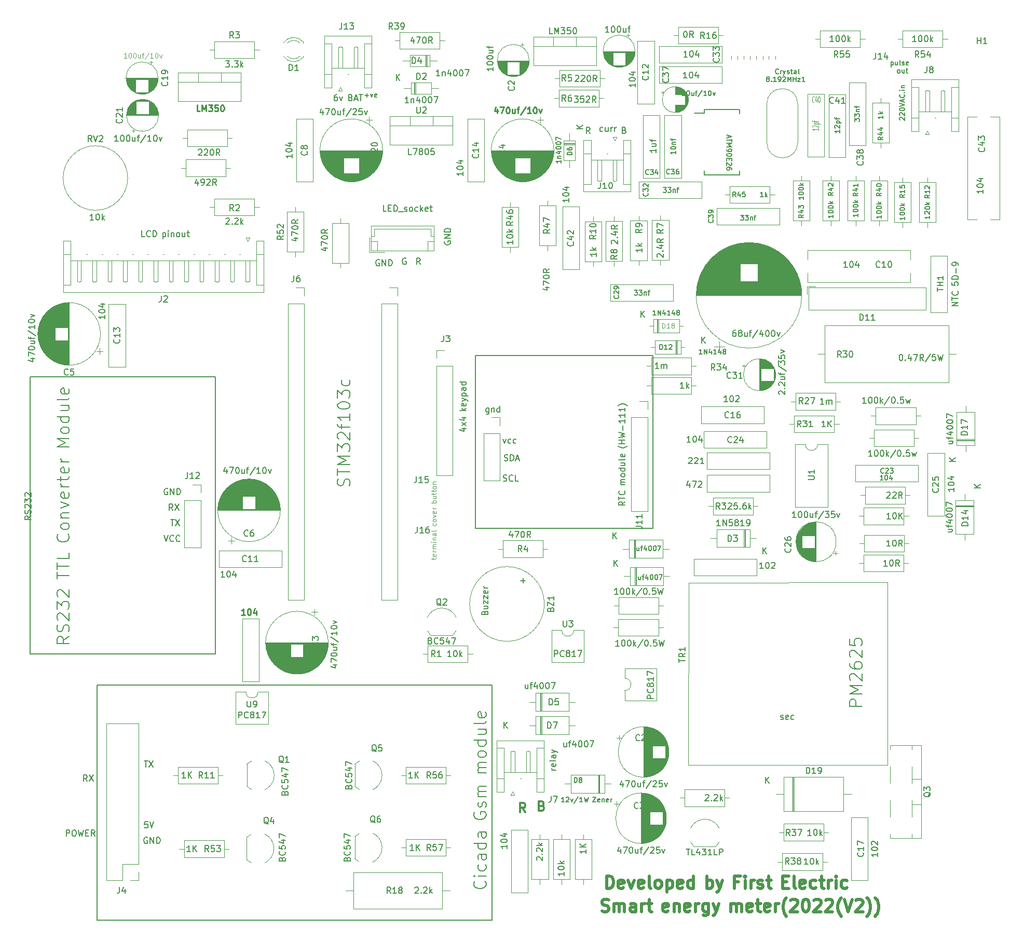
<source format=gbr>
%TF.GenerationSoftware,KiCad,Pcbnew,(6.99.0-1031-g46d719ed42)*%
%TF.CreationDate,2022-10-20T15:30:39+01:00*%
%TF.ProjectId,EnAcess PCB,456e4163-6573-4732-9050-43422e6b6963,rev?*%
%TF.SameCoordinates,Original*%
%TF.FileFunction,Legend,Top*%
%TF.FilePolarity,Positive*%
%FSLAX46Y46*%
G04 Gerber Fmt 4.6, Leading zero omitted, Abs format (unit mm)*
G04 Created by KiCad (PCBNEW (6.99.0-1031-g46d719ed42)) date 2022-10-20 15:30:39*
%MOMM*%
%LPD*%
G01*
G04 APERTURE LIST*
%ADD10C,0.200000*%
%ADD11C,0.150000*%
%ADD12C,0.125000*%
%ADD13C,0.250000*%
%ADD14C,0.300000*%
%ADD15C,0.500000*%
%ADD16C,0.162560*%
%ADD17C,0.120000*%
G04 APERTURE END LIST*
D10*
X70047619Y-25457142D02*
X70657143Y-25457142D01*
X70352381Y-25761904D02*
X70352381Y-25152380D01*
X70961904Y-25228571D02*
X71152380Y-25761904D01*
X71152380Y-25761904D02*
X71342857Y-25228571D01*
X71952381Y-25723809D02*
X71876190Y-25761904D01*
X71876190Y-25761904D02*
X71723809Y-25761904D01*
X71723809Y-25761904D02*
X71647619Y-25723809D01*
X71647619Y-25723809D02*
X71609523Y-25647619D01*
X71609523Y-25647619D02*
X71609523Y-25342857D01*
X71609523Y-25342857D02*
X71647619Y-25266666D01*
X71647619Y-25266666D02*
X71723809Y-25228571D01*
X71723809Y-25228571D02*
X71876190Y-25228571D01*
X71876190Y-25228571D02*
X71952381Y-25266666D01*
X71952381Y-25266666D02*
X71990476Y-25342857D01*
X71990476Y-25342857D02*
X71990476Y-25419047D01*
X71990476Y-25419047D02*
X71609523Y-25495238D01*
D11*
X88036400Y-67919600D02*
X116992400Y-67919600D01*
X116992400Y-67919600D02*
X116992400Y-96113600D01*
X116992400Y-96113600D02*
X88036400Y-96113600D01*
X88036400Y-96113600D02*
X88036400Y-67919600D01*
X26314400Y-121666000D02*
X90738400Y-121666000D01*
X90738400Y-121666000D02*
X90738400Y-160020000D01*
X90738400Y-160020000D02*
X26314400Y-160020000D01*
X26314400Y-160020000D02*
X26314400Y-121666000D01*
X15417800Y-116611400D02*
X45643800Y-116611400D01*
X45643800Y-116611400D02*
X45643800Y-71399400D01*
X45643800Y-71399400D02*
X15417800Y-71399400D01*
X15417800Y-71399400D02*
X15417800Y-116611400D01*
X112466380Y-91769238D02*
X111990190Y-92102571D01*
X112466380Y-92340666D02*
X111466380Y-92340666D01*
X111466380Y-92340666D02*
X111466380Y-91959714D01*
X111466380Y-91959714D02*
X111514000Y-91864476D01*
X111514000Y-91864476D02*
X111561619Y-91816857D01*
X111561619Y-91816857D02*
X111656857Y-91769238D01*
X111656857Y-91769238D02*
X111799714Y-91769238D01*
X111799714Y-91769238D02*
X111894952Y-91816857D01*
X111894952Y-91816857D02*
X111942571Y-91864476D01*
X111942571Y-91864476D02*
X111990190Y-91959714D01*
X111990190Y-91959714D02*
X111990190Y-92340666D01*
X111466380Y-91483523D02*
X111466380Y-90912095D01*
X112466380Y-91197809D02*
X111466380Y-91197809D01*
X112371142Y-90007333D02*
X112418761Y-90054952D01*
X112418761Y-90054952D02*
X112466380Y-90197809D01*
X112466380Y-90197809D02*
X112466380Y-90293047D01*
X112466380Y-90293047D02*
X112418761Y-90435904D01*
X112418761Y-90435904D02*
X112323523Y-90531142D01*
X112323523Y-90531142D02*
X112228285Y-90578761D01*
X112228285Y-90578761D02*
X112037809Y-90626380D01*
X112037809Y-90626380D02*
X111894952Y-90626380D01*
X111894952Y-90626380D02*
X111704476Y-90578761D01*
X111704476Y-90578761D02*
X111609238Y-90531142D01*
X111609238Y-90531142D02*
X111514000Y-90435904D01*
X111514000Y-90435904D02*
X111466380Y-90293047D01*
X111466380Y-90293047D02*
X111466380Y-90197809D01*
X111466380Y-90197809D02*
X111514000Y-90054952D01*
X111514000Y-90054952D02*
X111561619Y-90007333D01*
X112466380Y-88978761D02*
X111799714Y-88978761D01*
X111894952Y-88978761D02*
X111847333Y-88931142D01*
X111847333Y-88931142D02*
X111799714Y-88835904D01*
X111799714Y-88835904D02*
X111799714Y-88693047D01*
X111799714Y-88693047D02*
X111847333Y-88597809D01*
X111847333Y-88597809D02*
X111942571Y-88550190D01*
X111942571Y-88550190D02*
X112466380Y-88550190D01*
X111942571Y-88550190D02*
X111847333Y-88502571D01*
X111847333Y-88502571D02*
X111799714Y-88407333D01*
X111799714Y-88407333D02*
X111799714Y-88264476D01*
X111799714Y-88264476D02*
X111847333Y-88169237D01*
X111847333Y-88169237D02*
X111942571Y-88121618D01*
X111942571Y-88121618D02*
X112466380Y-88121618D01*
X112466380Y-87502571D02*
X112418761Y-87597809D01*
X112418761Y-87597809D02*
X112371142Y-87645428D01*
X112371142Y-87645428D02*
X112275904Y-87693047D01*
X112275904Y-87693047D02*
X111990190Y-87693047D01*
X111990190Y-87693047D02*
X111894952Y-87645428D01*
X111894952Y-87645428D02*
X111847333Y-87597809D01*
X111847333Y-87597809D02*
X111799714Y-87502571D01*
X111799714Y-87502571D02*
X111799714Y-87359714D01*
X111799714Y-87359714D02*
X111847333Y-87264476D01*
X111847333Y-87264476D02*
X111894952Y-87216857D01*
X111894952Y-87216857D02*
X111990190Y-87169238D01*
X111990190Y-87169238D02*
X112275904Y-87169238D01*
X112275904Y-87169238D02*
X112371142Y-87216857D01*
X112371142Y-87216857D02*
X112418761Y-87264476D01*
X112418761Y-87264476D02*
X112466380Y-87359714D01*
X112466380Y-87359714D02*
X112466380Y-87502571D01*
X112466380Y-86312095D02*
X111466380Y-86312095D01*
X112418761Y-86312095D02*
X112466380Y-86407333D01*
X112466380Y-86407333D02*
X112466380Y-86597809D01*
X112466380Y-86597809D02*
X112418761Y-86693047D01*
X112418761Y-86693047D02*
X112371142Y-86740666D01*
X112371142Y-86740666D02*
X112275904Y-86788285D01*
X112275904Y-86788285D02*
X111990190Y-86788285D01*
X111990190Y-86788285D02*
X111894952Y-86740666D01*
X111894952Y-86740666D02*
X111847333Y-86693047D01*
X111847333Y-86693047D02*
X111799714Y-86597809D01*
X111799714Y-86597809D02*
X111799714Y-86407333D01*
X111799714Y-86407333D02*
X111847333Y-86312095D01*
X111799714Y-85407333D02*
X112466380Y-85407333D01*
X111799714Y-85835904D02*
X112323523Y-85835904D01*
X112323523Y-85835904D02*
X112418761Y-85788285D01*
X112418761Y-85788285D02*
X112466380Y-85693047D01*
X112466380Y-85693047D02*
X112466380Y-85550190D01*
X112466380Y-85550190D02*
X112418761Y-85454952D01*
X112418761Y-85454952D02*
X112371142Y-85407333D01*
X112466380Y-84788285D02*
X112418761Y-84883523D01*
X112418761Y-84883523D02*
X112323523Y-84931142D01*
X112323523Y-84931142D02*
X111466380Y-84931142D01*
X112418761Y-84026380D02*
X112466380Y-84121618D01*
X112466380Y-84121618D02*
X112466380Y-84312094D01*
X112466380Y-84312094D02*
X112418761Y-84407332D01*
X112418761Y-84407332D02*
X112323523Y-84454951D01*
X112323523Y-84454951D02*
X111942571Y-84454951D01*
X111942571Y-84454951D02*
X111847333Y-84407332D01*
X111847333Y-84407332D02*
X111799714Y-84312094D01*
X111799714Y-84312094D02*
X111799714Y-84121618D01*
X111799714Y-84121618D02*
X111847333Y-84026380D01*
X111847333Y-84026380D02*
X111942571Y-83978761D01*
X111942571Y-83978761D02*
X112037809Y-83978761D01*
X112037809Y-83978761D02*
X112133047Y-84454951D01*
X112847333Y-82664475D02*
X112799714Y-82712094D01*
X112799714Y-82712094D02*
X112656857Y-82807332D01*
X112656857Y-82807332D02*
X112561619Y-82854951D01*
X112561619Y-82854951D02*
X112418761Y-82902570D01*
X112418761Y-82902570D02*
X112180666Y-82950189D01*
X112180666Y-82950189D02*
X111990190Y-82950189D01*
X111990190Y-82950189D02*
X111752095Y-82902570D01*
X111752095Y-82902570D02*
X111609238Y-82854951D01*
X111609238Y-82854951D02*
X111514000Y-82807332D01*
X111514000Y-82807332D02*
X111371142Y-82712094D01*
X111371142Y-82712094D02*
X111323523Y-82664475D01*
X112466380Y-82283522D02*
X111466380Y-82283522D01*
X111942571Y-82283522D02*
X111942571Y-81712094D01*
X112466380Y-81712094D02*
X111466380Y-81712094D01*
X111466380Y-81331141D02*
X112466380Y-81093046D01*
X112466380Y-81093046D02*
X111752095Y-80902570D01*
X111752095Y-80902570D02*
X112466380Y-80712094D01*
X112466380Y-80712094D02*
X111466380Y-80473999D01*
X112085428Y-80093046D02*
X112085428Y-79331142D01*
X112466380Y-78331142D02*
X112466380Y-78902570D01*
X112466380Y-78616856D02*
X111466380Y-78616856D01*
X111466380Y-78616856D02*
X111609238Y-78712094D01*
X111609238Y-78712094D02*
X111704476Y-78807332D01*
X111704476Y-78807332D02*
X111752095Y-78902570D01*
X112466380Y-77378761D02*
X112466380Y-77950189D01*
X112466380Y-77664475D02*
X111466380Y-77664475D01*
X111466380Y-77664475D02*
X111609238Y-77759713D01*
X111609238Y-77759713D02*
X111704476Y-77854951D01*
X111704476Y-77854951D02*
X111752095Y-77950189D01*
X112466380Y-76426380D02*
X112466380Y-76997808D01*
X112466380Y-76712094D02*
X111466380Y-76712094D01*
X111466380Y-76712094D02*
X111609238Y-76807332D01*
X111609238Y-76807332D02*
X111704476Y-76902570D01*
X111704476Y-76902570D02*
X111752095Y-76997808D01*
X112847333Y-76093046D02*
X112799714Y-76045427D01*
X112799714Y-76045427D02*
X112656857Y-75950189D01*
X112656857Y-75950189D02*
X112561619Y-75902570D01*
X112561619Y-75902570D02*
X112418761Y-75854951D01*
X112418761Y-75854951D02*
X112180666Y-75807332D01*
X112180666Y-75807332D02*
X111990190Y-75807332D01*
X111990190Y-75807332D02*
X111752095Y-75854951D01*
X111752095Y-75854951D02*
X111609238Y-75902570D01*
X111609238Y-75902570D02*
X111514000Y-75950189D01*
X111514000Y-75950189D02*
X111371142Y-76045427D01*
X111371142Y-76045427D02*
X111323523Y-76093046D01*
D12*
X31197875Y-19361104D02*
X30740732Y-19361104D01*
X30969304Y-19361104D02*
X30969304Y-18561104D01*
X30969304Y-18561104D02*
X30893113Y-18675390D01*
X30893113Y-18675390D02*
X30816923Y-18751580D01*
X30816923Y-18751580D02*
X30740732Y-18789676D01*
X31693114Y-18561104D02*
X31769304Y-18561104D01*
X31769304Y-18561104D02*
X31845495Y-18599200D01*
X31845495Y-18599200D02*
X31883590Y-18637295D01*
X31883590Y-18637295D02*
X31921685Y-18713485D01*
X31921685Y-18713485D02*
X31959780Y-18865866D01*
X31959780Y-18865866D02*
X31959780Y-19056342D01*
X31959780Y-19056342D02*
X31921685Y-19208723D01*
X31921685Y-19208723D02*
X31883590Y-19284914D01*
X31883590Y-19284914D02*
X31845495Y-19323009D01*
X31845495Y-19323009D02*
X31769304Y-19361104D01*
X31769304Y-19361104D02*
X31693114Y-19361104D01*
X31693114Y-19361104D02*
X31616923Y-19323009D01*
X31616923Y-19323009D02*
X31578828Y-19284914D01*
X31578828Y-19284914D02*
X31540733Y-19208723D01*
X31540733Y-19208723D02*
X31502637Y-19056342D01*
X31502637Y-19056342D02*
X31502637Y-18865866D01*
X31502637Y-18865866D02*
X31540733Y-18713485D01*
X31540733Y-18713485D02*
X31578828Y-18637295D01*
X31578828Y-18637295D02*
X31616923Y-18599200D01*
X31616923Y-18599200D02*
X31693114Y-18561104D01*
X32455019Y-18561104D02*
X32531209Y-18561104D01*
X32531209Y-18561104D02*
X32607400Y-18599200D01*
X32607400Y-18599200D02*
X32645495Y-18637295D01*
X32645495Y-18637295D02*
X32683590Y-18713485D01*
X32683590Y-18713485D02*
X32721685Y-18865866D01*
X32721685Y-18865866D02*
X32721685Y-19056342D01*
X32721685Y-19056342D02*
X32683590Y-19208723D01*
X32683590Y-19208723D02*
X32645495Y-19284914D01*
X32645495Y-19284914D02*
X32607400Y-19323009D01*
X32607400Y-19323009D02*
X32531209Y-19361104D01*
X32531209Y-19361104D02*
X32455019Y-19361104D01*
X32455019Y-19361104D02*
X32378828Y-19323009D01*
X32378828Y-19323009D02*
X32340733Y-19284914D01*
X32340733Y-19284914D02*
X32302638Y-19208723D01*
X32302638Y-19208723D02*
X32264542Y-19056342D01*
X32264542Y-19056342D02*
X32264542Y-18865866D01*
X32264542Y-18865866D02*
X32302638Y-18713485D01*
X32302638Y-18713485D02*
X32340733Y-18637295D01*
X32340733Y-18637295D02*
X32378828Y-18599200D01*
X32378828Y-18599200D02*
X32455019Y-18561104D01*
X33407400Y-18827771D02*
X33407400Y-19361104D01*
X33064543Y-18827771D02*
X33064543Y-19246819D01*
X33064543Y-19246819D02*
X33102638Y-19323009D01*
X33102638Y-19323009D02*
X33178828Y-19361104D01*
X33178828Y-19361104D02*
X33293114Y-19361104D01*
X33293114Y-19361104D02*
X33369305Y-19323009D01*
X33369305Y-19323009D02*
X33407400Y-19284914D01*
X33674067Y-18827771D02*
X33978829Y-18827771D01*
X33788353Y-19361104D02*
X33788353Y-18675390D01*
X33788353Y-18675390D02*
X33826448Y-18599200D01*
X33826448Y-18599200D02*
X33902638Y-18561104D01*
X33902638Y-18561104D02*
X33978829Y-18561104D01*
X34816924Y-18523009D02*
X34131210Y-19551580D01*
X35502638Y-19361104D02*
X35045495Y-19361104D01*
X35274067Y-19361104D02*
X35274067Y-18561104D01*
X35274067Y-18561104D02*
X35197876Y-18675390D01*
X35197876Y-18675390D02*
X35121686Y-18751580D01*
X35121686Y-18751580D02*
X35045495Y-18789676D01*
X35997877Y-18561104D02*
X36074067Y-18561104D01*
X36074067Y-18561104D02*
X36150258Y-18599200D01*
X36150258Y-18599200D02*
X36188353Y-18637295D01*
X36188353Y-18637295D02*
X36226448Y-18713485D01*
X36226448Y-18713485D02*
X36264543Y-18865866D01*
X36264543Y-18865866D02*
X36264543Y-19056342D01*
X36264543Y-19056342D02*
X36226448Y-19208723D01*
X36226448Y-19208723D02*
X36188353Y-19284914D01*
X36188353Y-19284914D02*
X36150258Y-19323009D01*
X36150258Y-19323009D02*
X36074067Y-19361104D01*
X36074067Y-19361104D02*
X35997877Y-19361104D01*
X35997877Y-19361104D02*
X35921686Y-19323009D01*
X35921686Y-19323009D02*
X35883591Y-19284914D01*
X35883591Y-19284914D02*
X35845496Y-19208723D01*
X35845496Y-19208723D02*
X35807400Y-19056342D01*
X35807400Y-19056342D02*
X35807400Y-18865866D01*
X35807400Y-18865866D02*
X35845496Y-18713485D01*
X35845496Y-18713485D02*
X35883591Y-18637295D01*
X35883591Y-18637295D02*
X35921686Y-18599200D01*
X35921686Y-18599200D02*
X35997877Y-18561104D01*
X36531210Y-18827771D02*
X36721686Y-19361104D01*
X36721686Y-19361104D02*
X36912163Y-18827771D01*
D11*
X34607523Y-143978380D02*
X34131333Y-143978380D01*
X34131333Y-143978380D02*
X34083714Y-144454571D01*
X34083714Y-144454571D02*
X34131333Y-144406952D01*
X34131333Y-144406952D02*
X34226571Y-144359333D01*
X34226571Y-144359333D02*
X34464666Y-144359333D01*
X34464666Y-144359333D02*
X34559904Y-144406952D01*
X34559904Y-144406952D02*
X34607523Y-144454571D01*
X34607523Y-144454571D02*
X34655142Y-144549809D01*
X34655142Y-144549809D02*
X34655142Y-144787904D01*
X34655142Y-144787904D02*
X34607523Y-144883142D01*
X34607523Y-144883142D02*
X34559904Y-144930761D01*
X34559904Y-144930761D02*
X34464666Y-144978380D01*
X34464666Y-144978380D02*
X34226571Y-144978380D01*
X34226571Y-144978380D02*
X34131333Y-144930761D01*
X34131333Y-144930761D02*
X34083714Y-144883142D01*
X34940857Y-143978380D02*
X35274190Y-144978380D01*
X35274190Y-144978380D02*
X35607523Y-143978380D01*
X34544095Y-146566000D02*
X34448857Y-146518380D01*
X34448857Y-146518380D02*
X34306000Y-146518380D01*
X34306000Y-146518380D02*
X34163143Y-146566000D01*
X34163143Y-146566000D02*
X34067905Y-146661238D01*
X34067905Y-146661238D02*
X34020286Y-146756476D01*
X34020286Y-146756476D02*
X33972667Y-146946952D01*
X33972667Y-146946952D02*
X33972667Y-147089809D01*
X33972667Y-147089809D02*
X34020286Y-147280285D01*
X34020286Y-147280285D02*
X34067905Y-147375523D01*
X34067905Y-147375523D02*
X34163143Y-147470761D01*
X34163143Y-147470761D02*
X34306000Y-147518380D01*
X34306000Y-147518380D02*
X34401238Y-147518380D01*
X34401238Y-147518380D02*
X34544095Y-147470761D01*
X34544095Y-147470761D02*
X34591714Y-147423142D01*
X34591714Y-147423142D02*
X34591714Y-147089809D01*
X34591714Y-147089809D02*
X34401238Y-147089809D01*
X35020286Y-147518380D02*
X35020286Y-146518380D01*
X35020286Y-146518380D02*
X35591714Y-147518380D01*
X35591714Y-147518380D02*
X35591714Y-146518380D01*
X36067905Y-147518380D02*
X36067905Y-146518380D01*
X36067905Y-146518380D02*
X36306000Y-146518380D01*
X36306000Y-146518380D02*
X36448857Y-146566000D01*
X36448857Y-146566000D02*
X36544095Y-146661238D01*
X36544095Y-146661238D02*
X36591714Y-146756476D01*
X36591714Y-146756476D02*
X36639333Y-146946952D01*
X36639333Y-146946952D02*
X36639333Y-147089809D01*
X36639333Y-147089809D02*
X36591714Y-147280285D01*
X36591714Y-147280285D02*
X36544095Y-147375523D01*
X36544095Y-147375523D02*
X36448857Y-147470761D01*
X36448857Y-147470761D02*
X36306000Y-147518380D01*
X36306000Y-147518380D02*
X36067905Y-147518380D01*
X67489523Y-89205066D02*
X67584761Y-88919352D01*
X67584761Y-88919352D02*
X67584761Y-88443161D01*
X67584761Y-88443161D02*
X67489523Y-88252685D01*
X67489523Y-88252685D02*
X67394285Y-88157447D01*
X67394285Y-88157447D02*
X67203809Y-88062209D01*
X67203809Y-88062209D02*
X67013333Y-88062209D01*
X67013333Y-88062209D02*
X66822857Y-88157447D01*
X66822857Y-88157447D02*
X66727619Y-88252685D01*
X66727619Y-88252685D02*
X66632380Y-88443161D01*
X66632380Y-88443161D02*
X66537142Y-88824114D01*
X66537142Y-88824114D02*
X66441904Y-89014590D01*
X66441904Y-89014590D02*
X66346666Y-89109828D01*
X66346666Y-89109828D02*
X66156190Y-89205066D01*
X66156190Y-89205066D02*
X65965714Y-89205066D01*
X65965714Y-89205066D02*
X65775238Y-89109828D01*
X65775238Y-89109828D02*
X65680000Y-89014590D01*
X65680000Y-89014590D02*
X65584761Y-88824114D01*
X65584761Y-88824114D02*
X65584761Y-88347923D01*
X65584761Y-88347923D02*
X65680000Y-88062209D01*
X65584761Y-87490780D02*
X65584761Y-86347923D01*
X67584761Y-86919352D02*
X65584761Y-86919352D01*
X67584761Y-85681256D02*
X65584761Y-85681256D01*
X65584761Y-85681256D02*
X67013333Y-85014589D01*
X67013333Y-85014589D02*
X65584761Y-84347923D01*
X65584761Y-84347923D02*
X67584761Y-84347923D01*
X65584761Y-83586018D02*
X65584761Y-82347923D01*
X65584761Y-82347923D02*
X66346666Y-83014590D01*
X66346666Y-83014590D02*
X66346666Y-82728875D01*
X66346666Y-82728875D02*
X66441904Y-82538399D01*
X66441904Y-82538399D02*
X66537142Y-82443161D01*
X66537142Y-82443161D02*
X66727619Y-82347923D01*
X66727619Y-82347923D02*
X67203809Y-82347923D01*
X67203809Y-82347923D02*
X67394285Y-82443161D01*
X67394285Y-82443161D02*
X67489523Y-82538399D01*
X67489523Y-82538399D02*
X67584761Y-82728875D01*
X67584761Y-82728875D02*
X67584761Y-83300304D01*
X67584761Y-83300304D02*
X67489523Y-83490780D01*
X67489523Y-83490780D02*
X67394285Y-83586018D01*
X65775238Y-81586018D02*
X65680000Y-81490780D01*
X65680000Y-81490780D02*
X65584761Y-81300304D01*
X65584761Y-81300304D02*
X65584761Y-80824113D01*
X65584761Y-80824113D02*
X65680000Y-80633637D01*
X65680000Y-80633637D02*
X65775238Y-80538399D01*
X65775238Y-80538399D02*
X65965714Y-80443161D01*
X65965714Y-80443161D02*
X66156190Y-80443161D01*
X66156190Y-80443161D02*
X66441904Y-80538399D01*
X66441904Y-80538399D02*
X67584761Y-81681256D01*
X67584761Y-81681256D02*
X67584761Y-80443161D01*
X66251428Y-79871732D02*
X66251428Y-79109828D01*
X67584761Y-79586018D02*
X65870476Y-79586018D01*
X65870476Y-79586018D02*
X65680000Y-79490780D01*
X65680000Y-79490780D02*
X65584761Y-79300304D01*
X65584761Y-79300304D02*
X65584761Y-79109828D01*
X67584761Y-77395542D02*
X67584761Y-78538399D01*
X67584761Y-77966971D02*
X65584761Y-77966971D01*
X65584761Y-77966971D02*
X65870476Y-78157447D01*
X65870476Y-78157447D02*
X66060952Y-78347923D01*
X66060952Y-78347923D02*
X66156190Y-78538399D01*
X65584761Y-76157447D02*
X65584761Y-75966970D01*
X65584761Y-75966970D02*
X65680000Y-75776494D01*
X65680000Y-75776494D02*
X65775238Y-75681256D01*
X65775238Y-75681256D02*
X65965714Y-75586018D01*
X65965714Y-75586018D02*
X66346666Y-75490780D01*
X66346666Y-75490780D02*
X66822857Y-75490780D01*
X66822857Y-75490780D02*
X67203809Y-75586018D01*
X67203809Y-75586018D02*
X67394285Y-75681256D01*
X67394285Y-75681256D02*
X67489523Y-75776494D01*
X67489523Y-75776494D02*
X67584761Y-75966970D01*
X67584761Y-75966970D02*
X67584761Y-76157447D01*
X67584761Y-76157447D02*
X67489523Y-76347923D01*
X67489523Y-76347923D02*
X67394285Y-76443161D01*
X67394285Y-76443161D02*
X67203809Y-76538399D01*
X67203809Y-76538399D02*
X66822857Y-76633637D01*
X66822857Y-76633637D02*
X66346666Y-76633637D01*
X66346666Y-76633637D02*
X65965714Y-76538399D01*
X65965714Y-76538399D02*
X65775238Y-76443161D01*
X65775238Y-76443161D02*
X65680000Y-76347923D01*
X65680000Y-76347923D02*
X65584761Y-76157447D01*
X65584761Y-74824113D02*
X65584761Y-73586018D01*
X65584761Y-73586018D02*
X66346666Y-74252685D01*
X66346666Y-74252685D02*
X66346666Y-73966970D01*
X66346666Y-73966970D02*
X66441904Y-73776494D01*
X66441904Y-73776494D02*
X66537142Y-73681256D01*
X66537142Y-73681256D02*
X66727619Y-73586018D01*
X66727619Y-73586018D02*
X67203809Y-73586018D01*
X67203809Y-73586018D02*
X67394285Y-73681256D01*
X67394285Y-73681256D02*
X67489523Y-73776494D01*
X67489523Y-73776494D02*
X67584761Y-73966970D01*
X67584761Y-73966970D02*
X67584761Y-74538399D01*
X67584761Y-74538399D02*
X67489523Y-74728875D01*
X67489523Y-74728875D02*
X67394285Y-74824113D01*
X67489523Y-71871732D02*
X67584761Y-72062208D01*
X67584761Y-72062208D02*
X67584761Y-72443161D01*
X67584761Y-72443161D02*
X67489523Y-72633637D01*
X67489523Y-72633637D02*
X67394285Y-72728875D01*
X67394285Y-72728875D02*
X67203809Y-72824113D01*
X67203809Y-72824113D02*
X66632380Y-72824113D01*
X66632380Y-72824113D02*
X66441904Y-72728875D01*
X66441904Y-72728875D02*
X66346666Y-72633637D01*
X66346666Y-72633637D02*
X66251428Y-72443161D01*
X66251428Y-72443161D02*
X66251428Y-72062208D01*
X66251428Y-72062208D02*
X66346666Y-71871732D01*
X79049523Y-53030380D02*
X78716190Y-52554190D01*
X78478095Y-53030380D02*
X78478095Y-52030380D01*
X78478095Y-52030380D02*
X78859047Y-52030380D01*
X78859047Y-52030380D02*
X78954285Y-52078000D01*
X78954285Y-52078000D02*
X79001904Y-52125619D01*
X79001904Y-52125619D02*
X79049523Y-52220857D01*
X79049523Y-52220857D02*
X79049523Y-52363714D01*
X79049523Y-52363714D02*
X79001904Y-52458952D01*
X79001904Y-52458952D02*
X78954285Y-52506571D01*
X78954285Y-52506571D02*
X78859047Y-52554190D01*
X78859047Y-52554190D02*
X78478095Y-52554190D01*
D13*
X91638856Y-27725714D02*
X91638856Y-28392380D01*
X91400761Y-27344761D02*
X91162666Y-28059047D01*
X91162666Y-28059047D02*
X91781713Y-28059047D01*
X92067428Y-27392380D02*
X92734094Y-27392380D01*
X92734094Y-27392380D02*
X92305523Y-28392380D01*
X93305523Y-27392380D02*
X93400761Y-27392380D01*
X93400761Y-27392380D02*
X93495999Y-27440000D01*
X93495999Y-27440000D02*
X93543618Y-27487619D01*
X93543618Y-27487619D02*
X93591237Y-27582857D01*
X93591237Y-27582857D02*
X93638856Y-27773333D01*
X93638856Y-27773333D02*
X93638856Y-28011428D01*
X93638856Y-28011428D02*
X93591237Y-28201904D01*
X93591237Y-28201904D02*
X93543618Y-28297142D01*
X93543618Y-28297142D02*
X93495999Y-28344761D01*
X93495999Y-28344761D02*
X93400761Y-28392380D01*
X93400761Y-28392380D02*
X93305523Y-28392380D01*
X93305523Y-28392380D02*
X93210285Y-28344761D01*
X93210285Y-28344761D02*
X93162666Y-28297142D01*
X93162666Y-28297142D02*
X93115047Y-28201904D01*
X93115047Y-28201904D02*
X93067428Y-28011428D01*
X93067428Y-28011428D02*
X93067428Y-27773333D01*
X93067428Y-27773333D02*
X93115047Y-27582857D01*
X93115047Y-27582857D02*
X93162666Y-27487619D01*
X93162666Y-27487619D02*
X93210285Y-27440000D01*
X93210285Y-27440000D02*
X93305523Y-27392380D01*
X94495999Y-27725714D02*
X94495999Y-28392380D01*
X94067428Y-27725714D02*
X94067428Y-28249523D01*
X94067428Y-28249523D02*
X94115047Y-28344761D01*
X94115047Y-28344761D02*
X94210285Y-28392380D01*
X94210285Y-28392380D02*
X94353142Y-28392380D01*
X94353142Y-28392380D02*
X94448380Y-28344761D01*
X94448380Y-28344761D02*
X94495999Y-28297142D01*
X94829333Y-27725714D02*
X95210285Y-27725714D01*
X94972190Y-28392380D02*
X94972190Y-27535238D01*
X94972190Y-27535238D02*
X95019809Y-27440000D01*
X95019809Y-27440000D02*
X95115047Y-27392380D01*
X95115047Y-27392380D02*
X95210285Y-27392380D01*
X96257904Y-27344761D02*
X95400762Y-28630476D01*
X97115047Y-28392380D02*
X96543619Y-28392380D01*
X96829333Y-28392380D02*
X96829333Y-27392380D01*
X96829333Y-27392380D02*
X96734095Y-27535238D01*
X96734095Y-27535238D02*
X96638857Y-27630476D01*
X96638857Y-27630476D02*
X96543619Y-27678095D01*
X97734095Y-27392380D02*
X97829333Y-27392380D01*
X97829333Y-27392380D02*
X97924571Y-27440000D01*
X97924571Y-27440000D02*
X97972190Y-27487619D01*
X97972190Y-27487619D02*
X98019809Y-27582857D01*
X98019809Y-27582857D02*
X98067428Y-27773333D01*
X98067428Y-27773333D02*
X98067428Y-28011428D01*
X98067428Y-28011428D02*
X98019809Y-28201904D01*
X98019809Y-28201904D02*
X97972190Y-28297142D01*
X97972190Y-28297142D02*
X97924571Y-28344761D01*
X97924571Y-28344761D02*
X97829333Y-28392380D01*
X97829333Y-28392380D02*
X97734095Y-28392380D01*
X97734095Y-28392380D02*
X97638857Y-28344761D01*
X97638857Y-28344761D02*
X97591238Y-28297142D01*
X97591238Y-28297142D02*
X97543619Y-28201904D01*
X97543619Y-28201904D02*
X97496000Y-28011428D01*
X97496000Y-28011428D02*
X97496000Y-27773333D01*
X97496000Y-27773333D02*
X97543619Y-27582857D01*
X97543619Y-27582857D02*
X97591238Y-27487619D01*
X97591238Y-27487619D02*
X97638857Y-27440000D01*
X97638857Y-27440000D02*
X97734095Y-27392380D01*
X98400762Y-27725714D02*
X98638857Y-28392380D01*
X98638857Y-28392380D02*
X98876952Y-27725714D01*
D11*
X92765714Y-85037561D02*
X92908571Y-85085180D01*
X92908571Y-85085180D02*
X93146666Y-85085180D01*
X93146666Y-85085180D02*
X93241904Y-85037561D01*
X93241904Y-85037561D02*
X93289523Y-84989942D01*
X93289523Y-84989942D02*
X93337142Y-84894704D01*
X93337142Y-84894704D02*
X93337142Y-84799466D01*
X93337142Y-84799466D02*
X93289523Y-84704228D01*
X93289523Y-84704228D02*
X93241904Y-84656609D01*
X93241904Y-84656609D02*
X93146666Y-84608990D01*
X93146666Y-84608990D02*
X92956190Y-84561371D01*
X92956190Y-84561371D02*
X92860952Y-84513752D01*
X92860952Y-84513752D02*
X92813333Y-84466133D01*
X92813333Y-84466133D02*
X92765714Y-84370895D01*
X92765714Y-84370895D02*
X92765714Y-84275657D01*
X92765714Y-84275657D02*
X92813333Y-84180419D01*
X92813333Y-84180419D02*
X92860952Y-84132800D01*
X92860952Y-84132800D02*
X92956190Y-84085180D01*
X92956190Y-84085180D02*
X93194285Y-84085180D01*
X93194285Y-84085180D02*
X93337142Y-84132800D01*
X93765714Y-85085180D02*
X93765714Y-84085180D01*
X93765714Y-84085180D02*
X94003809Y-84085180D01*
X94003809Y-84085180D02*
X94146666Y-84132800D01*
X94146666Y-84132800D02*
X94241904Y-84228038D01*
X94241904Y-84228038D02*
X94289523Y-84323276D01*
X94289523Y-84323276D02*
X94337142Y-84513752D01*
X94337142Y-84513752D02*
X94337142Y-84656609D01*
X94337142Y-84656609D02*
X94289523Y-84847085D01*
X94289523Y-84847085D02*
X94241904Y-84942323D01*
X94241904Y-84942323D02*
X94146666Y-85037561D01*
X94146666Y-85037561D02*
X94003809Y-85085180D01*
X94003809Y-85085180D02*
X93765714Y-85085180D01*
X94718095Y-84799466D02*
X95194285Y-84799466D01*
X94622857Y-85085180D02*
X94956190Y-84085180D01*
X94956190Y-84085180D02*
X95289523Y-85085180D01*
X92554562Y-81548314D02*
X92792657Y-82214980D01*
X92792657Y-82214980D02*
X93030752Y-81548314D01*
X93840276Y-82167361D02*
X93745038Y-82214980D01*
X93745038Y-82214980D02*
X93554562Y-82214980D01*
X93554562Y-82214980D02*
X93459324Y-82167361D01*
X93459324Y-82167361D02*
X93411705Y-82119742D01*
X93411705Y-82119742D02*
X93364086Y-82024504D01*
X93364086Y-82024504D02*
X93364086Y-81738790D01*
X93364086Y-81738790D02*
X93411705Y-81643552D01*
X93411705Y-81643552D02*
X93459324Y-81595933D01*
X93459324Y-81595933D02*
X93554562Y-81548314D01*
X93554562Y-81548314D02*
X93745038Y-81548314D01*
X93745038Y-81548314D02*
X93840276Y-81595933D01*
X94697419Y-82167361D02*
X94602181Y-82214980D01*
X94602181Y-82214980D02*
X94411705Y-82214980D01*
X94411705Y-82214980D02*
X94316467Y-82167361D01*
X94316467Y-82167361D02*
X94268848Y-82119742D01*
X94268848Y-82119742D02*
X94221229Y-82024504D01*
X94221229Y-82024504D02*
X94221229Y-81738790D01*
X94221229Y-81738790D02*
X94268848Y-81643552D01*
X94268848Y-81643552D02*
X94316467Y-81595933D01*
X94316467Y-81595933D02*
X94411705Y-81548314D01*
X94411705Y-81548314D02*
X94602181Y-81548314D01*
X94602181Y-81548314D02*
X94697419Y-81595933D01*
X21783561Y-113753344D02*
X20831180Y-114420011D01*
X21783561Y-114896201D02*
X19783561Y-114896201D01*
X19783561Y-114896201D02*
X19783561Y-114134296D01*
X19783561Y-114134296D02*
X19878800Y-113943820D01*
X19878800Y-113943820D02*
X19974038Y-113848582D01*
X19974038Y-113848582D02*
X20164514Y-113753344D01*
X20164514Y-113753344D02*
X20450228Y-113753344D01*
X20450228Y-113753344D02*
X20640704Y-113848582D01*
X20640704Y-113848582D02*
X20735942Y-113943820D01*
X20735942Y-113943820D02*
X20831180Y-114134296D01*
X20831180Y-114134296D02*
X20831180Y-114896201D01*
X21688323Y-112991439D02*
X21783561Y-112705725D01*
X21783561Y-112705725D02*
X21783561Y-112229534D01*
X21783561Y-112229534D02*
X21688323Y-112039058D01*
X21688323Y-112039058D02*
X21593085Y-111943820D01*
X21593085Y-111943820D02*
X21402609Y-111848582D01*
X21402609Y-111848582D02*
X21212133Y-111848582D01*
X21212133Y-111848582D02*
X21021657Y-111943820D01*
X21021657Y-111943820D02*
X20926419Y-112039058D01*
X20926419Y-112039058D02*
X20831180Y-112229534D01*
X20831180Y-112229534D02*
X20735942Y-112610487D01*
X20735942Y-112610487D02*
X20640704Y-112800963D01*
X20640704Y-112800963D02*
X20545466Y-112896201D01*
X20545466Y-112896201D02*
X20354990Y-112991439D01*
X20354990Y-112991439D02*
X20164514Y-112991439D01*
X20164514Y-112991439D02*
X19974038Y-112896201D01*
X19974038Y-112896201D02*
X19878800Y-112800963D01*
X19878800Y-112800963D02*
X19783561Y-112610487D01*
X19783561Y-112610487D02*
X19783561Y-112134296D01*
X19783561Y-112134296D02*
X19878800Y-111848582D01*
X19974038Y-111086677D02*
X19878800Y-110991439D01*
X19878800Y-110991439D02*
X19783561Y-110800963D01*
X19783561Y-110800963D02*
X19783561Y-110324772D01*
X19783561Y-110324772D02*
X19878800Y-110134296D01*
X19878800Y-110134296D02*
X19974038Y-110039058D01*
X19974038Y-110039058D02*
X20164514Y-109943820D01*
X20164514Y-109943820D02*
X20354990Y-109943820D01*
X20354990Y-109943820D02*
X20640704Y-110039058D01*
X20640704Y-110039058D02*
X21783561Y-111181915D01*
X21783561Y-111181915D02*
X21783561Y-109943820D01*
X19783561Y-109277153D02*
X19783561Y-108039058D01*
X19783561Y-108039058D02*
X20545466Y-108705725D01*
X20545466Y-108705725D02*
X20545466Y-108420010D01*
X20545466Y-108420010D02*
X20640704Y-108229534D01*
X20640704Y-108229534D02*
X20735942Y-108134296D01*
X20735942Y-108134296D02*
X20926419Y-108039058D01*
X20926419Y-108039058D02*
X21402609Y-108039058D01*
X21402609Y-108039058D02*
X21593085Y-108134296D01*
X21593085Y-108134296D02*
X21688323Y-108229534D01*
X21688323Y-108229534D02*
X21783561Y-108420010D01*
X21783561Y-108420010D02*
X21783561Y-108991439D01*
X21783561Y-108991439D02*
X21688323Y-109181915D01*
X21688323Y-109181915D02*
X21593085Y-109277153D01*
X19974038Y-107277153D02*
X19878800Y-107181915D01*
X19878800Y-107181915D02*
X19783561Y-106991439D01*
X19783561Y-106991439D02*
X19783561Y-106515248D01*
X19783561Y-106515248D02*
X19878800Y-106324772D01*
X19878800Y-106324772D02*
X19974038Y-106229534D01*
X19974038Y-106229534D02*
X20164514Y-106134296D01*
X20164514Y-106134296D02*
X20354990Y-106134296D01*
X20354990Y-106134296D02*
X20640704Y-106229534D01*
X20640704Y-106229534D02*
X21783561Y-107372391D01*
X21783561Y-107372391D02*
X21783561Y-106134296D01*
X19783561Y-104362867D02*
X19783561Y-103220010D01*
X21783561Y-103791439D02*
X19783561Y-103791439D01*
X19783561Y-102839057D02*
X19783561Y-101696200D01*
X21783561Y-102267629D02*
X19783561Y-102267629D01*
X21783561Y-100077152D02*
X21783561Y-101029533D01*
X21783561Y-101029533D02*
X19783561Y-101029533D01*
X21593085Y-97067628D02*
X21688323Y-97162866D01*
X21688323Y-97162866D02*
X21783561Y-97448580D01*
X21783561Y-97448580D02*
X21783561Y-97639056D01*
X21783561Y-97639056D02*
X21688323Y-97924771D01*
X21688323Y-97924771D02*
X21497847Y-98115247D01*
X21497847Y-98115247D02*
X21307371Y-98210485D01*
X21307371Y-98210485D02*
X20926419Y-98305723D01*
X20926419Y-98305723D02*
X20640704Y-98305723D01*
X20640704Y-98305723D02*
X20259752Y-98210485D01*
X20259752Y-98210485D02*
X20069276Y-98115247D01*
X20069276Y-98115247D02*
X19878800Y-97924771D01*
X19878800Y-97924771D02*
X19783561Y-97639056D01*
X19783561Y-97639056D02*
X19783561Y-97448580D01*
X19783561Y-97448580D02*
X19878800Y-97162866D01*
X19878800Y-97162866D02*
X19974038Y-97067628D01*
X21783561Y-95924771D02*
X21688323Y-96115247D01*
X21688323Y-96115247D02*
X21593085Y-96210485D01*
X21593085Y-96210485D02*
X21402609Y-96305723D01*
X21402609Y-96305723D02*
X20831180Y-96305723D01*
X20831180Y-96305723D02*
X20640704Y-96210485D01*
X20640704Y-96210485D02*
X20545466Y-96115247D01*
X20545466Y-96115247D02*
X20450228Y-95924771D01*
X20450228Y-95924771D02*
X20450228Y-95639056D01*
X20450228Y-95639056D02*
X20545466Y-95448580D01*
X20545466Y-95448580D02*
X20640704Y-95353342D01*
X20640704Y-95353342D02*
X20831180Y-95258104D01*
X20831180Y-95258104D02*
X21402609Y-95258104D01*
X21402609Y-95258104D02*
X21593085Y-95353342D01*
X21593085Y-95353342D02*
X21688323Y-95448580D01*
X21688323Y-95448580D02*
X21783561Y-95639056D01*
X21783561Y-95639056D02*
X21783561Y-95924771D01*
X20450228Y-94400961D02*
X21783561Y-94400961D01*
X20640704Y-94400961D02*
X20545466Y-94305723D01*
X20545466Y-94305723D02*
X20450228Y-94115247D01*
X20450228Y-94115247D02*
X20450228Y-93829532D01*
X20450228Y-93829532D02*
X20545466Y-93639056D01*
X20545466Y-93639056D02*
X20735942Y-93543818D01*
X20735942Y-93543818D02*
X21783561Y-93543818D01*
X20450228Y-92781913D02*
X21783561Y-92305723D01*
X21783561Y-92305723D02*
X20450228Y-91829532D01*
X21688323Y-90305722D02*
X21783561Y-90496198D01*
X21783561Y-90496198D02*
X21783561Y-90877151D01*
X21783561Y-90877151D02*
X21688323Y-91067627D01*
X21688323Y-91067627D02*
X21497847Y-91162865D01*
X21497847Y-91162865D02*
X20735942Y-91162865D01*
X20735942Y-91162865D02*
X20545466Y-91067627D01*
X20545466Y-91067627D02*
X20450228Y-90877151D01*
X20450228Y-90877151D02*
X20450228Y-90496198D01*
X20450228Y-90496198D02*
X20545466Y-90305722D01*
X20545466Y-90305722D02*
X20735942Y-90210484D01*
X20735942Y-90210484D02*
X20926419Y-90210484D01*
X20926419Y-90210484D02*
X21116895Y-91162865D01*
X21783561Y-89353341D02*
X20450228Y-89353341D01*
X20831180Y-89353341D02*
X20640704Y-89258103D01*
X20640704Y-89258103D02*
X20545466Y-89162865D01*
X20545466Y-89162865D02*
X20450228Y-88972389D01*
X20450228Y-88972389D02*
X20450228Y-88781912D01*
X20450228Y-88400960D02*
X20450228Y-87639056D01*
X19783561Y-88115246D02*
X21497847Y-88115246D01*
X21497847Y-88115246D02*
X21688323Y-88020008D01*
X21688323Y-88020008D02*
X21783561Y-87829532D01*
X21783561Y-87829532D02*
X21783561Y-87639056D01*
X21688323Y-86210484D02*
X21783561Y-86400960D01*
X21783561Y-86400960D02*
X21783561Y-86781913D01*
X21783561Y-86781913D02*
X21688323Y-86972389D01*
X21688323Y-86972389D02*
X21497847Y-87067627D01*
X21497847Y-87067627D02*
X20735942Y-87067627D01*
X20735942Y-87067627D02*
X20545466Y-86972389D01*
X20545466Y-86972389D02*
X20450228Y-86781913D01*
X20450228Y-86781913D02*
X20450228Y-86400960D01*
X20450228Y-86400960D02*
X20545466Y-86210484D01*
X20545466Y-86210484D02*
X20735942Y-86115246D01*
X20735942Y-86115246D02*
X20926419Y-86115246D01*
X20926419Y-86115246D02*
X21116895Y-87067627D01*
X21783561Y-85258103D02*
X20450228Y-85258103D01*
X20831180Y-85258103D02*
X20640704Y-85162865D01*
X20640704Y-85162865D02*
X20545466Y-85067627D01*
X20545466Y-85067627D02*
X20450228Y-84877151D01*
X20450228Y-84877151D02*
X20450228Y-84686674D01*
X21783561Y-82820008D02*
X19783561Y-82820008D01*
X19783561Y-82820008D02*
X21212133Y-82153341D01*
X21212133Y-82153341D02*
X19783561Y-81486675D01*
X19783561Y-81486675D02*
X21783561Y-81486675D01*
X21783561Y-80248580D02*
X21688323Y-80439056D01*
X21688323Y-80439056D02*
X21593085Y-80534294D01*
X21593085Y-80534294D02*
X21402609Y-80629532D01*
X21402609Y-80629532D02*
X20831180Y-80629532D01*
X20831180Y-80629532D02*
X20640704Y-80534294D01*
X20640704Y-80534294D02*
X20545466Y-80439056D01*
X20545466Y-80439056D02*
X20450228Y-80248580D01*
X20450228Y-80248580D02*
X20450228Y-79962865D01*
X20450228Y-79962865D02*
X20545466Y-79772389D01*
X20545466Y-79772389D02*
X20640704Y-79677151D01*
X20640704Y-79677151D02*
X20831180Y-79581913D01*
X20831180Y-79581913D02*
X21402609Y-79581913D01*
X21402609Y-79581913D02*
X21593085Y-79677151D01*
X21593085Y-79677151D02*
X21688323Y-79772389D01*
X21688323Y-79772389D02*
X21783561Y-79962865D01*
X21783561Y-79962865D02*
X21783561Y-80248580D01*
X21783561Y-77867627D02*
X19783561Y-77867627D01*
X21688323Y-77867627D02*
X21783561Y-78058103D01*
X21783561Y-78058103D02*
X21783561Y-78439056D01*
X21783561Y-78439056D02*
X21688323Y-78629532D01*
X21688323Y-78629532D02*
X21593085Y-78724770D01*
X21593085Y-78724770D02*
X21402609Y-78820008D01*
X21402609Y-78820008D02*
X20831180Y-78820008D01*
X20831180Y-78820008D02*
X20640704Y-78724770D01*
X20640704Y-78724770D02*
X20545466Y-78629532D01*
X20545466Y-78629532D02*
X20450228Y-78439056D01*
X20450228Y-78439056D02*
X20450228Y-78058103D01*
X20450228Y-78058103D02*
X20545466Y-77867627D01*
X20450228Y-76058103D02*
X21783561Y-76058103D01*
X20450228Y-76915246D02*
X21497847Y-76915246D01*
X21497847Y-76915246D02*
X21688323Y-76820008D01*
X21688323Y-76820008D02*
X21783561Y-76629532D01*
X21783561Y-76629532D02*
X21783561Y-76343817D01*
X21783561Y-76343817D02*
X21688323Y-76153341D01*
X21688323Y-76153341D02*
X21593085Y-76058103D01*
X21783561Y-74820008D02*
X21688323Y-75010484D01*
X21688323Y-75010484D02*
X21497847Y-75105722D01*
X21497847Y-75105722D02*
X19783561Y-75105722D01*
X21688323Y-73296198D02*
X21783561Y-73486674D01*
X21783561Y-73486674D02*
X21783561Y-73867627D01*
X21783561Y-73867627D02*
X21688323Y-74058103D01*
X21688323Y-74058103D02*
X21497847Y-74153341D01*
X21497847Y-74153341D02*
X20735942Y-74153341D01*
X20735942Y-74153341D02*
X20545466Y-74058103D01*
X20545466Y-74058103D02*
X20450228Y-73867627D01*
X20450228Y-73867627D02*
X20450228Y-73486674D01*
X20450228Y-73486674D02*
X20545466Y-73296198D01*
X20545466Y-73296198D02*
X20735942Y-73200960D01*
X20735942Y-73200960D02*
X20926419Y-73200960D01*
X20926419Y-73200960D02*
X21116895Y-74153341D01*
D13*
X43140523Y-28062180D02*
X42664333Y-28062180D01*
X42664333Y-28062180D02*
X42664333Y-27062180D01*
X43473857Y-28062180D02*
X43473857Y-27062180D01*
X43473857Y-27062180D02*
X43807190Y-27776466D01*
X43807190Y-27776466D02*
X44140523Y-27062180D01*
X44140523Y-27062180D02*
X44140523Y-28062180D01*
X44521476Y-27062180D02*
X45140523Y-27062180D01*
X45140523Y-27062180D02*
X44807190Y-27443133D01*
X44807190Y-27443133D02*
X44950047Y-27443133D01*
X44950047Y-27443133D02*
X45045285Y-27490752D01*
X45045285Y-27490752D02*
X45092904Y-27538371D01*
X45092904Y-27538371D02*
X45140523Y-27633609D01*
X45140523Y-27633609D02*
X45140523Y-27871704D01*
X45140523Y-27871704D02*
X45092904Y-27966942D01*
X45092904Y-27966942D02*
X45045285Y-28014561D01*
X45045285Y-28014561D02*
X44950047Y-28062180D01*
X44950047Y-28062180D02*
X44664333Y-28062180D01*
X44664333Y-28062180D02*
X44569095Y-28014561D01*
X44569095Y-28014561D02*
X44521476Y-27966942D01*
X46045285Y-27062180D02*
X45569095Y-27062180D01*
X45569095Y-27062180D02*
X45521476Y-27538371D01*
X45521476Y-27538371D02*
X45569095Y-27490752D01*
X45569095Y-27490752D02*
X45664333Y-27443133D01*
X45664333Y-27443133D02*
X45902428Y-27443133D01*
X45902428Y-27443133D02*
X45997666Y-27490752D01*
X45997666Y-27490752D02*
X46045285Y-27538371D01*
X46045285Y-27538371D02*
X46092904Y-27633609D01*
X46092904Y-27633609D02*
X46092904Y-27871704D01*
X46092904Y-27871704D02*
X46045285Y-27966942D01*
X46045285Y-27966942D02*
X45997666Y-28014561D01*
X45997666Y-28014561D02*
X45902428Y-28062180D01*
X45902428Y-28062180D02*
X45664333Y-28062180D01*
X45664333Y-28062180D02*
X45569095Y-28014561D01*
X45569095Y-28014561D02*
X45521476Y-27966942D01*
X46711952Y-27062180D02*
X46807190Y-27062180D01*
X46807190Y-27062180D02*
X46902428Y-27109800D01*
X46902428Y-27109800D02*
X46950047Y-27157419D01*
X46950047Y-27157419D02*
X46997666Y-27252657D01*
X46997666Y-27252657D02*
X47045285Y-27443133D01*
X47045285Y-27443133D02*
X47045285Y-27681228D01*
X47045285Y-27681228D02*
X46997666Y-27871704D01*
X46997666Y-27871704D02*
X46950047Y-27966942D01*
X46950047Y-27966942D02*
X46902428Y-28014561D01*
X46902428Y-28014561D02*
X46807190Y-28062180D01*
X46807190Y-28062180D02*
X46711952Y-28062180D01*
X46711952Y-28062180D02*
X46616714Y-28014561D01*
X46616714Y-28014561D02*
X46569095Y-27966942D01*
X46569095Y-27966942D02*
X46521476Y-27871704D01*
X46521476Y-27871704D02*
X46473857Y-27681228D01*
X46473857Y-27681228D02*
X46473857Y-27443133D01*
X46473857Y-27443133D02*
X46521476Y-27252657D01*
X46521476Y-27252657D02*
X46569095Y-27157419D01*
X46569095Y-27157419D02*
X46616714Y-27109800D01*
X46616714Y-27109800D02*
X46711952Y-27062180D01*
D11*
X92611724Y-88364961D02*
X92754581Y-88412580D01*
X92754581Y-88412580D02*
X92992676Y-88412580D01*
X92992676Y-88412580D02*
X93087914Y-88364961D01*
X93087914Y-88364961D02*
X93135533Y-88317342D01*
X93135533Y-88317342D02*
X93183152Y-88222104D01*
X93183152Y-88222104D02*
X93183152Y-88126866D01*
X93183152Y-88126866D02*
X93135533Y-88031628D01*
X93135533Y-88031628D02*
X93087914Y-87984009D01*
X93087914Y-87984009D02*
X92992676Y-87936390D01*
X92992676Y-87936390D02*
X92802200Y-87888771D01*
X92802200Y-87888771D02*
X92706962Y-87841152D01*
X92706962Y-87841152D02*
X92659343Y-87793533D01*
X92659343Y-87793533D02*
X92611724Y-87698295D01*
X92611724Y-87698295D02*
X92611724Y-87603057D01*
X92611724Y-87603057D02*
X92659343Y-87507819D01*
X92659343Y-87507819D02*
X92706962Y-87460200D01*
X92706962Y-87460200D02*
X92802200Y-87412580D01*
X92802200Y-87412580D02*
X93040295Y-87412580D01*
X93040295Y-87412580D02*
X93183152Y-87460200D01*
X94183152Y-88317342D02*
X94135533Y-88364961D01*
X94135533Y-88364961D02*
X93992676Y-88412580D01*
X93992676Y-88412580D02*
X93897438Y-88412580D01*
X93897438Y-88412580D02*
X93754581Y-88364961D01*
X93754581Y-88364961D02*
X93659343Y-88269723D01*
X93659343Y-88269723D02*
X93611724Y-88174485D01*
X93611724Y-88174485D02*
X93564105Y-87984009D01*
X93564105Y-87984009D02*
X93564105Y-87841152D01*
X93564105Y-87841152D02*
X93611724Y-87650676D01*
X93611724Y-87650676D02*
X93659343Y-87555438D01*
X93659343Y-87555438D02*
X93754581Y-87460200D01*
X93754581Y-87460200D02*
X93897438Y-87412580D01*
X93897438Y-87412580D02*
X93992676Y-87412580D01*
X93992676Y-87412580D02*
X94135533Y-87460200D01*
X94135533Y-87460200D02*
X94183152Y-87507819D01*
X95087914Y-88412580D02*
X94611724Y-88412580D01*
X94611724Y-88412580D02*
X94611724Y-87412580D01*
X38354095Y-94702380D02*
X38925523Y-94702380D01*
X38639809Y-95702380D02*
X38639809Y-94702380D01*
X39163619Y-94702380D02*
X39830285Y-95702380D01*
X39830285Y-94702380D02*
X39163619Y-95702380D01*
D12*
X81108571Y-101184763D02*
X81108571Y-100880001D01*
X80841904Y-101070477D02*
X81527619Y-101070477D01*
X81527619Y-101070477D02*
X81603809Y-101032382D01*
X81603809Y-101032382D02*
X81641904Y-100956192D01*
X81641904Y-100956192D02*
X81641904Y-100880001D01*
X81603809Y-100308572D02*
X81641904Y-100384763D01*
X81641904Y-100384763D02*
X81641904Y-100537144D01*
X81641904Y-100537144D02*
X81603809Y-100613334D01*
X81603809Y-100613334D02*
X81527619Y-100651430D01*
X81527619Y-100651430D02*
X81222857Y-100651430D01*
X81222857Y-100651430D02*
X81146666Y-100613334D01*
X81146666Y-100613334D02*
X81108571Y-100537144D01*
X81108571Y-100537144D02*
X81108571Y-100384763D01*
X81108571Y-100384763D02*
X81146666Y-100308572D01*
X81146666Y-100308572D02*
X81222857Y-100270477D01*
X81222857Y-100270477D02*
X81299047Y-100270477D01*
X81299047Y-100270477D02*
X81375238Y-100651430D01*
X81641904Y-99927620D02*
X81108571Y-99927620D01*
X81260952Y-99927620D02*
X81184761Y-99889525D01*
X81184761Y-99889525D02*
X81146666Y-99851430D01*
X81146666Y-99851430D02*
X81108571Y-99775239D01*
X81108571Y-99775239D02*
X81108571Y-99699049D01*
X81641904Y-99432382D02*
X81108571Y-99432382D01*
X81184761Y-99432382D02*
X81146666Y-99394287D01*
X81146666Y-99394287D02*
X81108571Y-99318097D01*
X81108571Y-99318097D02*
X81108571Y-99203811D01*
X81108571Y-99203811D02*
X81146666Y-99127620D01*
X81146666Y-99127620D02*
X81222857Y-99089525D01*
X81222857Y-99089525D02*
X81641904Y-99089525D01*
X81222857Y-99089525D02*
X81146666Y-99051430D01*
X81146666Y-99051430D02*
X81108571Y-98975239D01*
X81108571Y-98975239D02*
X81108571Y-98860954D01*
X81108571Y-98860954D02*
X81146666Y-98784763D01*
X81146666Y-98784763D02*
X81222857Y-98746668D01*
X81222857Y-98746668D02*
X81641904Y-98746668D01*
X81641904Y-98365715D02*
X81108571Y-98365715D01*
X80841904Y-98365715D02*
X80880000Y-98403811D01*
X80880000Y-98403811D02*
X80918095Y-98365715D01*
X80918095Y-98365715D02*
X80880000Y-98327620D01*
X80880000Y-98327620D02*
X80841904Y-98365715D01*
X80841904Y-98365715D02*
X80918095Y-98365715D01*
X81108571Y-97984763D02*
X81641904Y-97984763D01*
X81184761Y-97984763D02*
X81146666Y-97946668D01*
X81146666Y-97946668D02*
X81108571Y-97870478D01*
X81108571Y-97870478D02*
X81108571Y-97756192D01*
X81108571Y-97756192D02*
X81146666Y-97680001D01*
X81146666Y-97680001D02*
X81222857Y-97641906D01*
X81222857Y-97641906D02*
X81641904Y-97641906D01*
X81641904Y-96918096D02*
X81222857Y-96918096D01*
X81222857Y-96918096D02*
X81146666Y-96956191D01*
X81146666Y-96956191D02*
X81108571Y-97032382D01*
X81108571Y-97032382D02*
X81108571Y-97184763D01*
X81108571Y-97184763D02*
X81146666Y-97260953D01*
X81603809Y-96918096D02*
X81641904Y-96994287D01*
X81641904Y-96994287D02*
X81641904Y-97184763D01*
X81641904Y-97184763D02*
X81603809Y-97260953D01*
X81603809Y-97260953D02*
X81527619Y-97299049D01*
X81527619Y-97299049D02*
X81451428Y-97299049D01*
X81451428Y-97299049D02*
X81375238Y-97260953D01*
X81375238Y-97260953D02*
X81337142Y-97184763D01*
X81337142Y-97184763D02*
X81337142Y-96994287D01*
X81337142Y-96994287D02*
X81299047Y-96918096D01*
X81641904Y-96422858D02*
X81603809Y-96499048D01*
X81603809Y-96499048D02*
X81527619Y-96537143D01*
X81527619Y-96537143D02*
X80841904Y-96537143D01*
X81603809Y-95295238D02*
X81641904Y-95371429D01*
X81641904Y-95371429D02*
X81641904Y-95523810D01*
X81641904Y-95523810D02*
X81603809Y-95600000D01*
X81603809Y-95600000D02*
X81565714Y-95638095D01*
X81565714Y-95638095D02*
X81489523Y-95676191D01*
X81489523Y-95676191D02*
X81260952Y-95676191D01*
X81260952Y-95676191D02*
X81184761Y-95638095D01*
X81184761Y-95638095D02*
X81146666Y-95600000D01*
X81146666Y-95600000D02*
X81108571Y-95523810D01*
X81108571Y-95523810D02*
X81108571Y-95371429D01*
X81108571Y-95371429D02*
X81146666Y-95295238D01*
X81641904Y-94838096D02*
X81603809Y-94914286D01*
X81603809Y-94914286D02*
X81565714Y-94952381D01*
X81565714Y-94952381D02*
X81489523Y-94990477D01*
X81489523Y-94990477D02*
X81260952Y-94990477D01*
X81260952Y-94990477D02*
X81184761Y-94952381D01*
X81184761Y-94952381D02*
X81146666Y-94914286D01*
X81146666Y-94914286D02*
X81108571Y-94838096D01*
X81108571Y-94838096D02*
X81108571Y-94723810D01*
X81108571Y-94723810D02*
X81146666Y-94647619D01*
X81146666Y-94647619D02*
X81184761Y-94609524D01*
X81184761Y-94609524D02*
X81260952Y-94571429D01*
X81260952Y-94571429D02*
X81489523Y-94571429D01*
X81489523Y-94571429D02*
X81565714Y-94609524D01*
X81565714Y-94609524D02*
X81603809Y-94647619D01*
X81603809Y-94647619D02*
X81641904Y-94723810D01*
X81641904Y-94723810D02*
X81641904Y-94838096D01*
X81108571Y-94304762D02*
X81641904Y-94114286D01*
X81641904Y-94114286D02*
X81108571Y-93923809D01*
X81603809Y-93314285D02*
X81641904Y-93390476D01*
X81641904Y-93390476D02*
X81641904Y-93542857D01*
X81641904Y-93542857D02*
X81603809Y-93619047D01*
X81603809Y-93619047D02*
X81527619Y-93657143D01*
X81527619Y-93657143D02*
X81222857Y-93657143D01*
X81222857Y-93657143D02*
X81146666Y-93619047D01*
X81146666Y-93619047D02*
X81108571Y-93542857D01*
X81108571Y-93542857D02*
X81108571Y-93390476D01*
X81108571Y-93390476D02*
X81146666Y-93314285D01*
X81146666Y-93314285D02*
X81222857Y-93276190D01*
X81222857Y-93276190D02*
X81299047Y-93276190D01*
X81299047Y-93276190D02*
X81375238Y-93657143D01*
X81641904Y-92933333D02*
X81108571Y-92933333D01*
X81260952Y-92933333D02*
X81184761Y-92895238D01*
X81184761Y-92895238D02*
X81146666Y-92857143D01*
X81146666Y-92857143D02*
X81108571Y-92780952D01*
X81108571Y-92780952D02*
X81108571Y-92704762D01*
X81641904Y-91958095D02*
X80841904Y-91958095D01*
X81146666Y-91958095D02*
X81108571Y-91881905D01*
X81108571Y-91881905D02*
X81108571Y-91729524D01*
X81108571Y-91729524D02*
X81146666Y-91653333D01*
X81146666Y-91653333D02*
X81184761Y-91615238D01*
X81184761Y-91615238D02*
X81260952Y-91577143D01*
X81260952Y-91577143D02*
X81489523Y-91577143D01*
X81489523Y-91577143D02*
X81565714Y-91615238D01*
X81565714Y-91615238D02*
X81603809Y-91653333D01*
X81603809Y-91653333D02*
X81641904Y-91729524D01*
X81641904Y-91729524D02*
X81641904Y-91881905D01*
X81641904Y-91881905D02*
X81603809Y-91958095D01*
X81108571Y-90891428D02*
X81641904Y-90891428D01*
X81108571Y-91234285D02*
X81527619Y-91234285D01*
X81527619Y-91234285D02*
X81603809Y-91196190D01*
X81603809Y-91196190D02*
X81641904Y-91120000D01*
X81641904Y-91120000D02*
X81641904Y-91005714D01*
X81641904Y-91005714D02*
X81603809Y-90929523D01*
X81603809Y-90929523D02*
X81565714Y-90891428D01*
X81108571Y-90624761D02*
X81108571Y-90319999D01*
X80841904Y-90510475D02*
X81527619Y-90510475D01*
X81527619Y-90510475D02*
X81603809Y-90472380D01*
X81603809Y-90472380D02*
X81641904Y-90396190D01*
X81641904Y-90396190D02*
X81641904Y-90319999D01*
X81108571Y-90167618D02*
X81108571Y-89862856D01*
X80841904Y-90053332D02*
X81527619Y-90053332D01*
X81527619Y-90053332D02*
X81603809Y-90015237D01*
X81603809Y-90015237D02*
X81641904Y-89939047D01*
X81641904Y-89939047D02*
X81641904Y-89862856D01*
X81641904Y-89481904D02*
X81603809Y-89558094D01*
X81603809Y-89558094D02*
X81565714Y-89596189D01*
X81565714Y-89596189D02*
X81489523Y-89634285D01*
X81489523Y-89634285D02*
X81260952Y-89634285D01*
X81260952Y-89634285D02*
X81184761Y-89596189D01*
X81184761Y-89596189D02*
X81146666Y-89558094D01*
X81146666Y-89558094D02*
X81108571Y-89481904D01*
X81108571Y-89481904D02*
X81108571Y-89367618D01*
X81108571Y-89367618D02*
X81146666Y-89291427D01*
X81146666Y-89291427D02*
X81184761Y-89253332D01*
X81184761Y-89253332D02*
X81260952Y-89215237D01*
X81260952Y-89215237D02*
X81489523Y-89215237D01*
X81489523Y-89215237D02*
X81565714Y-89253332D01*
X81565714Y-89253332D02*
X81603809Y-89291427D01*
X81603809Y-89291427D02*
X81641904Y-89367618D01*
X81641904Y-89367618D02*
X81641904Y-89481904D01*
X81108571Y-88872379D02*
X81641904Y-88872379D01*
X81184761Y-88872379D02*
X81146666Y-88834284D01*
X81146666Y-88834284D02*
X81108571Y-88758094D01*
X81108571Y-88758094D02*
X81108571Y-88643808D01*
X81108571Y-88643808D02*
X81146666Y-88567617D01*
X81146666Y-88567617D02*
X81222857Y-88529522D01*
X81222857Y-88529522D02*
X81641904Y-88529522D01*
D13*
X50488933Y-110231180D02*
X49917505Y-110231180D01*
X50203219Y-110231180D02*
X50203219Y-109231180D01*
X50203219Y-109231180D02*
X50107981Y-109374038D01*
X50107981Y-109374038D02*
X50012743Y-109469276D01*
X50012743Y-109469276D02*
X49917505Y-109516895D01*
X51107981Y-109231180D02*
X51203219Y-109231180D01*
X51203219Y-109231180D02*
X51298457Y-109278800D01*
X51298457Y-109278800D02*
X51346076Y-109326419D01*
X51346076Y-109326419D02*
X51393695Y-109421657D01*
X51393695Y-109421657D02*
X51441314Y-109612133D01*
X51441314Y-109612133D02*
X51441314Y-109850228D01*
X51441314Y-109850228D02*
X51393695Y-110040704D01*
X51393695Y-110040704D02*
X51346076Y-110135942D01*
X51346076Y-110135942D02*
X51298457Y-110183561D01*
X51298457Y-110183561D02*
X51203219Y-110231180D01*
X51203219Y-110231180D02*
X51107981Y-110231180D01*
X51107981Y-110231180D02*
X51012743Y-110183561D01*
X51012743Y-110183561D02*
X50965124Y-110135942D01*
X50965124Y-110135942D02*
X50917505Y-110040704D01*
X50917505Y-110040704D02*
X50869886Y-109850228D01*
X50869886Y-109850228D02*
X50869886Y-109612133D01*
X50869886Y-109612133D02*
X50917505Y-109421657D01*
X50917505Y-109421657D02*
X50965124Y-109326419D01*
X50965124Y-109326419D02*
X51012743Y-109278800D01*
X51012743Y-109278800D02*
X51107981Y-109231180D01*
X52298457Y-109564514D02*
X52298457Y-110231180D01*
X52060362Y-109183561D02*
X51822267Y-109897847D01*
X51822267Y-109897847D02*
X52441314Y-109897847D01*
D14*
X96222285Y-142410571D02*
X95722285Y-141696285D01*
X95365142Y-142410571D02*
X95365142Y-140910571D01*
X95365142Y-140910571D02*
X95936571Y-140910571D01*
X95936571Y-140910571D02*
X96079428Y-140982000D01*
X96079428Y-140982000D02*
X96150857Y-141053428D01*
X96150857Y-141053428D02*
X96222285Y-141196285D01*
X96222285Y-141196285D02*
X96222285Y-141410571D01*
X96222285Y-141410571D02*
X96150857Y-141553428D01*
X96150857Y-141553428D02*
X96079428Y-141624857D01*
X96079428Y-141624857D02*
X95936571Y-141696285D01*
X95936571Y-141696285D02*
X95365142Y-141696285D01*
D11*
X34036095Y-134072380D02*
X34607523Y-134072380D01*
X34321809Y-135072380D02*
X34321809Y-134072380D01*
X34845619Y-134072380D02*
X35512285Y-135072380D01*
X35512285Y-134072380D02*
X34845619Y-135072380D01*
X89614285Y-153662001D02*
X89709523Y-153757239D01*
X89709523Y-153757239D02*
X89804761Y-154042953D01*
X89804761Y-154042953D02*
X89804761Y-154233429D01*
X89804761Y-154233429D02*
X89709523Y-154519144D01*
X89709523Y-154519144D02*
X89519047Y-154709620D01*
X89519047Y-154709620D02*
X89328571Y-154804858D01*
X89328571Y-154804858D02*
X88947619Y-154900096D01*
X88947619Y-154900096D02*
X88661904Y-154900096D01*
X88661904Y-154900096D02*
X88280952Y-154804858D01*
X88280952Y-154804858D02*
X88090476Y-154709620D01*
X88090476Y-154709620D02*
X87900000Y-154519144D01*
X87900000Y-154519144D02*
X87804761Y-154233429D01*
X87804761Y-154233429D02*
X87804761Y-154042953D01*
X87804761Y-154042953D02*
X87900000Y-153757239D01*
X87900000Y-153757239D02*
X87995238Y-153662001D01*
X89804761Y-152804858D02*
X88471428Y-152804858D01*
X87804761Y-152804858D02*
X87900000Y-152900096D01*
X87900000Y-152900096D02*
X87995238Y-152804858D01*
X87995238Y-152804858D02*
X87900000Y-152709620D01*
X87900000Y-152709620D02*
X87804761Y-152804858D01*
X87804761Y-152804858D02*
X87995238Y-152804858D01*
X89709523Y-150995334D02*
X89804761Y-151185810D01*
X89804761Y-151185810D02*
X89804761Y-151566763D01*
X89804761Y-151566763D02*
X89709523Y-151757239D01*
X89709523Y-151757239D02*
X89614285Y-151852477D01*
X89614285Y-151852477D02*
X89423809Y-151947715D01*
X89423809Y-151947715D02*
X88852380Y-151947715D01*
X88852380Y-151947715D02*
X88661904Y-151852477D01*
X88661904Y-151852477D02*
X88566666Y-151757239D01*
X88566666Y-151757239D02*
X88471428Y-151566763D01*
X88471428Y-151566763D02*
X88471428Y-151185810D01*
X88471428Y-151185810D02*
X88566666Y-150995334D01*
X89804761Y-149281048D02*
X88757142Y-149281048D01*
X88757142Y-149281048D02*
X88566666Y-149376286D01*
X88566666Y-149376286D02*
X88471428Y-149566762D01*
X88471428Y-149566762D02*
X88471428Y-149947715D01*
X88471428Y-149947715D02*
X88566666Y-150138191D01*
X89709523Y-149281048D02*
X89804761Y-149471524D01*
X89804761Y-149471524D02*
X89804761Y-149947715D01*
X89804761Y-149947715D02*
X89709523Y-150138191D01*
X89709523Y-150138191D02*
X89519047Y-150233429D01*
X89519047Y-150233429D02*
X89328571Y-150233429D01*
X89328571Y-150233429D02*
X89138095Y-150138191D01*
X89138095Y-150138191D02*
X89042857Y-149947715D01*
X89042857Y-149947715D02*
X89042857Y-149471524D01*
X89042857Y-149471524D02*
X88947619Y-149281048D01*
X89804761Y-147471524D02*
X87804761Y-147471524D01*
X89709523Y-147471524D02*
X89804761Y-147662000D01*
X89804761Y-147662000D02*
X89804761Y-148042953D01*
X89804761Y-148042953D02*
X89709523Y-148233429D01*
X89709523Y-148233429D02*
X89614285Y-148328667D01*
X89614285Y-148328667D02*
X89423809Y-148423905D01*
X89423809Y-148423905D02*
X88852380Y-148423905D01*
X88852380Y-148423905D02*
X88661904Y-148328667D01*
X88661904Y-148328667D02*
X88566666Y-148233429D01*
X88566666Y-148233429D02*
X88471428Y-148042953D01*
X88471428Y-148042953D02*
X88471428Y-147662000D01*
X88471428Y-147662000D02*
X88566666Y-147471524D01*
X89804761Y-145662000D02*
X88757142Y-145662000D01*
X88757142Y-145662000D02*
X88566666Y-145757238D01*
X88566666Y-145757238D02*
X88471428Y-145947714D01*
X88471428Y-145947714D02*
X88471428Y-146328667D01*
X88471428Y-146328667D02*
X88566666Y-146519143D01*
X89709523Y-145662000D02*
X89804761Y-145852476D01*
X89804761Y-145852476D02*
X89804761Y-146328667D01*
X89804761Y-146328667D02*
X89709523Y-146519143D01*
X89709523Y-146519143D02*
X89519047Y-146614381D01*
X89519047Y-146614381D02*
X89328571Y-146614381D01*
X89328571Y-146614381D02*
X89138095Y-146519143D01*
X89138095Y-146519143D02*
X89042857Y-146328667D01*
X89042857Y-146328667D02*
X89042857Y-145852476D01*
X89042857Y-145852476D02*
X88947619Y-145662000D01*
X87900000Y-142462000D02*
X87804761Y-142652476D01*
X87804761Y-142652476D02*
X87804761Y-142938190D01*
X87804761Y-142938190D02*
X87900000Y-143223905D01*
X87900000Y-143223905D02*
X88090476Y-143414381D01*
X88090476Y-143414381D02*
X88280952Y-143509619D01*
X88280952Y-143509619D02*
X88661904Y-143604857D01*
X88661904Y-143604857D02*
X88947619Y-143604857D01*
X88947619Y-143604857D02*
X89328571Y-143509619D01*
X89328571Y-143509619D02*
X89519047Y-143414381D01*
X89519047Y-143414381D02*
X89709523Y-143223905D01*
X89709523Y-143223905D02*
X89804761Y-142938190D01*
X89804761Y-142938190D02*
X89804761Y-142747714D01*
X89804761Y-142747714D02*
X89709523Y-142462000D01*
X89709523Y-142462000D02*
X89614285Y-142366762D01*
X89614285Y-142366762D02*
X88947619Y-142366762D01*
X88947619Y-142366762D02*
X88947619Y-142747714D01*
X89709523Y-141604857D02*
X89804761Y-141414381D01*
X89804761Y-141414381D02*
X89804761Y-141033429D01*
X89804761Y-141033429D02*
X89709523Y-140842952D01*
X89709523Y-140842952D02*
X89519047Y-140747714D01*
X89519047Y-140747714D02*
X89423809Y-140747714D01*
X89423809Y-140747714D02*
X89233333Y-140842952D01*
X89233333Y-140842952D02*
X89138095Y-141033429D01*
X89138095Y-141033429D02*
X89138095Y-141319143D01*
X89138095Y-141319143D02*
X89042857Y-141509619D01*
X89042857Y-141509619D02*
X88852380Y-141604857D01*
X88852380Y-141604857D02*
X88757142Y-141604857D01*
X88757142Y-141604857D02*
X88566666Y-141509619D01*
X88566666Y-141509619D02*
X88471428Y-141319143D01*
X88471428Y-141319143D02*
X88471428Y-141033429D01*
X88471428Y-141033429D02*
X88566666Y-140842952D01*
X89804761Y-139890571D02*
X88471428Y-139890571D01*
X88661904Y-139890571D02*
X88566666Y-139795333D01*
X88566666Y-139795333D02*
X88471428Y-139604857D01*
X88471428Y-139604857D02*
X88471428Y-139319142D01*
X88471428Y-139319142D02*
X88566666Y-139128666D01*
X88566666Y-139128666D02*
X88757142Y-139033428D01*
X88757142Y-139033428D02*
X89804761Y-139033428D01*
X88757142Y-139033428D02*
X88566666Y-138938190D01*
X88566666Y-138938190D02*
X88471428Y-138747714D01*
X88471428Y-138747714D02*
X88471428Y-138462000D01*
X88471428Y-138462000D02*
X88566666Y-138271523D01*
X88566666Y-138271523D02*
X88757142Y-138176285D01*
X88757142Y-138176285D02*
X89804761Y-138176285D01*
X89804761Y-136023904D02*
X88471428Y-136023904D01*
X88661904Y-136023904D02*
X88566666Y-135928666D01*
X88566666Y-135928666D02*
X88471428Y-135738190D01*
X88471428Y-135738190D02*
X88471428Y-135452475D01*
X88471428Y-135452475D02*
X88566666Y-135261999D01*
X88566666Y-135261999D02*
X88757142Y-135166761D01*
X88757142Y-135166761D02*
X89804761Y-135166761D01*
X88757142Y-135166761D02*
X88566666Y-135071523D01*
X88566666Y-135071523D02*
X88471428Y-134881047D01*
X88471428Y-134881047D02*
X88471428Y-134595333D01*
X88471428Y-134595333D02*
X88566666Y-134404856D01*
X88566666Y-134404856D02*
X88757142Y-134309618D01*
X88757142Y-134309618D02*
X89804761Y-134309618D01*
X89804761Y-133071523D02*
X89709523Y-133261999D01*
X89709523Y-133261999D02*
X89614285Y-133357237D01*
X89614285Y-133357237D02*
X89423809Y-133452475D01*
X89423809Y-133452475D02*
X88852380Y-133452475D01*
X88852380Y-133452475D02*
X88661904Y-133357237D01*
X88661904Y-133357237D02*
X88566666Y-133261999D01*
X88566666Y-133261999D02*
X88471428Y-133071523D01*
X88471428Y-133071523D02*
X88471428Y-132785808D01*
X88471428Y-132785808D02*
X88566666Y-132595332D01*
X88566666Y-132595332D02*
X88661904Y-132500094D01*
X88661904Y-132500094D02*
X88852380Y-132404856D01*
X88852380Y-132404856D02*
X89423809Y-132404856D01*
X89423809Y-132404856D02*
X89614285Y-132500094D01*
X89614285Y-132500094D02*
X89709523Y-132595332D01*
X89709523Y-132595332D02*
X89804761Y-132785808D01*
X89804761Y-132785808D02*
X89804761Y-133071523D01*
X89804761Y-130690570D02*
X87804761Y-130690570D01*
X89709523Y-130690570D02*
X89804761Y-130881046D01*
X89804761Y-130881046D02*
X89804761Y-131261999D01*
X89804761Y-131261999D02*
X89709523Y-131452475D01*
X89709523Y-131452475D02*
X89614285Y-131547713D01*
X89614285Y-131547713D02*
X89423809Y-131642951D01*
X89423809Y-131642951D02*
X88852380Y-131642951D01*
X88852380Y-131642951D02*
X88661904Y-131547713D01*
X88661904Y-131547713D02*
X88566666Y-131452475D01*
X88566666Y-131452475D02*
X88471428Y-131261999D01*
X88471428Y-131261999D02*
X88471428Y-130881046D01*
X88471428Y-130881046D02*
X88566666Y-130690570D01*
X88471428Y-128881046D02*
X89804761Y-128881046D01*
X88471428Y-129738189D02*
X89519047Y-129738189D01*
X89519047Y-129738189D02*
X89709523Y-129642951D01*
X89709523Y-129642951D02*
X89804761Y-129452475D01*
X89804761Y-129452475D02*
X89804761Y-129166760D01*
X89804761Y-129166760D02*
X89709523Y-128976284D01*
X89709523Y-128976284D02*
X89614285Y-128881046D01*
X89804761Y-127642951D02*
X89709523Y-127833427D01*
X89709523Y-127833427D02*
X89519047Y-127928665D01*
X89519047Y-127928665D02*
X87804761Y-127928665D01*
X89709523Y-126119141D02*
X89804761Y-126309617D01*
X89804761Y-126309617D02*
X89804761Y-126690570D01*
X89804761Y-126690570D02*
X89709523Y-126881046D01*
X89709523Y-126881046D02*
X89519047Y-126976284D01*
X89519047Y-126976284D02*
X88757142Y-126976284D01*
X88757142Y-126976284D02*
X88566666Y-126881046D01*
X88566666Y-126881046D02*
X88471428Y-126690570D01*
X88471428Y-126690570D02*
X88471428Y-126309617D01*
X88471428Y-126309617D02*
X88566666Y-126119141D01*
X88566666Y-126119141D02*
X88757142Y-126023903D01*
X88757142Y-126023903D02*
X88947619Y-126023903D01*
X88947619Y-126023903D02*
X89138095Y-126976284D01*
D15*
X109470093Y-154828761D02*
X109470093Y-152828761D01*
X109470093Y-152828761D02*
X109946283Y-152828761D01*
X109946283Y-152828761D02*
X110231998Y-152924000D01*
X110231998Y-152924000D02*
X110422474Y-153114476D01*
X110422474Y-153114476D02*
X110517712Y-153304952D01*
X110517712Y-153304952D02*
X110612950Y-153685904D01*
X110612950Y-153685904D02*
X110612950Y-153971619D01*
X110612950Y-153971619D02*
X110517712Y-154352571D01*
X110517712Y-154352571D02*
X110422474Y-154543047D01*
X110422474Y-154543047D02*
X110231998Y-154733523D01*
X110231998Y-154733523D02*
X109946283Y-154828761D01*
X109946283Y-154828761D02*
X109470093Y-154828761D01*
X112231998Y-154733523D02*
X112041522Y-154828761D01*
X112041522Y-154828761D02*
X111660569Y-154828761D01*
X111660569Y-154828761D02*
X111470093Y-154733523D01*
X111470093Y-154733523D02*
X111374855Y-154543047D01*
X111374855Y-154543047D02*
X111374855Y-153781142D01*
X111374855Y-153781142D02*
X111470093Y-153590666D01*
X111470093Y-153590666D02*
X111660569Y-153495428D01*
X111660569Y-153495428D02*
X112041522Y-153495428D01*
X112041522Y-153495428D02*
X112231998Y-153590666D01*
X112231998Y-153590666D02*
X112327236Y-153781142D01*
X112327236Y-153781142D02*
X112327236Y-153971619D01*
X112327236Y-153971619D02*
X111374855Y-154162095D01*
X112993903Y-153495428D02*
X113470093Y-154828761D01*
X113470093Y-154828761D02*
X113946284Y-153495428D01*
X115470094Y-154733523D02*
X115279618Y-154828761D01*
X115279618Y-154828761D02*
X114898665Y-154828761D01*
X114898665Y-154828761D02*
X114708189Y-154733523D01*
X114708189Y-154733523D02*
X114612951Y-154543047D01*
X114612951Y-154543047D02*
X114612951Y-153781142D01*
X114612951Y-153781142D02*
X114708189Y-153590666D01*
X114708189Y-153590666D02*
X114898665Y-153495428D01*
X114898665Y-153495428D02*
X115279618Y-153495428D01*
X115279618Y-153495428D02*
X115470094Y-153590666D01*
X115470094Y-153590666D02*
X115565332Y-153781142D01*
X115565332Y-153781142D02*
X115565332Y-153971619D01*
X115565332Y-153971619D02*
X114612951Y-154162095D01*
X116708189Y-154828761D02*
X116517713Y-154733523D01*
X116517713Y-154733523D02*
X116422475Y-154543047D01*
X116422475Y-154543047D02*
X116422475Y-152828761D01*
X117755808Y-154828761D02*
X117565332Y-154733523D01*
X117565332Y-154733523D02*
X117470094Y-154638285D01*
X117470094Y-154638285D02*
X117374856Y-154447809D01*
X117374856Y-154447809D02*
X117374856Y-153876380D01*
X117374856Y-153876380D02*
X117470094Y-153685904D01*
X117470094Y-153685904D02*
X117565332Y-153590666D01*
X117565332Y-153590666D02*
X117755808Y-153495428D01*
X117755808Y-153495428D02*
X118041523Y-153495428D01*
X118041523Y-153495428D02*
X118231999Y-153590666D01*
X118231999Y-153590666D02*
X118327237Y-153685904D01*
X118327237Y-153685904D02*
X118422475Y-153876380D01*
X118422475Y-153876380D02*
X118422475Y-154447809D01*
X118422475Y-154447809D02*
X118327237Y-154638285D01*
X118327237Y-154638285D02*
X118231999Y-154733523D01*
X118231999Y-154733523D02*
X118041523Y-154828761D01*
X118041523Y-154828761D02*
X117755808Y-154828761D01*
X119279618Y-153495428D02*
X119279618Y-155495428D01*
X119279618Y-153590666D02*
X119470094Y-153495428D01*
X119470094Y-153495428D02*
X119851047Y-153495428D01*
X119851047Y-153495428D02*
X120041523Y-153590666D01*
X120041523Y-153590666D02*
X120136761Y-153685904D01*
X120136761Y-153685904D02*
X120231999Y-153876380D01*
X120231999Y-153876380D02*
X120231999Y-154447809D01*
X120231999Y-154447809D02*
X120136761Y-154638285D01*
X120136761Y-154638285D02*
X120041523Y-154733523D01*
X120041523Y-154733523D02*
X119851047Y-154828761D01*
X119851047Y-154828761D02*
X119470094Y-154828761D01*
X119470094Y-154828761D02*
X119279618Y-154733523D01*
X121851047Y-154733523D02*
X121660571Y-154828761D01*
X121660571Y-154828761D02*
X121279618Y-154828761D01*
X121279618Y-154828761D02*
X121089142Y-154733523D01*
X121089142Y-154733523D02*
X120993904Y-154543047D01*
X120993904Y-154543047D02*
X120993904Y-153781142D01*
X120993904Y-153781142D02*
X121089142Y-153590666D01*
X121089142Y-153590666D02*
X121279618Y-153495428D01*
X121279618Y-153495428D02*
X121660571Y-153495428D01*
X121660571Y-153495428D02*
X121851047Y-153590666D01*
X121851047Y-153590666D02*
X121946285Y-153781142D01*
X121946285Y-153781142D02*
X121946285Y-153971619D01*
X121946285Y-153971619D02*
X120993904Y-154162095D01*
X123660571Y-154828761D02*
X123660571Y-152828761D01*
X123660571Y-154733523D02*
X123470095Y-154828761D01*
X123470095Y-154828761D02*
X123089142Y-154828761D01*
X123089142Y-154828761D02*
X122898666Y-154733523D01*
X122898666Y-154733523D02*
X122803428Y-154638285D01*
X122803428Y-154638285D02*
X122708190Y-154447809D01*
X122708190Y-154447809D02*
X122708190Y-153876380D01*
X122708190Y-153876380D02*
X122803428Y-153685904D01*
X122803428Y-153685904D02*
X122898666Y-153590666D01*
X122898666Y-153590666D02*
X123089142Y-153495428D01*
X123089142Y-153495428D02*
X123470095Y-153495428D01*
X123470095Y-153495428D02*
X123660571Y-153590666D01*
X125812952Y-154828761D02*
X125812952Y-152828761D01*
X125812952Y-153590666D02*
X126003428Y-153495428D01*
X126003428Y-153495428D02*
X126384381Y-153495428D01*
X126384381Y-153495428D02*
X126574857Y-153590666D01*
X126574857Y-153590666D02*
X126670095Y-153685904D01*
X126670095Y-153685904D02*
X126765333Y-153876380D01*
X126765333Y-153876380D02*
X126765333Y-154447809D01*
X126765333Y-154447809D02*
X126670095Y-154638285D01*
X126670095Y-154638285D02*
X126574857Y-154733523D01*
X126574857Y-154733523D02*
X126384381Y-154828761D01*
X126384381Y-154828761D02*
X126003428Y-154828761D01*
X126003428Y-154828761D02*
X125812952Y-154733523D01*
X127432000Y-153495428D02*
X127908190Y-154828761D01*
X128384381Y-153495428D02*
X127908190Y-154828761D01*
X127908190Y-154828761D02*
X127717714Y-155304952D01*
X127717714Y-155304952D02*
X127622476Y-155400190D01*
X127622476Y-155400190D02*
X127432000Y-155495428D01*
X131012953Y-153781142D02*
X130346286Y-153781142D01*
X130346286Y-154828761D02*
X130346286Y-152828761D01*
X130346286Y-152828761D02*
X131298667Y-152828761D01*
X132060572Y-154828761D02*
X132060572Y-153495428D01*
X132060572Y-152828761D02*
X131965334Y-152924000D01*
X131965334Y-152924000D02*
X132060572Y-153019238D01*
X132060572Y-153019238D02*
X132155810Y-152924000D01*
X132155810Y-152924000D02*
X132060572Y-152828761D01*
X132060572Y-152828761D02*
X132060572Y-153019238D01*
X133012953Y-154828761D02*
X133012953Y-153495428D01*
X133012953Y-153876380D02*
X133108191Y-153685904D01*
X133108191Y-153685904D02*
X133203429Y-153590666D01*
X133203429Y-153590666D02*
X133393905Y-153495428D01*
X133393905Y-153495428D02*
X133584382Y-153495428D01*
X134155810Y-154733523D02*
X134346286Y-154828761D01*
X134346286Y-154828761D02*
X134727238Y-154828761D01*
X134727238Y-154828761D02*
X134917715Y-154733523D01*
X134917715Y-154733523D02*
X135012953Y-154543047D01*
X135012953Y-154543047D02*
X135012953Y-154447809D01*
X135012953Y-154447809D02*
X134917715Y-154257333D01*
X134917715Y-154257333D02*
X134727238Y-154162095D01*
X134727238Y-154162095D02*
X134441524Y-154162095D01*
X134441524Y-154162095D02*
X134251048Y-154066857D01*
X134251048Y-154066857D02*
X134155810Y-153876380D01*
X134155810Y-153876380D02*
X134155810Y-153781142D01*
X134155810Y-153781142D02*
X134251048Y-153590666D01*
X134251048Y-153590666D02*
X134441524Y-153495428D01*
X134441524Y-153495428D02*
X134727238Y-153495428D01*
X134727238Y-153495428D02*
X134917715Y-153590666D01*
X135584382Y-153495428D02*
X136346286Y-153495428D01*
X135870096Y-152828761D02*
X135870096Y-154543047D01*
X135870096Y-154543047D02*
X135965334Y-154733523D01*
X135965334Y-154733523D02*
X136155810Y-154828761D01*
X136155810Y-154828761D02*
X136346286Y-154828761D01*
X138212953Y-153781142D02*
X138879620Y-153781142D01*
X139165334Y-154828761D02*
X138212953Y-154828761D01*
X138212953Y-154828761D02*
X138212953Y-152828761D01*
X138212953Y-152828761D02*
X139165334Y-152828761D01*
X140308191Y-154828761D02*
X140117715Y-154733523D01*
X140117715Y-154733523D02*
X140022477Y-154543047D01*
X140022477Y-154543047D02*
X140022477Y-152828761D01*
X141832001Y-154733523D02*
X141641525Y-154828761D01*
X141641525Y-154828761D02*
X141260572Y-154828761D01*
X141260572Y-154828761D02*
X141070096Y-154733523D01*
X141070096Y-154733523D02*
X140974858Y-154543047D01*
X140974858Y-154543047D02*
X140974858Y-153781142D01*
X140974858Y-153781142D02*
X141070096Y-153590666D01*
X141070096Y-153590666D02*
X141260572Y-153495428D01*
X141260572Y-153495428D02*
X141641525Y-153495428D01*
X141641525Y-153495428D02*
X141832001Y-153590666D01*
X141832001Y-153590666D02*
X141927239Y-153781142D01*
X141927239Y-153781142D02*
X141927239Y-153971619D01*
X141927239Y-153971619D02*
X140974858Y-154162095D01*
X143641525Y-154733523D02*
X143451049Y-154828761D01*
X143451049Y-154828761D02*
X143070096Y-154828761D01*
X143070096Y-154828761D02*
X142879620Y-154733523D01*
X142879620Y-154733523D02*
X142784382Y-154638285D01*
X142784382Y-154638285D02*
X142689144Y-154447809D01*
X142689144Y-154447809D02*
X142689144Y-153876380D01*
X142689144Y-153876380D02*
X142784382Y-153685904D01*
X142784382Y-153685904D02*
X142879620Y-153590666D01*
X142879620Y-153590666D02*
X143070096Y-153495428D01*
X143070096Y-153495428D02*
X143451049Y-153495428D01*
X143451049Y-153495428D02*
X143641525Y-153590666D01*
X144212954Y-153495428D02*
X144974858Y-153495428D01*
X144498668Y-152828761D02*
X144498668Y-154543047D01*
X144498668Y-154543047D02*
X144593906Y-154733523D01*
X144593906Y-154733523D02*
X144784382Y-154828761D01*
X144784382Y-154828761D02*
X144974858Y-154828761D01*
X145641525Y-154828761D02*
X145641525Y-153495428D01*
X145641525Y-153876380D02*
X145736763Y-153685904D01*
X145736763Y-153685904D02*
X145832001Y-153590666D01*
X145832001Y-153590666D02*
X146022477Y-153495428D01*
X146022477Y-153495428D02*
X146212954Y-153495428D01*
X146879620Y-154828761D02*
X146879620Y-153495428D01*
X146879620Y-152828761D02*
X146784382Y-152924000D01*
X146784382Y-152924000D02*
X146879620Y-153019238D01*
X146879620Y-153019238D02*
X146974858Y-152924000D01*
X146974858Y-152924000D02*
X146879620Y-152828761D01*
X146879620Y-152828761D02*
X146879620Y-153019238D01*
X148689144Y-154733523D02*
X148498668Y-154828761D01*
X148498668Y-154828761D02*
X148117715Y-154828761D01*
X148117715Y-154828761D02*
X147927239Y-154733523D01*
X147927239Y-154733523D02*
X147832001Y-154638285D01*
X147832001Y-154638285D02*
X147736763Y-154447809D01*
X147736763Y-154447809D02*
X147736763Y-153876380D01*
X147736763Y-153876380D02*
X147832001Y-153685904D01*
X147832001Y-153685904D02*
X147927239Y-153590666D01*
X147927239Y-153590666D02*
X148117715Y-153495428D01*
X148117715Y-153495428D02*
X148498668Y-153495428D01*
X148498668Y-153495428D02*
X148689144Y-153590666D01*
D11*
X151120361Y-125135590D02*
X149120361Y-125135590D01*
X149120361Y-125135590D02*
X149120361Y-124373685D01*
X149120361Y-124373685D02*
X149215600Y-124183209D01*
X149215600Y-124183209D02*
X149310838Y-124087971D01*
X149310838Y-124087971D02*
X149501314Y-123992733D01*
X149501314Y-123992733D02*
X149787028Y-123992733D01*
X149787028Y-123992733D02*
X149977504Y-124087971D01*
X149977504Y-124087971D02*
X150072742Y-124183209D01*
X150072742Y-124183209D02*
X150167980Y-124373685D01*
X150167980Y-124373685D02*
X150167980Y-125135590D01*
X151120361Y-123135590D02*
X149120361Y-123135590D01*
X149120361Y-123135590D02*
X150548933Y-122468923D01*
X150548933Y-122468923D02*
X149120361Y-121802257D01*
X149120361Y-121802257D02*
X151120361Y-121802257D01*
X149310838Y-120945114D02*
X149215600Y-120849876D01*
X149215600Y-120849876D02*
X149120361Y-120659400D01*
X149120361Y-120659400D02*
X149120361Y-120183209D01*
X149120361Y-120183209D02*
X149215600Y-119992733D01*
X149215600Y-119992733D02*
X149310838Y-119897495D01*
X149310838Y-119897495D02*
X149501314Y-119802257D01*
X149501314Y-119802257D02*
X149691790Y-119802257D01*
X149691790Y-119802257D02*
X149977504Y-119897495D01*
X149977504Y-119897495D02*
X151120361Y-121040352D01*
X151120361Y-121040352D02*
X151120361Y-119802257D01*
X149120361Y-118087971D02*
X149120361Y-118468924D01*
X149120361Y-118468924D02*
X149215600Y-118659400D01*
X149215600Y-118659400D02*
X149310838Y-118754638D01*
X149310838Y-118754638D02*
X149596552Y-118945114D01*
X149596552Y-118945114D02*
X149977504Y-119040352D01*
X149977504Y-119040352D02*
X150739409Y-119040352D01*
X150739409Y-119040352D02*
X150929885Y-118945114D01*
X150929885Y-118945114D02*
X151025123Y-118849876D01*
X151025123Y-118849876D02*
X151120361Y-118659400D01*
X151120361Y-118659400D02*
X151120361Y-118278447D01*
X151120361Y-118278447D02*
X151025123Y-118087971D01*
X151025123Y-118087971D02*
X150929885Y-117992733D01*
X150929885Y-117992733D02*
X150739409Y-117897495D01*
X150739409Y-117897495D02*
X150263219Y-117897495D01*
X150263219Y-117897495D02*
X150072742Y-117992733D01*
X150072742Y-117992733D02*
X149977504Y-118087971D01*
X149977504Y-118087971D02*
X149882266Y-118278447D01*
X149882266Y-118278447D02*
X149882266Y-118659400D01*
X149882266Y-118659400D02*
X149977504Y-118849876D01*
X149977504Y-118849876D02*
X150072742Y-118945114D01*
X150072742Y-118945114D02*
X150263219Y-119040352D01*
X149310838Y-117135590D02*
X149215600Y-117040352D01*
X149215600Y-117040352D02*
X149120361Y-116849876D01*
X149120361Y-116849876D02*
X149120361Y-116373685D01*
X149120361Y-116373685D02*
X149215600Y-116183209D01*
X149215600Y-116183209D02*
X149310838Y-116087971D01*
X149310838Y-116087971D02*
X149501314Y-115992733D01*
X149501314Y-115992733D02*
X149691790Y-115992733D01*
X149691790Y-115992733D02*
X149977504Y-116087971D01*
X149977504Y-116087971D02*
X151120361Y-117230828D01*
X151120361Y-117230828D02*
X151120361Y-115992733D01*
X149120361Y-114183209D02*
X149120361Y-115135590D01*
X149120361Y-115135590D02*
X150072742Y-115230828D01*
X150072742Y-115230828D02*
X149977504Y-115135590D01*
X149977504Y-115135590D02*
X149882266Y-114945114D01*
X149882266Y-114945114D02*
X149882266Y-114468923D01*
X149882266Y-114468923D02*
X149977504Y-114278447D01*
X149977504Y-114278447D02*
X150072742Y-114183209D01*
X150072742Y-114183209D02*
X150263219Y-114087971D01*
X150263219Y-114087971D02*
X150739409Y-114087971D01*
X150739409Y-114087971D02*
X150929885Y-114183209D01*
X150929885Y-114183209D02*
X151025123Y-114278447D01*
X151025123Y-114278447D02*
X151120361Y-114468923D01*
X151120361Y-114468923D02*
X151120361Y-114945114D01*
X151120361Y-114945114D02*
X151025123Y-115135590D01*
X151025123Y-115135590D02*
X150929885Y-115230828D01*
X83066000Y-49275904D02*
X83018380Y-49371142D01*
X83018380Y-49371142D02*
X83018380Y-49513999D01*
X83018380Y-49513999D02*
X83066000Y-49656856D01*
X83066000Y-49656856D02*
X83161238Y-49752094D01*
X83161238Y-49752094D02*
X83256476Y-49799713D01*
X83256476Y-49799713D02*
X83446952Y-49847332D01*
X83446952Y-49847332D02*
X83589809Y-49847332D01*
X83589809Y-49847332D02*
X83780285Y-49799713D01*
X83780285Y-49799713D02*
X83875523Y-49752094D01*
X83875523Y-49752094D02*
X83970761Y-49656856D01*
X83970761Y-49656856D02*
X84018380Y-49513999D01*
X84018380Y-49513999D02*
X84018380Y-49418761D01*
X84018380Y-49418761D02*
X83970761Y-49275904D01*
X83970761Y-49275904D02*
X83923142Y-49228285D01*
X83923142Y-49228285D02*
X83589809Y-49228285D01*
X83589809Y-49228285D02*
X83589809Y-49418761D01*
X84018380Y-48799713D02*
X83018380Y-48799713D01*
X83018380Y-48799713D02*
X84018380Y-48228285D01*
X84018380Y-48228285D02*
X83018380Y-48228285D01*
X84018380Y-47752094D02*
X83018380Y-47752094D01*
X83018380Y-47752094D02*
X83018380Y-47513999D01*
X83018380Y-47513999D02*
X83066000Y-47371142D01*
X83066000Y-47371142D02*
X83161238Y-47275904D01*
X83161238Y-47275904D02*
X83256476Y-47228285D01*
X83256476Y-47228285D02*
X83446952Y-47180666D01*
X83446952Y-47180666D02*
X83589809Y-47180666D01*
X83589809Y-47180666D02*
X83780285Y-47228285D01*
X83780285Y-47228285D02*
X83875523Y-47275904D01*
X83875523Y-47275904D02*
X83970761Y-47371142D01*
X83970761Y-47371142D02*
X84018380Y-47513999D01*
X84018380Y-47513999D02*
X84018380Y-47752094D01*
X112339428Y-31170571D02*
X112482285Y-31218190D01*
X112482285Y-31218190D02*
X112529904Y-31265809D01*
X112529904Y-31265809D02*
X112577523Y-31361047D01*
X112577523Y-31361047D02*
X112577523Y-31503904D01*
X112577523Y-31503904D02*
X112529904Y-31599142D01*
X112529904Y-31599142D02*
X112482285Y-31646761D01*
X112482285Y-31646761D02*
X112387047Y-31694380D01*
X112387047Y-31694380D02*
X112006095Y-31694380D01*
X112006095Y-31694380D02*
X112006095Y-30694380D01*
X112006095Y-30694380D02*
X112339428Y-30694380D01*
X112339428Y-30694380D02*
X112434666Y-30742000D01*
X112434666Y-30742000D02*
X112482285Y-30789619D01*
X112482285Y-30789619D02*
X112529904Y-30884857D01*
X112529904Y-30884857D02*
X112529904Y-30980095D01*
X112529904Y-30980095D02*
X112482285Y-31075333D01*
X112482285Y-31075333D02*
X112434666Y-31122952D01*
X112434666Y-31122952D02*
X112339428Y-31170571D01*
X112339428Y-31170571D02*
X112006095Y-31170571D01*
X21312476Y-146324580D02*
X21312476Y-145324580D01*
X21312476Y-145324580D02*
X21693428Y-145324580D01*
X21693428Y-145324580D02*
X21788666Y-145372200D01*
X21788666Y-145372200D02*
X21836285Y-145419819D01*
X21836285Y-145419819D02*
X21883904Y-145515057D01*
X21883904Y-145515057D02*
X21883904Y-145657914D01*
X21883904Y-145657914D02*
X21836285Y-145753152D01*
X21836285Y-145753152D02*
X21788666Y-145800771D01*
X21788666Y-145800771D02*
X21693428Y-145848390D01*
X21693428Y-145848390D02*
X21312476Y-145848390D01*
X22502952Y-145324580D02*
X22693428Y-145324580D01*
X22693428Y-145324580D02*
X22788666Y-145372200D01*
X22788666Y-145372200D02*
X22883904Y-145467438D01*
X22883904Y-145467438D02*
X22931523Y-145657914D01*
X22931523Y-145657914D02*
X22931523Y-145991247D01*
X22931523Y-145991247D02*
X22883904Y-146181723D01*
X22883904Y-146181723D02*
X22788666Y-146276961D01*
X22788666Y-146276961D02*
X22693428Y-146324580D01*
X22693428Y-146324580D02*
X22502952Y-146324580D01*
X22502952Y-146324580D02*
X22407714Y-146276961D01*
X22407714Y-146276961D02*
X22312476Y-146181723D01*
X22312476Y-146181723D02*
X22264857Y-145991247D01*
X22264857Y-145991247D02*
X22264857Y-145657914D01*
X22264857Y-145657914D02*
X22312476Y-145467438D01*
X22312476Y-145467438D02*
X22407714Y-145372200D01*
X22407714Y-145372200D02*
X22502952Y-145324580D01*
X23264857Y-145324580D02*
X23502952Y-146324580D01*
X23502952Y-146324580D02*
X23693428Y-145610295D01*
X23693428Y-145610295D02*
X23883904Y-146324580D01*
X23883904Y-146324580D02*
X24122000Y-145324580D01*
X24502952Y-145800771D02*
X24836285Y-145800771D01*
X24979142Y-146324580D02*
X24502952Y-146324580D01*
X24502952Y-146324580D02*
X24502952Y-145324580D01*
X24502952Y-145324580D02*
X24979142Y-145324580D01*
X25979142Y-146324580D02*
X25645809Y-145848390D01*
X25407714Y-146324580D02*
X25407714Y-145324580D01*
X25407714Y-145324580D02*
X25788666Y-145324580D01*
X25788666Y-145324580D02*
X25883904Y-145372200D01*
X25883904Y-145372200D02*
X25931523Y-145419819D01*
X25931523Y-145419819D02*
X25979142Y-145515057D01*
X25979142Y-145515057D02*
X25979142Y-145657914D01*
X25979142Y-145657914D02*
X25931523Y-145753152D01*
X25931523Y-145753152D02*
X25883904Y-145800771D01*
X25883904Y-145800771D02*
X25788666Y-145848390D01*
X25788666Y-145848390D02*
X25407714Y-145848390D01*
X37274667Y-97242380D02*
X37608000Y-98242380D01*
X37608000Y-98242380D02*
X37941333Y-97242380D01*
X38846095Y-98147142D02*
X38798476Y-98194761D01*
X38798476Y-98194761D02*
X38655619Y-98242380D01*
X38655619Y-98242380D02*
X38560381Y-98242380D01*
X38560381Y-98242380D02*
X38417524Y-98194761D01*
X38417524Y-98194761D02*
X38322286Y-98099523D01*
X38322286Y-98099523D02*
X38274667Y-98004285D01*
X38274667Y-98004285D02*
X38227048Y-97813809D01*
X38227048Y-97813809D02*
X38227048Y-97670952D01*
X38227048Y-97670952D02*
X38274667Y-97480476D01*
X38274667Y-97480476D02*
X38322286Y-97385238D01*
X38322286Y-97385238D02*
X38417524Y-97290000D01*
X38417524Y-97290000D02*
X38560381Y-97242380D01*
X38560381Y-97242380D02*
X38655619Y-97242380D01*
X38655619Y-97242380D02*
X38798476Y-97290000D01*
X38798476Y-97290000D02*
X38846095Y-97337619D01*
X39846095Y-98147142D02*
X39798476Y-98194761D01*
X39798476Y-98194761D02*
X39655619Y-98242380D01*
X39655619Y-98242380D02*
X39560381Y-98242380D01*
X39560381Y-98242380D02*
X39417524Y-98194761D01*
X39417524Y-98194761D02*
X39322286Y-98099523D01*
X39322286Y-98099523D02*
X39274667Y-98004285D01*
X39274667Y-98004285D02*
X39227048Y-97813809D01*
X39227048Y-97813809D02*
X39227048Y-97670952D01*
X39227048Y-97670952D02*
X39274667Y-97480476D01*
X39274667Y-97480476D02*
X39322286Y-97385238D01*
X39322286Y-97385238D02*
X39417524Y-97290000D01*
X39417524Y-97290000D02*
X39560381Y-97242380D01*
X39560381Y-97242380D02*
X39655619Y-97242380D01*
X39655619Y-97242380D02*
X39798476Y-97290000D01*
X39798476Y-97290000D02*
X39846095Y-97337619D01*
X102012704Y-36048743D02*
X102012704Y-36505886D01*
X102012704Y-36277314D02*
X101212704Y-36277314D01*
X101212704Y-36277314D02*
X101326990Y-36353505D01*
X101326990Y-36353505D02*
X101403180Y-36429695D01*
X101403180Y-36429695D02*
X101441276Y-36505886D01*
X101479371Y-35705885D02*
X102012704Y-35705885D01*
X101555561Y-35705885D02*
X101517466Y-35667790D01*
X101517466Y-35667790D02*
X101479371Y-35591600D01*
X101479371Y-35591600D02*
X101479371Y-35477314D01*
X101479371Y-35477314D02*
X101517466Y-35401123D01*
X101517466Y-35401123D02*
X101593657Y-35363028D01*
X101593657Y-35363028D02*
X102012704Y-35363028D01*
X101479371Y-34639218D02*
X102012704Y-34639218D01*
X101174609Y-34829694D02*
X101746038Y-35020171D01*
X101746038Y-35020171D02*
X101746038Y-34524932D01*
X101212704Y-34067789D02*
X101212704Y-33991599D01*
X101212704Y-33991599D02*
X101250800Y-33915408D01*
X101250800Y-33915408D02*
X101288895Y-33877313D01*
X101288895Y-33877313D02*
X101365085Y-33839218D01*
X101365085Y-33839218D02*
X101517466Y-33801123D01*
X101517466Y-33801123D02*
X101707942Y-33801123D01*
X101707942Y-33801123D02*
X101860323Y-33839218D01*
X101860323Y-33839218D02*
X101936514Y-33877313D01*
X101936514Y-33877313D02*
X101974609Y-33915408D01*
X101974609Y-33915408D02*
X102012704Y-33991599D01*
X102012704Y-33991599D02*
X102012704Y-34067789D01*
X102012704Y-34067789D02*
X101974609Y-34143980D01*
X101974609Y-34143980D02*
X101936514Y-34182075D01*
X101936514Y-34182075D02*
X101860323Y-34220170D01*
X101860323Y-34220170D02*
X101707942Y-34258266D01*
X101707942Y-34258266D02*
X101517466Y-34258266D01*
X101517466Y-34258266D02*
X101365085Y-34220170D01*
X101365085Y-34220170D02*
X101288895Y-34182075D01*
X101288895Y-34182075D02*
X101250800Y-34143980D01*
X101250800Y-34143980D02*
X101212704Y-34067789D01*
X101212704Y-33305884D02*
X101212704Y-33229694D01*
X101212704Y-33229694D02*
X101250800Y-33153503D01*
X101250800Y-33153503D02*
X101288895Y-33115408D01*
X101288895Y-33115408D02*
X101365085Y-33077313D01*
X101365085Y-33077313D02*
X101517466Y-33039218D01*
X101517466Y-33039218D02*
X101707942Y-33039218D01*
X101707942Y-33039218D02*
X101860323Y-33077313D01*
X101860323Y-33077313D02*
X101936514Y-33115408D01*
X101936514Y-33115408D02*
X101974609Y-33153503D01*
X101974609Y-33153503D02*
X102012704Y-33229694D01*
X102012704Y-33229694D02*
X102012704Y-33305884D01*
X102012704Y-33305884D02*
X101974609Y-33382075D01*
X101974609Y-33382075D02*
X101936514Y-33420170D01*
X101936514Y-33420170D02*
X101860323Y-33458265D01*
X101860323Y-33458265D02*
X101707942Y-33496361D01*
X101707942Y-33496361D02*
X101517466Y-33496361D01*
X101517466Y-33496361D02*
X101365085Y-33458265D01*
X101365085Y-33458265D02*
X101288895Y-33420170D01*
X101288895Y-33420170D02*
X101250800Y-33382075D01*
X101250800Y-33382075D02*
X101212704Y-33305884D01*
X101212704Y-32772551D02*
X101212704Y-32239217D01*
X101212704Y-32239217D02*
X102012704Y-32582075D01*
D14*
X98913142Y-141370857D02*
X99127428Y-141442285D01*
X99127428Y-141442285D02*
X99198857Y-141513714D01*
X99198857Y-141513714D02*
X99270285Y-141656571D01*
X99270285Y-141656571D02*
X99270285Y-141870857D01*
X99270285Y-141870857D02*
X99198857Y-142013714D01*
X99198857Y-142013714D02*
X99127428Y-142085142D01*
X99127428Y-142085142D02*
X98984571Y-142156571D01*
X98984571Y-142156571D02*
X98413142Y-142156571D01*
X98413142Y-142156571D02*
X98413142Y-140656571D01*
X98413142Y-140656571D02*
X98913142Y-140656571D01*
X98913142Y-140656571D02*
X99056000Y-140728000D01*
X99056000Y-140728000D02*
X99127428Y-140799428D01*
X99127428Y-140799428D02*
X99198857Y-140942285D01*
X99198857Y-140942285D02*
X99198857Y-141085142D01*
X99198857Y-141085142D02*
X99127428Y-141228000D01*
X99127428Y-141228000D02*
X99056000Y-141299428D01*
X99056000Y-141299428D02*
X98913142Y-141370857D01*
X98913142Y-141370857D02*
X98413142Y-141370857D01*
D11*
X155844476Y-20008571D02*
X155844476Y-20808571D01*
X155844476Y-20046666D02*
X155920666Y-20008571D01*
X155920666Y-20008571D02*
X156073047Y-20008571D01*
X156073047Y-20008571D02*
X156149238Y-20046666D01*
X156149238Y-20046666D02*
X156187333Y-20084761D01*
X156187333Y-20084761D02*
X156225428Y-20160952D01*
X156225428Y-20160952D02*
X156225428Y-20389523D01*
X156225428Y-20389523D02*
X156187333Y-20465714D01*
X156187333Y-20465714D02*
X156149238Y-20503809D01*
X156149238Y-20503809D02*
X156073047Y-20541904D01*
X156073047Y-20541904D02*
X155920666Y-20541904D01*
X155920666Y-20541904D02*
X155844476Y-20503809D01*
X156911143Y-20008571D02*
X156911143Y-20541904D01*
X156568286Y-20008571D02*
X156568286Y-20427619D01*
X156568286Y-20427619D02*
X156606381Y-20503809D01*
X156606381Y-20503809D02*
X156682571Y-20541904D01*
X156682571Y-20541904D02*
X156796857Y-20541904D01*
X156796857Y-20541904D02*
X156873048Y-20503809D01*
X156873048Y-20503809D02*
X156911143Y-20465714D01*
X157406381Y-20541904D02*
X157330191Y-20503809D01*
X157330191Y-20503809D02*
X157292096Y-20427619D01*
X157292096Y-20427619D02*
X157292096Y-19741904D01*
X157673048Y-20503809D02*
X157749239Y-20541904D01*
X157749239Y-20541904D02*
X157901620Y-20541904D01*
X157901620Y-20541904D02*
X157977810Y-20503809D01*
X157977810Y-20503809D02*
X158015906Y-20427619D01*
X158015906Y-20427619D02*
X158015906Y-20389523D01*
X158015906Y-20389523D02*
X157977810Y-20313333D01*
X157977810Y-20313333D02*
X157901620Y-20275238D01*
X157901620Y-20275238D02*
X157787334Y-20275238D01*
X157787334Y-20275238D02*
X157711144Y-20237142D01*
X157711144Y-20237142D02*
X157673048Y-20160952D01*
X157673048Y-20160952D02*
X157673048Y-20122857D01*
X157673048Y-20122857D02*
X157711144Y-20046666D01*
X157711144Y-20046666D02*
X157787334Y-20008571D01*
X157787334Y-20008571D02*
X157901620Y-20008571D01*
X157901620Y-20008571D02*
X157977810Y-20046666D01*
X158663525Y-20503809D02*
X158587334Y-20541904D01*
X158587334Y-20541904D02*
X158434953Y-20541904D01*
X158434953Y-20541904D02*
X158358763Y-20503809D01*
X158358763Y-20503809D02*
X158320667Y-20427619D01*
X158320667Y-20427619D02*
X158320667Y-20122857D01*
X158320667Y-20122857D02*
X158358763Y-20046666D01*
X158358763Y-20046666D02*
X158434953Y-20008571D01*
X158434953Y-20008571D02*
X158587334Y-20008571D01*
X158587334Y-20008571D02*
X158663525Y-20046666D01*
X158663525Y-20046666D02*
X158701620Y-20122857D01*
X158701620Y-20122857D02*
X158701620Y-20199047D01*
X158701620Y-20199047D02*
X158320667Y-20275238D01*
X157086380Y-21837904D02*
X157010190Y-21799809D01*
X157010190Y-21799809D02*
X156972095Y-21761714D01*
X156972095Y-21761714D02*
X156933999Y-21685523D01*
X156933999Y-21685523D02*
X156933999Y-21456952D01*
X156933999Y-21456952D02*
X156972095Y-21380761D01*
X156972095Y-21380761D02*
X157010190Y-21342666D01*
X157010190Y-21342666D02*
X157086380Y-21304571D01*
X157086380Y-21304571D02*
X157200666Y-21304571D01*
X157200666Y-21304571D02*
X157276857Y-21342666D01*
X157276857Y-21342666D02*
X157314952Y-21380761D01*
X157314952Y-21380761D02*
X157353047Y-21456952D01*
X157353047Y-21456952D02*
X157353047Y-21685523D01*
X157353047Y-21685523D02*
X157314952Y-21761714D01*
X157314952Y-21761714D02*
X157276857Y-21799809D01*
X157276857Y-21799809D02*
X157200666Y-21837904D01*
X157200666Y-21837904D02*
X157086380Y-21837904D01*
X158038762Y-21304571D02*
X158038762Y-21837904D01*
X157695905Y-21304571D02*
X157695905Y-21723619D01*
X157695905Y-21723619D02*
X157734000Y-21799809D01*
X157734000Y-21799809D02*
X157810190Y-21837904D01*
X157810190Y-21837904D02*
X157924476Y-21837904D01*
X157924476Y-21837904D02*
X158000667Y-21799809D01*
X158000667Y-21799809D02*
X158038762Y-21761714D01*
X158305429Y-21304571D02*
X158610191Y-21304571D01*
X158419715Y-21037904D02*
X158419715Y-21723619D01*
X158419715Y-21723619D02*
X158457810Y-21799809D01*
X158457810Y-21799809D02*
X158534000Y-21837904D01*
X158534000Y-21837904D02*
X158610191Y-21837904D01*
D16*
X129298666Y-31978580D02*
X129298666Y-32359533D01*
X129070095Y-31902390D02*
X129870095Y-32169057D01*
X129870095Y-32169057D02*
X129070095Y-32435723D01*
X129870095Y-32588104D02*
X129870095Y-33045247D01*
X129070095Y-32816675D02*
X129870095Y-32816675D01*
X129070095Y-33311914D02*
X129870095Y-33311914D01*
X129870095Y-33311914D02*
X129298666Y-33578580D01*
X129298666Y-33578580D02*
X129870095Y-33845247D01*
X129870095Y-33845247D02*
X129070095Y-33845247D01*
X129070095Y-34264295D02*
X129070095Y-34416676D01*
X129070095Y-34416676D02*
X129108190Y-34492866D01*
X129108190Y-34492866D02*
X129146285Y-34530962D01*
X129146285Y-34530962D02*
X129260571Y-34607152D01*
X129260571Y-34607152D02*
X129412952Y-34645247D01*
X129412952Y-34645247D02*
X129717714Y-34645247D01*
X129717714Y-34645247D02*
X129793904Y-34607152D01*
X129793904Y-34607152D02*
X129832000Y-34569057D01*
X129832000Y-34569057D02*
X129870095Y-34492866D01*
X129870095Y-34492866D02*
X129870095Y-34340485D01*
X129870095Y-34340485D02*
X129832000Y-34264295D01*
X129832000Y-34264295D02*
X129793904Y-34226200D01*
X129793904Y-34226200D02*
X129717714Y-34188104D01*
X129717714Y-34188104D02*
X129527238Y-34188104D01*
X129527238Y-34188104D02*
X129451047Y-34226200D01*
X129451047Y-34226200D02*
X129412952Y-34264295D01*
X129412952Y-34264295D02*
X129374857Y-34340485D01*
X129374857Y-34340485D02*
X129374857Y-34492866D01*
X129374857Y-34492866D02*
X129412952Y-34569057D01*
X129412952Y-34569057D02*
X129451047Y-34607152D01*
X129451047Y-34607152D02*
X129527238Y-34645247D01*
X129870095Y-35140486D02*
X129870095Y-35216676D01*
X129870095Y-35216676D02*
X129832000Y-35292867D01*
X129832000Y-35292867D02*
X129793904Y-35330962D01*
X129793904Y-35330962D02*
X129717714Y-35369057D01*
X129717714Y-35369057D02*
X129565333Y-35407152D01*
X129565333Y-35407152D02*
X129374857Y-35407152D01*
X129374857Y-35407152D02*
X129222476Y-35369057D01*
X129222476Y-35369057D02*
X129146285Y-35330962D01*
X129146285Y-35330962D02*
X129108190Y-35292867D01*
X129108190Y-35292867D02*
X129070095Y-35216676D01*
X129070095Y-35216676D02*
X129070095Y-35140486D01*
X129070095Y-35140486D02*
X129108190Y-35064295D01*
X129108190Y-35064295D02*
X129146285Y-35026200D01*
X129146285Y-35026200D02*
X129222476Y-34988105D01*
X129222476Y-34988105D02*
X129374857Y-34950009D01*
X129374857Y-34950009D02*
X129565333Y-34950009D01*
X129565333Y-34950009D02*
X129717714Y-34988105D01*
X129717714Y-34988105D02*
X129793904Y-35026200D01*
X129793904Y-35026200D02*
X129832000Y-35064295D01*
X129832000Y-35064295D02*
X129870095Y-35140486D01*
X129489142Y-35750010D02*
X129489142Y-36016676D01*
X129070095Y-36130962D02*
X129070095Y-35750010D01*
X129070095Y-35750010D02*
X129870095Y-35750010D01*
X129870095Y-35750010D02*
X129870095Y-36130962D01*
X129793904Y-36435724D02*
X129832000Y-36473820D01*
X129832000Y-36473820D02*
X129870095Y-36550010D01*
X129870095Y-36550010D02*
X129870095Y-36740486D01*
X129870095Y-36740486D02*
X129832000Y-36816677D01*
X129832000Y-36816677D02*
X129793904Y-36854772D01*
X129793904Y-36854772D02*
X129717714Y-36892867D01*
X129717714Y-36892867D02*
X129641523Y-36892867D01*
X129641523Y-36892867D02*
X129527238Y-36854772D01*
X129527238Y-36854772D02*
X129070095Y-36397629D01*
X129070095Y-36397629D02*
X129070095Y-36892867D01*
X129870095Y-37578582D02*
X129870095Y-37426201D01*
X129870095Y-37426201D02*
X129832000Y-37350010D01*
X129832000Y-37350010D02*
X129793904Y-37311915D01*
X129793904Y-37311915D02*
X129679619Y-37235725D01*
X129679619Y-37235725D02*
X129527238Y-37197629D01*
X129527238Y-37197629D02*
X129222476Y-37197629D01*
X129222476Y-37197629D02*
X129146285Y-37235725D01*
X129146285Y-37235725D02*
X129108190Y-37273820D01*
X129108190Y-37273820D02*
X129070095Y-37350010D01*
X129070095Y-37350010D02*
X129070095Y-37502391D01*
X129070095Y-37502391D02*
X129108190Y-37578582D01*
X129108190Y-37578582D02*
X129146285Y-37616677D01*
X129146285Y-37616677D02*
X129222476Y-37654772D01*
X129222476Y-37654772D02*
X129412952Y-37654772D01*
X129412952Y-37654772D02*
X129489142Y-37616677D01*
X129489142Y-37616677D02*
X129527238Y-37578582D01*
X129527238Y-37578582D02*
X129565333Y-37502391D01*
X129565333Y-37502391D02*
X129565333Y-37350010D01*
X129565333Y-37350010D02*
X129527238Y-37273820D01*
X129527238Y-37273820D02*
X129489142Y-37235725D01*
X129489142Y-37235725D02*
X129412952Y-37197629D01*
D11*
X24725333Y-137358380D02*
X24392000Y-136882190D01*
X24153905Y-137358380D02*
X24153905Y-136358380D01*
X24153905Y-136358380D02*
X24534857Y-136358380D01*
X24534857Y-136358380D02*
X24630095Y-136406000D01*
X24630095Y-136406000D02*
X24677714Y-136453619D01*
X24677714Y-136453619D02*
X24725333Y-136548857D01*
X24725333Y-136548857D02*
X24725333Y-136691714D01*
X24725333Y-136691714D02*
X24677714Y-136786952D01*
X24677714Y-136786952D02*
X24630095Y-136834571D01*
X24630095Y-136834571D02*
X24534857Y-136882190D01*
X24534857Y-136882190D02*
X24153905Y-136882190D01*
X25058667Y-136358380D02*
X25725333Y-137358380D01*
X25725333Y-136358380D02*
X25058667Y-137358380D01*
X37846095Y-89670000D02*
X37750857Y-89622380D01*
X37750857Y-89622380D02*
X37608000Y-89622380D01*
X37608000Y-89622380D02*
X37465143Y-89670000D01*
X37465143Y-89670000D02*
X37369905Y-89765238D01*
X37369905Y-89765238D02*
X37322286Y-89860476D01*
X37322286Y-89860476D02*
X37274667Y-90050952D01*
X37274667Y-90050952D02*
X37274667Y-90193809D01*
X37274667Y-90193809D02*
X37322286Y-90384285D01*
X37322286Y-90384285D02*
X37369905Y-90479523D01*
X37369905Y-90479523D02*
X37465143Y-90574761D01*
X37465143Y-90574761D02*
X37608000Y-90622380D01*
X37608000Y-90622380D02*
X37703238Y-90622380D01*
X37703238Y-90622380D02*
X37846095Y-90574761D01*
X37846095Y-90574761D02*
X37893714Y-90527142D01*
X37893714Y-90527142D02*
X37893714Y-90193809D01*
X37893714Y-90193809D02*
X37703238Y-90193809D01*
X38322286Y-90622380D02*
X38322286Y-89622380D01*
X38322286Y-89622380D02*
X38893714Y-90622380D01*
X38893714Y-90622380D02*
X38893714Y-89622380D01*
X39369905Y-90622380D02*
X39369905Y-89622380D01*
X39369905Y-89622380D02*
X39608000Y-89622380D01*
X39608000Y-89622380D02*
X39750857Y-89670000D01*
X39750857Y-89670000D02*
X39846095Y-89765238D01*
X39846095Y-89765238D02*
X39893714Y-89860476D01*
X39893714Y-89860476D02*
X39941333Y-90050952D01*
X39941333Y-90050952D02*
X39941333Y-90193809D01*
X39941333Y-90193809D02*
X39893714Y-90384285D01*
X39893714Y-90384285D02*
X39846095Y-90479523D01*
X39846095Y-90479523D02*
X39750857Y-90574761D01*
X39750857Y-90574761D02*
X39608000Y-90622380D01*
X39608000Y-90622380D02*
X39369905Y-90622380D01*
X90241523Y-76493714D02*
X90241523Y-77303238D01*
X90241523Y-77303238D02*
X90193904Y-77398476D01*
X90193904Y-77398476D02*
X90146285Y-77446095D01*
X90146285Y-77446095D02*
X90051047Y-77493714D01*
X90051047Y-77493714D02*
X89908190Y-77493714D01*
X89908190Y-77493714D02*
X89812952Y-77446095D01*
X90241523Y-77112761D02*
X90146285Y-77160380D01*
X90146285Y-77160380D02*
X89955809Y-77160380D01*
X89955809Y-77160380D02*
X89860571Y-77112761D01*
X89860571Y-77112761D02*
X89812952Y-77065142D01*
X89812952Y-77065142D02*
X89765333Y-76969904D01*
X89765333Y-76969904D02*
X89765333Y-76684190D01*
X89765333Y-76684190D02*
X89812952Y-76588952D01*
X89812952Y-76588952D02*
X89860571Y-76541333D01*
X89860571Y-76541333D02*
X89955809Y-76493714D01*
X89955809Y-76493714D02*
X90146285Y-76493714D01*
X90146285Y-76493714D02*
X90241523Y-76541333D01*
X90717714Y-76493714D02*
X90717714Y-77160380D01*
X90717714Y-76588952D02*
X90765333Y-76541333D01*
X90765333Y-76541333D02*
X90860571Y-76493714D01*
X90860571Y-76493714D02*
X91003428Y-76493714D01*
X91003428Y-76493714D02*
X91098666Y-76541333D01*
X91098666Y-76541333D02*
X91146285Y-76636571D01*
X91146285Y-76636571D02*
X91146285Y-77160380D01*
X92051047Y-77160380D02*
X92051047Y-76160380D01*
X92051047Y-77112761D02*
X91955809Y-77160380D01*
X91955809Y-77160380D02*
X91765333Y-77160380D01*
X91765333Y-77160380D02*
X91670095Y-77112761D01*
X91670095Y-77112761D02*
X91622476Y-77065142D01*
X91622476Y-77065142D02*
X91574857Y-76969904D01*
X91574857Y-76969904D02*
X91574857Y-76684190D01*
X91574857Y-76684190D02*
X91622476Y-76588952D01*
X91622476Y-76588952D02*
X91670095Y-76541333D01*
X91670095Y-76541333D02*
X91765333Y-76493714D01*
X91765333Y-76493714D02*
X91955809Y-76493714D01*
X91955809Y-76493714D02*
X92051047Y-76541333D01*
D15*
X108689428Y-158543523D02*
X108975142Y-158638761D01*
X108975142Y-158638761D02*
X109451333Y-158638761D01*
X109451333Y-158638761D02*
X109641809Y-158543523D01*
X109641809Y-158543523D02*
X109737047Y-158448285D01*
X109737047Y-158448285D02*
X109832285Y-158257809D01*
X109832285Y-158257809D02*
X109832285Y-158067333D01*
X109832285Y-158067333D02*
X109737047Y-157876857D01*
X109737047Y-157876857D02*
X109641809Y-157781619D01*
X109641809Y-157781619D02*
X109451333Y-157686380D01*
X109451333Y-157686380D02*
X109070380Y-157591142D01*
X109070380Y-157591142D02*
X108879904Y-157495904D01*
X108879904Y-157495904D02*
X108784666Y-157400666D01*
X108784666Y-157400666D02*
X108689428Y-157210190D01*
X108689428Y-157210190D02*
X108689428Y-157019714D01*
X108689428Y-157019714D02*
X108784666Y-156829238D01*
X108784666Y-156829238D02*
X108879904Y-156734000D01*
X108879904Y-156734000D02*
X109070380Y-156638761D01*
X109070380Y-156638761D02*
X109546571Y-156638761D01*
X109546571Y-156638761D02*
X109832285Y-156734000D01*
X110689428Y-158638761D02*
X110689428Y-157305428D01*
X110689428Y-157495904D02*
X110784666Y-157400666D01*
X110784666Y-157400666D02*
X110975142Y-157305428D01*
X110975142Y-157305428D02*
X111260857Y-157305428D01*
X111260857Y-157305428D02*
X111451333Y-157400666D01*
X111451333Y-157400666D02*
X111546571Y-157591142D01*
X111546571Y-157591142D02*
X111546571Y-158638761D01*
X111546571Y-157591142D02*
X111641809Y-157400666D01*
X111641809Y-157400666D02*
X111832285Y-157305428D01*
X111832285Y-157305428D02*
X112117999Y-157305428D01*
X112117999Y-157305428D02*
X112308476Y-157400666D01*
X112308476Y-157400666D02*
X112403714Y-157591142D01*
X112403714Y-157591142D02*
X112403714Y-158638761D01*
X114213238Y-158638761D02*
X114213238Y-157591142D01*
X114213238Y-157591142D02*
X114118000Y-157400666D01*
X114118000Y-157400666D02*
X113927524Y-157305428D01*
X113927524Y-157305428D02*
X113546571Y-157305428D01*
X113546571Y-157305428D02*
X113356095Y-157400666D01*
X114213238Y-158543523D02*
X114022762Y-158638761D01*
X114022762Y-158638761D02*
X113546571Y-158638761D01*
X113546571Y-158638761D02*
X113356095Y-158543523D01*
X113356095Y-158543523D02*
X113260857Y-158353047D01*
X113260857Y-158353047D02*
X113260857Y-158162571D01*
X113260857Y-158162571D02*
X113356095Y-157972095D01*
X113356095Y-157972095D02*
X113546571Y-157876857D01*
X113546571Y-157876857D02*
X114022762Y-157876857D01*
X114022762Y-157876857D02*
X114213238Y-157781619D01*
X115165619Y-158638761D02*
X115165619Y-157305428D01*
X115165619Y-157686380D02*
X115260857Y-157495904D01*
X115260857Y-157495904D02*
X115356095Y-157400666D01*
X115356095Y-157400666D02*
X115546571Y-157305428D01*
X115546571Y-157305428D02*
X115737048Y-157305428D01*
X116118000Y-157305428D02*
X116879904Y-157305428D01*
X116403714Y-156638761D02*
X116403714Y-158353047D01*
X116403714Y-158353047D02*
X116498952Y-158543523D01*
X116498952Y-158543523D02*
X116689428Y-158638761D01*
X116689428Y-158638761D02*
X116879904Y-158638761D01*
X119508476Y-158543523D02*
X119318000Y-158638761D01*
X119318000Y-158638761D02*
X118937047Y-158638761D01*
X118937047Y-158638761D02*
X118746571Y-158543523D01*
X118746571Y-158543523D02*
X118651333Y-158353047D01*
X118651333Y-158353047D02*
X118651333Y-157591142D01*
X118651333Y-157591142D02*
X118746571Y-157400666D01*
X118746571Y-157400666D02*
X118937047Y-157305428D01*
X118937047Y-157305428D02*
X119318000Y-157305428D01*
X119318000Y-157305428D02*
X119508476Y-157400666D01*
X119508476Y-157400666D02*
X119603714Y-157591142D01*
X119603714Y-157591142D02*
X119603714Y-157781619D01*
X119603714Y-157781619D02*
X118651333Y-157972095D01*
X120460857Y-157305428D02*
X120460857Y-158638761D01*
X120460857Y-157495904D02*
X120556095Y-157400666D01*
X120556095Y-157400666D02*
X120746571Y-157305428D01*
X120746571Y-157305428D02*
X121032286Y-157305428D01*
X121032286Y-157305428D02*
X121222762Y-157400666D01*
X121222762Y-157400666D02*
X121318000Y-157591142D01*
X121318000Y-157591142D02*
X121318000Y-158638761D01*
X123032286Y-158543523D02*
X122841810Y-158638761D01*
X122841810Y-158638761D02*
X122460857Y-158638761D01*
X122460857Y-158638761D02*
X122270381Y-158543523D01*
X122270381Y-158543523D02*
X122175143Y-158353047D01*
X122175143Y-158353047D02*
X122175143Y-157591142D01*
X122175143Y-157591142D02*
X122270381Y-157400666D01*
X122270381Y-157400666D02*
X122460857Y-157305428D01*
X122460857Y-157305428D02*
X122841810Y-157305428D01*
X122841810Y-157305428D02*
X123032286Y-157400666D01*
X123032286Y-157400666D02*
X123127524Y-157591142D01*
X123127524Y-157591142D02*
X123127524Y-157781619D01*
X123127524Y-157781619D02*
X122175143Y-157972095D01*
X123984667Y-158638761D02*
X123984667Y-157305428D01*
X123984667Y-157686380D02*
X124079905Y-157495904D01*
X124079905Y-157495904D02*
X124175143Y-157400666D01*
X124175143Y-157400666D02*
X124365619Y-157305428D01*
X124365619Y-157305428D02*
X124556096Y-157305428D01*
X126079905Y-157305428D02*
X126079905Y-158924476D01*
X126079905Y-158924476D02*
X125984667Y-159114952D01*
X125984667Y-159114952D02*
X125889429Y-159210190D01*
X125889429Y-159210190D02*
X125698952Y-159305428D01*
X125698952Y-159305428D02*
X125413238Y-159305428D01*
X125413238Y-159305428D02*
X125222762Y-159210190D01*
X126079905Y-158543523D02*
X125889429Y-158638761D01*
X125889429Y-158638761D02*
X125508476Y-158638761D01*
X125508476Y-158638761D02*
X125318000Y-158543523D01*
X125318000Y-158543523D02*
X125222762Y-158448285D01*
X125222762Y-158448285D02*
X125127524Y-158257809D01*
X125127524Y-158257809D02*
X125127524Y-157686380D01*
X125127524Y-157686380D02*
X125222762Y-157495904D01*
X125222762Y-157495904D02*
X125318000Y-157400666D01*
X125318000Y-157400666D02*
X125508476Y-157305428D01*
X125508476Y-157305428D02*
X125889429Y-157305428D01*
X125889429Y-157305428D02*
X126079905Y-157400666D01*
X126841810Y-157305428D02*
X127318000Y-158638761D01*
X127794191Y-157305428D02*
X127318000Y-158638761D01*
X127318000Y-158638761D02*
X127127524Y-159114952D01*
X127127524Y-159114952D02*
X127032286Y-159210190D01*
X127032286Y-159210190D02*
X126841810Y-159305428D01*
X129756096Y-158638761D02*
X129756096Y-157305428D01*
X129756096Y-157495904D02*
X129851334Y-157400666D01*
X129851334Y-157400666D02*
X130041810Y-157305428D01*
X130041810Y-157305428D02*
X130327525Y-157305428D01*
X130327525Y-157305428D02*
X130518001Y-157400666D01*
X130518001Y-157400666D02*
X130613239Y-157591142D01*
X130613239Y-157591142D02*
X130613239Y-158638761D01*
X130613239Y-157591142D02*
X130708477Y-157400666D01*
X130708477Y-157400666D02*
X130898953Y-157305428D01*
X130898953Y-157305428D02*
X131184667Y-157305428D01*
X131184667Y-157305428D02*
X131375144Y-157400666D01*
X131375144Y-157400666D02*
X131470382Y-157591142D01*
X131470382Y-157591142D02*
X131470382Y-158638761D01*
X133184668Y-158543523D02*
X132994192Y-158638761D01*
X132994192Y-158638761D02*
X132613239Y-158638761D01*
X132613239Y-158638761D02*
X132422763Y-158543523D01*
X132422763Y-158543523D02*
X132327525Y-158353047D01*
X132327525Y-158353047D02*
X132327525Y-157591142D01*
X132327525Y-157591142D02*
X132422763Y-157400666D01*
X132422763Y-157400666D02*
X132613239Y-157305428D01*
X132613239Y-157305428D02*
X132994192Y-157305428D01*
X132994192Y-157305428D02*
X133184668Y-157400666D01*
X133184668Y-157400666D02*
X133279906Y-157591142D01*
X133279906Y-157591142D02*
X133279906Y-157781619D01*
X133279906Y-157781619D02*
X132327525Y-157972095D01*
X133851335Y-157305428D02*
X134613239Y-157305428D01*
X134137049Y-156638761D02*
X134137049Y-158353047D01*
X134137049Y-158353047D02*
X134232287Y-158543523D01*
X134232287Y-158543523D02*
X134422763Y-158638761D01*
X134422763Y-158638761D02*
X134613239Y-158638761D01*
X136041811Y-158543523D02*
X135851335Y-158638761D01*
X135851335Y-158638761D02*
X135470382Y-158638761D01*
X135470382Y-158638761D02*
X135279906Y-158543523D01*
X135279906Y-158543523D02*
X135184668Y-158353047D01*
X135184668Y-158353047D02*
X135184668Y-157591142D01*
X135184668Y-157591142D02*
X135279906Y-157400666D01*
X135279906Y-157400666D02*
X135470382Y-157305428D01*
X135470382Y-157305428D02*
X135851335Y-157305428D01*
X135851335Y-157305428D02*
X136041811Y-157400666D01*
X136041811Y-157400666D02*
X136137049Y-157591142D01*
X136137049Y-157591142D02*
X136137049Y-157781619D01*
X136137049Y-157781619D02*
X135184668Y-157972095D01*
X136994192Y-158638761D02*
X136994192Y-157305428D01*
X136994192Y-157686380D02*
X137089430Y-157495904D01*
X137089430Y-157495904D02*
X137184668Y-157400666D01*
X137184668Y-157400666D02*
X137375144Y-157305428D01*
X137375144Y-157305428D02*
X137565621Y-157305428D01*
X138803716Y-159400666D02*
X138708477Y-159305428D01*
X138708477Y-159305428D02*
X138518001Y-159019714D01*
X138518001Y-159019714D02*
X138422763Y-158829238D01*
X138422763Y-158829238D02*
X138327525Y-158543523D01*
X138327525Y-158543523D02*
X138232287Y-158067333D01*
X138232287Y-158067333D02*
X138232287Y-157686380D01*
X138232287Y-157686380D02*
X138327525Y-157210190D01*
X138327525Y-157210190D02*
X138422763Y-156924476D01*
X138422763Y-156924476D02*
X138518001Y-156734000D01*
X138518001Y-156734000D02*
X138708477Y-156448285D01*
X138708477Y-156448285D02*
X138803716Y-156353047D01*
X139470382Y-156829238D02*
X139565620Y-156734000D01*
X139565620Y-156734000D02*
X139756096Y-156638761D01*
X139756096Y-156638761D02*
X140232287Y-156638761D01*
X140232287Y-156638761D02*
X140422763Y-156734000D01*
X140422763Y-156734000D02*
X140518001Y-156829238D01*
X140518001Y-156829238D02*
X140613239Y-157019714D01*
X140613239Y-157019714D02*
X140613239Y-157210190D01*
X140613239Y-157210190D02*
X140518001Y-157495904D01*
X140518001Y-157495904D02*
X139375144Y-158638761D01*
X139375144Y-158638761D02*
X140613239Y-158638761D01*
X141851334Y-156638761D02*
X142041811Y-156638761D01*
X142041811Y-156638761D02*
X142232287Y-156734000D01*
X142232287Y-156734000D02*
X142327525Y-156829238D01*
X142327525Y-156829238D02*
X142422763Y-157019714D01*
X142422763Y-157019714D02*
X142518001Y-157400666D01*
X142518001Y-157400666D02*
X142518001Y-157876857D01*
X142518001Y-157876857D02*
X142422763Y-158257809D01*
X142422763Y-158257809D02*
X142327525Y-158448285D01*
X142327525Y-158448285D02*
X142232287Y-158543523D01*
X142232287Y-158543523D02*
X142041811Y-158638761D01*
X142041811Y-158638761D02*
X141851334Y-158638761D01*
X141851334Y-158638761D02*
X141660858Y-158543523D01*
X141660858Y-158543523D02*
X141565620Y-158448285D01*
X141565620Y-158448285D02*
X141470382Y-158257809D01*
X141470382Y-158257809D02*
X141375144Y-157876857D01*
X141375144Y-157876857D02*
X141375144Y-157400666D01*
X141375144Y-157400666D02*
X141470382Y-157019714D01*
X141470382Y-157019714D02*
X141565620Y-156829238D01*
X141565620Y-156829238D02*
X141660858Y-156734000D01*
X141660858Y-156734000D02*
X141851334Y-156638761D01*
X143279906Y-156829238D02*
X143375144Y-156734000D01*
X143375144Y-156734000D02*
X143565620Y-156638761D01*
X143565620Y-156638761D02*
X144041811Y-156638761D01*
X144041811Y-156638761D02*
X144232287Y-156734000D01*
X144232287Y-156734000D02*
X144327525Y-156829238D01*
X144327525Y-156829238D02*
X144422763Y-157019714D01*
X144422763Y-157019714D02*
X144422763Y-157210190D01*
X144422763Y-157210190D02*
X144327525Y-157495904D01*
X144327525Y-157495904D02*
X143184668Y-158638761D01*
X143184668Y-158638761D02*
X144422763Y-158638761D01*
X145184668Y-156829238D02*
X145279906Y-156734000D01*
X145279906Y-156734000D02*
X145470382Y-156638761D01*
X145470382Y-156638761D02*
X145946573Y-156638761D01*
X145946573Y-156638761D02*
X146137049Y-156734000D01*
X146137049Y-156734000D02*
X146232287Y-156829238D01*
X146232287Y-156829238D02*
X146327525Y-157019714D01*
X146327525Y-157019714D02*
X146327525Y-157210190D01*
X146327525Y-157210190D02*
X146232287Y-157495904D01*
X146232287Y-157495904D02*
X145089430Y-158638761D01*
X145089430Y-158638761D02*
X146327525Y-158638761D01*
X147756097Y-159400666D02*
X147660858Y-159305428D01*
X147660858Y-159305428D02*
X147470382Y-159019714D01*
X147470382Y-159019714D02*
X147375144Y-158829238D01*
X147375144Y-158829238D02*
X147279906Y-158543523D01*
X147279906Y-158543523D02*
X147184668Y-158067333D01*
X147184668Y-158067333D02*
X147184668Y-157686380D01*
X147184668Y-157686380D02*
X147279906Y-157210190D01*
X147279906Y-157210190D02*
X147375144Y-156924476D01*
X147375144Y-156924476D02*
X147470382Y-156734000D01*
X147470382Y-156734000D02*
X147660858Y-156448285D01*
X147660858Y-156448285D02*
X147756097Y-156353047D01*
X148232287Y-156638761D02*
X148898953Y-158638761D01*
X148898953Y-158638761D02*
X149565620Y-156638761D01*
X150137049Y-156829238D02*
X150232287Y-156734000D01*
X150232287Y-156734000D02*
X150422763Y-156638761D01*
X150422763Y-156638761D02*
X150898954Y-156638761D01*
X150898954Y-156638761D02*
X151089430Y-156734000D01*
X151089430Y-156734000D02*
X151184668Y-156829238D01*
X151184668Y-156829238D02*
X151279906Y-157019714D01*
X151279906Y-157019714D02*
X151279906Y-157210190D01*
X151279906Y-157210190D02*
X151184668Y-157495904D01*
X151184668Y-157495904D02*
X150041811Y-158638761D01*
X150041811Y-158638761D02*
X151279906Y-158638761D01*
X151946573Y-159400666D02*
X152041811Y-159305428D01*
X152041811Y-159305428D02*
X152232287Y-159019714D01*
X152232287Y-159019714D02*
X152327525Y-158829238D01*
X152327525Y-158829238D02*
X152422763Y-158543523D01*
X152422763Y-158543523D02*
X152518001Y-158067333D01*
X152518001Y-158067333D02*
X152518001Y-157686380D01*
X152518001Y-157686380D02*
X152422763Y-157210190D01*
X152422763Y-157210190D02*
X152327525Y-156924476D01*
X152327525Y-156924476D02*
X152232287Y-156734000D01*
X152232287Y-156734000D02*
X152041811Y-156448285D01*
X152041811Y-156448285D02*
X151946573Y-156353047D01*
X153279906Y-159400666D02*
X153375144Y-159305428D01*
X153375144Y-159305428D02*
X153565620Y-159019714D01*
X153565620Y-159019714D02*
X153660858Y-158829238D01*
X153660858Y-158829238D02*
X153756096Y-158543523D01*
X153756096Y-158543523D02*
X153851334Y-158067333D01*
X153851334Y-158067333D02*
X153851334Y-157686380D01*
X153851334Y-157686380D02*
X153756096Y-157210190D01*
X153756096Y-157210190D02*
X153660858Y-156924476D01*
X153660858Y-156924476D02*
X153565620Y-156734000D01*
X153565620Y-156734000D02*
X153375144Y-156448285D01*
X153375144Y-156448285D02*
X153279906Y-156353047D01*
D11*
X76715904Y-52078000D02*
X76620666Y-52030380D01*
X76620666Y-52030380D02*
X76477809Y-52030380D01*
X76477809Y-52030380D02*
X76334952Y-52078000D01*
X76334952Y-52078000D02*
X76239714Y-52173238D01*
X76239714Y-52173238D02*
X76192095Y-52268476D01*
X76192095Y-52268476D02*
X76144476Y-52458952D01*
X76144476Y-52458952D02*
X76144476Y-52601809D01*
X76144476Y-52601809D02*
X76192095Y-52792285D01*
X76192095Y-52792285D02*
X76239714Y-52887523D01*
X76239714Y-52887523D02*
X76334952Y-52982761D01*
X76334952Y-52982761D02*
X76477809Y-53030380D01*
X76477809Y-53030380D02*
X76573047Y-53030380D01*
X76573047Y-53030380D02*
X76715904Y-52982761D01*
X76715904Y-52982761D02*
X76763523Y-52935142D01*
X76763523Y-52935142D02*
X76763523Y-52601809D01*
X76763523Y-52601809D02*
X76573047Y-52601809D01*
X38695333Y-93162380D02*
X38362000Y-92686190D01*
X38123905Y-93162380D02*
X38123905Y-92162380D01*
X38123905Y-92162380D02*
X38504857Y-92162380D01*
X38504857Y-92162380D02*
X38600095Y-92210000D01*
X38600095Y-92210000D02*
X38647714Y-92257619D01*
X38647714Y-92257619D02*
X38695333Y-92352857D01*
X38695333Y-92352857D02*
X38695333Y-92495714D01*
X38695333Y-92495714D02*
X38647714Y-92590952D01*
X38647714Y-92590952D02*
X38600095Y-92638571D01*
X38600095Y-92638571D02*
X38504857Y-92686190D01*
X38504857Y-92686190D02*
X38123905Y-92686190D01*
X39028667Y-92162380D02*
X39695333Y-93162380D01*
X39695333Y-92162380D02*
X39028667Y-93162380D01*
X106735523Y-31694380D02*
X106402190Y-31218190D01*
X106164095Y-31694380D02*
X106164095Y-30694380D01*
X106164095Y-30694380D02*
X106545047Y-30694380D01*
X106545047Y-30694380D02*
X106640285Y-30742000D01*
X106640285Y-30742000D02*
X106687904Y-30789619D01*
X106687904Y-30789619D02*
X106735523Y-30884857D01*
X106735523Y-30884857D02*
X106735523Y-31027714D01*
X106735523Y-31027714D02*
X106687904Y-31122952D01*
X106687904Y-31122952D02*
X106640285Y-31170571D01*
X106640285Y-31170571D02*
X106545047Y-31218190D01*
X106545047Y-31218190D02*
X106164095Y-31218190D01*
X72390095Y-52332000D02*
X72294857Y-52284380D01*
X72294857Y-52284380D02*
X72152000Y-52284380D01*
X72152000Y-52284380D02*
X72009143Y-52332000D01*
X72009143Y-52332000D02*
X71913905Y-52427238D01*
X71913905Y-52427238D02*
X71866286Y-52522476D01*
X71866286Y-52522476D02*
X71818667Y-52712952D01*
X71818667Y-52712952D02*
X71818667Y-52855809D01*
X71818667Y-52855809D02*
X71866286Y-53046285D01*
X71866286Y-53046285D02*
X71913905Y-53141523D01*
X71913905Y-53141523D02*
X72009143Y-53236761D01*
X72009143Y-53236761D02*
X72152000Y-53284380D01*
X72152000Y-53284380D02*
X72247238Y-53284380D01*
X72247238Y-53284380D02*
X72390095Y-53236761D01*
X72390095Y-53236761D02*
X72437714Y-53189142D01*
X72437714Y-53189142D02*
X72437714Y-52855809D01*
X72437714Y-52855809D02*
X72247238Y-52855809D01*
X72866286Y-53284380D02*
X72866286Y-52284380D01*
X72866286Y-52284380D02*
X73437714Y-53284380D01*
X73437714Y-53284380D02*
X73437714Y-52284380D01*
X73913905Y-53284380D02*
X73913905Y-52284380D01*
X73913905Y-52284380D02*
X74152000Y-52284380D01*
X74152000Y-52284380D02*
X74294857Y-52332000D01*
X74294857Y-52332000D02*
X74390095Y-52427238D01*
X74390095Y-52427238D02*
X74437714Y-52522476D01*
X74437714Y-52522476D02*
X74485333Y-52712952D01*
X74485333Y-52712952D02*
X74485333Y-52855809D01*
X74485333Y-52855809D02*
X74437714Y-53046285D01*
X74437714Y-53046285D02*
X74390095Y-53141523D01*
X74390095Y-53141523D02*
X74294857Y-53236761D01*
X74294857Y-53236761D02*
X74152000Y-53284380D01*
X74152000Y-53284380D02*
X73913905Y-53284380D01*
%TO.C,D8*%
X104209524Y-137561904D02*
X104209524Y-136761904D01*
X104209524Y-136761904D02*
X104400000Y-136761904D01*
X104400000Y-136761904D02*
X104514286Y-136800000D01*
X104514286Y-136800000D02*
X104590476Y-136876190D01*
X104590476Y-136876190D02*
X104628571Y-136952380D01*
X104628571Y-136952380D02*
X104666667Y-137104761D01*
X104666667Y-137104761D02*
X104666667Y-137219047D01*
X104666667Y-137219047D02*
X104628571Y-137371428D01*
X104628571Y-137371428D02*
X104590476Y-137447619D01*
X104590476Y-137447619D02*
X104514286Y-137523809D01*
X104514286Y-137523809D02*
X104400000Y-137561904D01*
X104400000Y-137561904D02*
X104209524Y-137561904D01*
X105123809Y-137104761D02*
X105047619Y-137066666D01*
X105047619Y-137066666D02*
X105009524Y-137028571D01*
X105009524Y-137028571D02*
X104971428Y-136952380D01*
X104971428Y-136952380D02*
X104971428Y-136914285D01*
X104971428Y-136914285D02*
X105009524Y-136838095D01*
X105009524Y-136838095D02*
X105047619Y-136800000D01*
X105047619Y-136800000D02*
X105123809Y-136761904D01*
X105123809Y-136761904D02*
X105276190Y-136761904D01*
X105276190Y-136761904D02*
X105352381Y-136800000D01*
X105352381Y-136800000D02*
X105390476Y-136838095D01*
X105390476Y-136838095D02*
X105428571Y-136914285D01*
X105428571Y-136914285D02*
X105428571Y-136952380D01*
X105428571Y-136952380D02*
X105390476Y-137028571D01*
X105390476Y-137028571D02*
X105352381Y-137066666D01*
X105352381Y-137066666D02*
X105276190Y-137104761D01*
X105276190Y-137104761D02*
X105123809Y-137104761D01*
X105123809Y-137104761D02*
X105047619Y-137142857D01*
X105047619Y-137142857D02*
X105009524Y-137180952D01*
X105009524Y-137180952D02*
X104971428Y-137257142D01*
X104971428Y-137257142D02*
X104971428Y-137409523D01*
X104971428Y-137409523D02*
X105009524Y-137485714D01*
X105009524Y-137485714D02*
X105047619Y-137523809D01*
X105047619Y-137523809D02*
X105123809Y-137561904D01*
X105123809Y-137561904D02*
X105276190Y-137561904D01*
X105276190Y-137561904D02*
X105352381Y-137523809D01*
X105352381Y-137523809D02*
X105390476Y-137485714D01*
X105390476Y-137485714D02*
X105428571Y-137409523D01*
X105428571Y-137409523D02*
X105428571Y-137257142D01*
X105428571Y-137257142D02*
X105390476Y-137180952D01*
X105390476Y-137180952D02*
X105352381Y-137142857D01*
X105352381Y-137142857D02*
X105276190Y-137104761D01*
X102569523Y-140761904D02*
X102112380Y-140761904D01*
X102340952Y-140761904D02*
X102340952Y-139961904D01*
X102340952Y-139961904D02*
X102264761Y-140076190D01*
X102264761Y-140076190D02*
X102188571Y-140152380D01*
X102188571Y-140152380D02*
X102112380Y-140190476D01*
X102874285Y-140038095D02*
X102912381Y-140000000D01*
X102912381Y-140000000D02*
X102988571Y-139961904D01*
X102988571Y-139961904D02*
X103179047Y-139961904D01*
X103179047Y-139961904D02*
X103255238Y-140000000D01*
X103255238Y-140000000D02*
X103293333Y-140038095D01*
X103293333Y-140038095D02*
X103331428Y-140114285D01*
X103331428Y-140114285D02*
X103331428Y-140190476D01*
X103331428Y-140190476D02*
X103293333Y-140304761D01*
X103293333Y-140304761D02*
X102836190Y-140761904D01*
X102836190Y-140761904D02*
X103331428Y-140761904D01*
X103598095Y-140228571D02*
X103788571Y-140761904D01*
X103788571Y-140761904D02*
X103979048Y-140228571D01*
X104855238Y-139923809D02*
X104169524Y-140952380D01*
X105540952Y-140761904D02*
X105083809Y-140761904D01*
X105312381Y-140761904D02*
X105312381Y-139961904D01*
X105312381Y-139961904D02*
X105236190Y-140076190D01*
X105236190Y-140076190D02*
X105160000Y-140152380D01*
X105160000Y-140152380D02*
X105083809Y-140190476D01*
X105807619Y-139961904D02*
X105998095Y-140761904D01*
X105998095Y-140761904D02*
X106150476Y-140190476D01*
X106150476Y-140190476D02*
X106302857Y-140761904D01*
X106302857Y-140761904D02*
X106493334Y-139961904D01*
X107201905Y-139961904D02*
X107735239Y-139961904D01*
X107735239Y-139961904D02*
X107201905Y-140761904D01*
X107201905Y-140761904D02*
X107735239Y-140761904D01*
X108344763Y-140723809D02*
X108268572Y-140761904D01*
X108268572Y-140761904D02*
X108116191Y-140761904D01*
X108116191Y-140761904D02*
X108040001Y-140723809D01*
X108040001Y-140723809D02*
X108001905Y-140647619D01*
X108001905Y-140647619D02*
X108001905Y-140342857D01*
X108001905Y-140342857D02*
X108040001Y-140266666D01*
X108040001Y-140266666D02*
X108116191Y-140228571D01*
X108116191Y-140228571D02*
X108268572Y-140228571D01*
X108268572Y-140228571D02*
X108344763Y-140266666D01*
X108344763Y-140266666D02*
X108382858Y-140342857D01*
X108382858Y-140342857D02*
X108382858Y-140419047D01*
X108382858Y-140419047D02*
X108001905Y-140495238D01*
X108725715Y-140228571D02*
X108725715Y-140761904D01*
X108725715Y-140304761D02*
X108763810Y-140266666D01*
X108763810Y-140266666D02*
X108840000Y-140228571D01*
X108840000Y-140228571D02*
X108954286Y-140228571D01*
X108954286Y-140228571D02*
X109030477Y-140266666D01*
X109030477Y-140266666D02*
X109068572Y-140342857D01*
X109068572Y-140342857D02*
X109068572Y-140761904D01*
X109754287Y-140723809D02*
X109678096Y-140761904D01*
X109678096Y-140761904D02*
X109525715Y-140761904D01*
X109525715Y-140761904D02*
X109449525Y-140723809D01*
X109449525Y-140723809D02*
X109411429Y-140647619D01*
X109411429Y-140647619D02*
X109411429Y-140342857D01*
X109411429Y-140342857D02*
X109449525Y-140266666D01*
X109449525Y-140266666D02*
X109525715Y-140228571D01*
X109525715Y-140228571D02*
X109678096Y-140228571D01*
X109678096Y-140228571D02*
X109754287Y-140266666D01*
X109754287Y-140266666D02*
X109792382Y-140342857D01*
X109792382Y-140342857D02*
X109792382Y-140419047D01*
X109792382Y-140419047D02*
X109411429Y-140495238D01*
X110135239Y-140761904D02*
X110135239Y-140228571D01*
X110135239Y-140380952D02*
X110173334Y-140304761D01*
X110173334Y-140304761D02*
X110211429Y-140266666D01*
X110211429Y-140266666D02*
X110287620Y-140228571D01*
X110287620Y-140228571D02*
X110363810Y-140228571D01*
%TO.C,R11*%
X43557142Y-136852380D02*
X43223809Y-136376190D01*
X42985714Y-136852380D02*
X42985714Y-135852380D01*
X42985714Y-135852380D02*
X43366666Y-135852380D01*
X43366666Y-135852380D02*
X43461904Y-135900000D01*
X43461904Y-135900000D02*
X43509523Y-135947619D01*
X43509523Y-135947619D02*
X43557142Y-136042857D01*
X43557142Y-136042857D02*
X43557142Y-136185714D01*
X43557142Y-136185714D02*
X43509523Y-136280952D01*
X43509523Y-136280952D02*
X43461904Y-136328571D01*
X43461904Y-136328571D02*
X43366666Y-136376190D01*
X43366666Y-136376190D02*
X42985714Y-136376190D01*
X44509523Y-136852380D02*
X43938095Y-136852380D01*
X44223809Y-136852380D02*
X44223809Y-135852380D01*
X44223809Y-135852380D02*
X44128571Y-135995238D01*
X44128571Y-135995238D02*
X44033333Y-136090476D01*
X44033333Y-136090476D02*
X43938095Y-136138095D01*
X45461904Y-136852380D02*
X44890476Y-136852380D01*
X45176190Y-136852380D02*
X45176190Y-135852380D01*
X45176190Y-135852380D02*
X45080952Y-135995238D01*
X45080952Y-135995238D02*
X44985714Y-136090476D01*
X44985714Y-136090476D02*
X44890476Y-136138095D01*
X40785714Y-136852380D02*
X40214286Y-136852380D01*
X40500000Y-136852380D02*
X40500000Y-135852380D01*
X40500000Y-135852380D02*
X40404762Y-135995238D01*
X40404762Y-135995238D02*
X40309524Y-136090476D01*
X40309524Y-136090476D02*
X40214286Y-136138095D01*
X41214286Y-136852380D02*
X41214286Y-135852380D01*
X41785714Y-136852380D02*
X41357143Y-136280952D01*
X41785714Y-135852380D02*
X41214286Y-136423809D01*
%TO.C,R31*%
X145160714Y-79547980D02*
X144589286Y-79547980D01*
X144875000Y-79547980D02*
X144875000Y-78547980D01*
X144875000Y-78547980D02*
X144779762Y-78690838D01*
X144779762Y-78690838D02*
X144684524Y-78786076D01*
X144684524Y-78786076D02*
X144589286Y-78833695D01*
X145589286Y-79547980D02*
X145589286Y-78547980D01*
X146160714Y-79547980D02*
X145732143Y-78976552D01*
X146160714Y-78547980D02*
X145589286Y-79119409D01*
X141176142Y-79547980D02*
X140842809Y-79071790D01*
X140604714Y-79547980D02*
X140604714Y-78547980D01*
X140604714Y-78547980D02*
X140985666Y-78547980D01*
X140985666Y-78547980D02*
X141080904Y-78595600D01*
X141080904Y-78595600D02*
X141128523Y-78643219D01*
X141128523Y-78643219D02*
X141176142Y-78738457D01*
X141176142Y-78738457D02*
X141176142Y-78881314D01*
X141176142Y-78881314D02*
X141128523Y-78976552D01*
X141128523Y-78976552D02*
X141080904Y-79024171D01*
X141080904Y-79024171D02*
X140985666Y-79071790D01*
X140985666Y-79071790D02*
X140604714Y-79071790D01*
X141509476Y-78547980D02*
X142128523Y-78547980D01*
X142128523Y-78547980D02*
X141795190Y-78928933D01*
X141795190Y-78928933D02*
X141938047Y-78928933D01*
X141938047Y-78928933D02*
X142033285Y-78976552D01*
X142033285Y-78976552D02*
X142080904Y-79024171D01*
X142080904Y-79024171D02*
X142128523Y-79119409D01*
X142128523Y-79119409D02*
X142128523Y-79357504D01*
X142128523Y-79357504D02*
X142080904Y-79452742D01*
X142080904Y-79452742D02*
X142033285Y-79500361D01*
X142033285Y-79500361D02*
X141938047Y-79547980D01*
X141938047Y-79547980D02*
X141652333Y-79547980D01*
X141652333Y-79547980D02*
X141557095Y-79500361D01*
X141557095Y-79500361D02*
X141509476Y-79452742D01*
X143080904Y-79547980D02*
X142509476Y-79547980D01*
X142795190Y-79547980D02*
X142795190Y-78547980D01*
X142795190Y-78547980D02*
X142699952Y-78690838D01*
X142699952Y-78690838D02*
X142604714Y-78786076D01*
X142604714Y-78786076D02*
X142509476Y-78833695D01*
%TO.C,R24*%
X102534980Y-152182438D02*
X102534980Y-152753866D01*
X102534980Y-152468152D02*
X101534980Y-152468152D01*
X101534980Y-152468152D02*
X101677838Y-152563390D01*
X101677838Y-152563390D02*
X101773076Y-152658628D01*
X101773076Y-152658628D02*
X101820695Y-152753866D01*
X101534980Y-151563390D02*
X101534980Y-151468152D01*
X101534980Y-151468152D02*
X101582600Y-151372914D01*
X101582600Y-151372914D02*
X101630219Y-151325295D01*
X101630219Y-151325295D02*
X101725457Y-151277676D01*
X101725457Y-151277676D02*
X101915933Y-151230057D01*
X101915933Y-151230057D02*
X102154028Y-151230057D01*
X102154028Y-151230057D02*
X102344504Y-151277676D01*
X102344504Y-151277676D02*
X102439742Y-151325295D01*
X102439742Y-151325295D02*
X102487361Y-151372914D01*
X102487361Y-151372914D02*
X102534980Y-151468152D01*
X102534980Y-151468152D02*
X102534980Y-151563390D01*
X102534980Y-151563390D02*
X102487361Y-151658628D01*
X102487361Y-151658628D02*
X102439742Y-151706247D01*
X102439742Y-151706247D02*
X102344504Y-151753866D01*
X102344504Y-151753866D02*
X102154028Y-151801485D01*
X102154028Y-151801485D02*
X101915933Y-151801485D01*
X101915933Y-151801485D02*
X101725457Y-151753866D01*
X101725457Y-151753866D02*
X101630219Y-151706247D01*
X101630219Y-151706247D02*
X101582600Y-151658628D01*
X101582600Y-151658628D02*
X101534980Y-151563390D01*
X102534980Y-150801485D02*
X101534980Y-150801485D01*
X102154028Y-150706247D02*
X102534980Y-150420533D01*
X101868314Y-150420533D02*
X102249266Y-150801485D01*
%TO.C,C20*%
X71985142Y-35075857D02*
X72032761Y-35123476D01*
X72032761Y-35123476D02*
X72080380Y-35266333D01*
X72080380Y-35266333D02*
X72080380Y-35361571D01*
X72080380Y-35361571D02*
X72032761Y-35504428D01*
X72032761Y-35504428D02*
X71937523Y-35599666D01*
X71937523Y-35599666D02*
X71842285Y-35647285D01*
X71842285Y-35647285D02*
X71651809Y-35694904D01*
X71651809Y-35694904D02*
X71508952Y-35694904D01*
X71508952Y-35694904D02*
X71318476Y-35647285D01*
X71318476Y-35647285D02*
X71223238Y-35599666D01*
X71223238Y-35599666D02*
X71128000Y-35504428D01*
X71128000Y-35504428D02*
X71080380Y-35361571D01*
X71080380Y-35361571D02*
X71080380Y-35266333D01*
X71080380Y-35266333D02*
X71128000Y-35123476D01*
X71128000Y-35123476D02*
X71175619Y-35075857D01*
X71175619Y-34694904D02*
X71128000Y-34647285D01*
X71128000Y-34647285D02*
X71080380Y-34552047D01*
X71080380Y-34552047D02*
X71080380Y-34313952D01*
X71080380Y-34313952D02*
X71128000Y-34218714D01*
X71128000Y-34218714D02*
X71175619Y-34171095D01*
X71175619Y-34171095D02*
X71270857Y-34123476D01*
X71270857Y-34123476D02*
X71366095Y-34123476D01*
X71366095Y-34123476D02*
X71508952Y-34171095D01*
X71508952Y-34171095D02*
X72080380Y-34742523D01*
X72080380Y-34742523D02*
X72080380Y-34123476D01*
X71080380Y-33504428D02*
X71080380Y-33409190D01*
X71080380Y-33409190D02*
X71128000Y-33313952D01*
X71128000Y-33313952D02*
X71175619Y-33266333D01*
X71175619Y-33266333D02*
X71270857Y-33218714D01*
X71270857Y-33218714D02*
X71461333Y-33171095D01*
X71461333Y-33171095D02*
X71699428Y-33171095D01*
X71699428Y-33171095D02*
X71889904Y-33218714D01*
X71889904Y-33218714D02*
X71985142Y-33266333D01*
X71985142Y-33266333D02*
X72032761Y-33313952D01*
X72032761Y-33313952D02*
X72080380Y-33409190D01*
X72080380Y-33409190D02*
X72080380Y-33504428D01*
X72080380Y-33504428D02*
X72032761Y-33599666D01*
X72032761Y-33599666D02*
X71985142Y-33647285D01*
X71985142Y-33647285D02*
X71889904Y-33694904D01*
X71889904Y-33694904D02*
X71699428Y-33742523D01*
X71699428Y-33742523D02*
X71461333Y-33742523D01*
X71461333Y-33742523D02*
X71270857Y-33694904D01*
X71270857Y-33694904D02*
X71175619Y-33647285D01*
X71175619Y-33647285D02*
X71128000Y-33599666D01*
X71128000Y-33599666D02*
X71080380Y-33504428D01*
X63190856Y-27979714D02*
X63190856Y-28646380D01*
X62952761Y-27598761D02*
X62714666Y-28313047D01*
X62714666Y-28313047D02*
X63333713Y-28313047D01*
X63619428Y-27646380D02*
X64286094Y-27646380D01*
X64286094Y-27646380D02*
X63857523Y-28646380D01*
X64857523Y-27646380D02*
X64952761Y-27646380D01*
X64952761Y-27646380D02*
X65047999Y-27694000D01*
X65047999Y-27694000D02*
X65095618Y-27741619D01*
X65095618Y-27741619D02*
X65143237Y-27836857D01*
X65143237Y-27836857D02*
X65190856Y-28027333D01*
X65190856Y-28027333D02*
X65190856Y-28265428D01*
X65190856Y-28265428D02*
X65143237Y-28455904D01*
X65143237Y-28455904D02*
X65095618Y-28551142D01*
X65095618Y-28551142D02*
X65047999Y-28598761D01*
X65047999Y-28598761D02*
X64952761Y-28646380D01*
X64952761Y-28646380D02*
X64857523Y-28646380D01*
X64857523Y-28646380D02*
X64762285Y-28598761D01*
X64762285Y-28598761D02*
X64714666Y-28551142D01*
X64714666Y-28551142D02*
X64667047Y-28455904D01*
X64667047Y-28455904D02*
X64619428Y-28265428D01*
X64619428Y-28265428D02*
X64619428Y-28027333D01*
X64619428Y-28027333D02*
X64667047Y-27836857D01*
X64667047Y-27836857D02*
X64714666Y-27741619D01*
X64714666Y-27741619D02*
X64762285Y-27694000D01*
X64762285Y-27694000D02*
X64857523Y-27646380D01*
X66047999Y-27979714D02*
X66047999Y-28646380D01*
X65619428Y-27979714D02*
X65619428Y-28503523D01*
X65619428Y-28503523D02*
X65667047Y-28598761D01*
X65667047Y-28598761D02*
X65762285Y-28646380D01*
X65762285Y-28646380D02*
X65905142Y-28646380D01*
X65905142Y-28646380D02*
X66000380Y-28598761D01*
X66000380Y-28598761D02*
X66047999Y-28551142D01*
X66381333Y-27979714D02*
X66762285Y-27979714D01*
X66524190Y-28646380D02*
X66524190Y-27789238D01*
X66524190Y-27789238D02*
X66571809Y-27694000D01*
X66571809Y-27694000D02*
X66667047Y-27646380D01*
X66667047Y-27646380D02*
X66762285Y-27646380D01*
X67809904Y-27598761D02*
X66952762Y-28884476D01*
X68095619Y-27741619D02*
X68143238Y-27694000D01*
X68143238Y-27694000D02*
X68238476Y-27646380D01*
X68238476Y-27646380D02*
X68476571Y-27646380D01*
X68476571Y-27646380D02*
X68571809Y-27694000D01*
X68571809Y-27694000D02*
X68619428Y-27741619D01*
X68619428Y-27741619D02*
X68667047Y-27836857D01*
X68667047Y-27836857D02*
X68667047Y-27932095D01*
X68667047Y-27932095D02*
X68619428Y-28074952D01*
X68619428Y-28074952D02*
X68048000Y-28646380D01*
X68048000Y-28646380D02*
X68667047Y-28646380D01*
X69571809Y-27646380D02*
X69095619Y-27646380D01*
X69095619Y-27646380D02*
X69048000Y-28122571D01*
X69048000Y-28122571D02*
X69095619Y-28074952D01*
X69095619Y-28074952D02*
X69190857Y-28027333D01*
X69190857Y-28027333D02*
X69428952Y-28027333D01*
X69428952Y-28027333D02*
X69524190Y-28074952D01*
X69524190Y-28074952D02*
X69571809Y-28122571D01*
X69571809Y-28122571D02*
X69619428Y-28217809D01*
X69619428Y-28217809D02*
X69619428Y-28455904D01*
X69619428Y-28455904D02*
X69571809Y-28551142D01*
X69571809Y-28551142D02*
X69524190Y-28598761D01*
X69524190Y-28598761D02*
X69428952Y-28646380D01*
X69428952Y-28646380D02*
X69190857Y-28646380D01*
X69190857Y-28646380D02*
X69095619Y-28598761D01*
X69095619Y-28598761D02*
X69048000Y-28551142D01*
X69952762Y-27979714D02*
X70190857Y-28646380D01*
X70190857Y-28646380D02*
X70428952Y-27979714D01*
%TO.C,R56*%
X80757142Y-136852380D02*
X80423809Y-136376190D01*
X80185714Y-136852380D02*
X80185714Y-135852380D01*
X80185714Y-135852380D02*
X80566666Y-135852380D01*
X80566666Y-135852380D02*
X80661904Y-135900000D01*
X80661904Y-135900000D02*
X80709523Y-135947619D01*
X80709523Y-135947619D02*
X80757142Y-136042857D01*
X80757142Y-136042857D02*
X80757142Y-136185714D01*
X80757142Y-136185714D02*
X80709523Y-136280952D01*
X80709523Y-136280952D02*
X80661904Y-136328571D01*
X80661904Y-136328571D02*
X80566666Y-136376190D01*
X80566666Y-136376190D02*
X80185714Y-136376190D01*
X81661904Y-135852380D02*
X81185714Y-135852380D01*
X81185714Y-135852380D02*
X81138095Y-136328571D01*
X81138095Y-136328571D02*
X81185714Y-136280952D01*
X81185714Y-136280952D02*
X81280952Y-136233333D01*
X81280952Y-136233333D02*
X81519047Y-136233333D01*
X81519047Y-136233333D02*
X81614285Y-136280952D01*
X81614285Y-136280952D02*
X81661904Y-136328571D01*
X81661904Y-136328571D02*
X81709523Y-136423809D01*
X81709523Y-136423809D02*
X81709523Y-136661904D01*
X81709523Y-136661904D02*
X81661904Y-136757142D01*
X81661904Y-136757142D02*
X81614285Y-136804761D01*
X81614285Y-136804761D02*
X81519047Y-136852380D01*
X81519047Y-136852380D02*
X81280952Y-136852380D01*
X81280952Y-136852380D02*
X81185714Y-136804761D01*
X81185714Y-136804761D02*
X81138095Y-136757142D01*
X82566666Y-135852380D02*
X82376190Y-135852380D01*
X82376190Y-135852380D02*
X82280952Y-135900000D01*
X82280952Y-135900000D02*
X82233333Y-135947619D01*
X82233333Y-135947619D02*
X82138095Y-136090476D01*
X82138095Y-136090476D02*
X82090476Y-136280952D01*
X82090476Y-136280952D02*
X82090476Y-136661904D01*
X82090476Y-136661904D02*
X82138095Y-136757142D01*
X82138095Y-136757142D02*
X82185714Y-136804761D01*
X82185714Y-136804761D02*
X82280952Y-136852380D01*
X82280952Y-136852380D02*
X82471428Y-136852380D01*
X82471428Y-136852380D02*
X82566666Y-136804761D01*
X82566666Y-136804761D02*
X82614285Y-136757142D01*
X82614285Y-136757142D02*
X82661904Y-136661904D01*
X82661904Y-136661904D02*
X82661904Y-136423809D01*
X82661904Y-136423809D02*
X82614285Y-136328571D01*
X82614285Y-136328571D02*
X82566666Y-136280952D01*
X82566666Y-136280952D02*
X82471428Y-136233333D01*
X82471428Y-136233333D02*
X82280952Y-136233333D01*
X82280952Y-136233333D02*
X82185714Y-136280952D01*
X82185714Y-136280952D02*
X82138095Y-136328571D01*
X82138095Y-136328571D02*
X82090476Y-136423809D01*
X77785714Y-136852380D02*
X77214286Y-136852380D01*
X77500000Y-136852380D02*
X77500000Y-135852380D01*
X77500000Y-135852380D02*
X77404762Y-135995238D01*
X77404762Y-135995238D02*
X77309524Y-136090476D01*
X77309524Y-136090476D02*
X77214286Y-136138095D01*
X78214286Y-136852380D02*
X78214286Y-135852380D01*
X78785714Y-136852380D02*
X78357143Y-136280952D01*
X78785714Y-135852380D02*
X78214286Y-136423809D01*
%TO.C,J6*%
X58467666Y-54873780D02*
X58467666Y-55588066D01*
X58467666Y-55588066D02*
X58420047Y-55730923D01*
X58420047Y-55730923D02*
X58324809Y-55826161D01*
X58324809Y-55826161D02*
X58181952Y-55873780D01*
X58181952Y-55873780D02*
X58086714Y-55873780D01*
X59372428Y-54873780D02*
X59181952Y-54873780D01*
X59181952Y-54873780D02*
X59086714Y-54921400D01*
X59086714Y-54921400D02*
X59039095Y-54969019D01*
X59039095Y-54969019D02*
X58943857Y-55111876D01*
X58943857Y-55111876D02*
X58896238Y-55302352D01*
X58896238Y-55302352D02*
X58896238Y-55683304D01*
X58896238Y-55683304D02*
X58943857Y-55778542D01*
X58943857Y-55778542D02*
X58991476Y-55826161D01*
X58991476Y-55826161D02*
X59086714Y-55873780D01*
X59086714Y-55873780D02*
X59277190Y-55873780D01*
X59277190Y-55873780D02*
X59372428Y-55826161D01*
X59372428Y-55826161D02*
X59420047Y-55778542D01*
X59420047Y-55778542D02*
X59467666Y-55683304D01*
X59467666Y-55683304D02*
X59467666Y-55445209D01*
X59467666Y-55445209D02*
X59420047Y-55349971D01*
X59420047Y-55349971D02*
X59372428Y-55302352D01*
X59372428Y-55302352D02*
X59277190Y-55254733D01*
X59277190Y-55254733D02*
X59086714Y-55254733D01*
X59086714Y-55254733D02*
X58991476Y-55302352D01*
X58991476Y-55302352D02*
X58943857Y-55349971D01*
X58943857Y-55349971D02*
X58896238Y-55445209D01*
%TO.C,C26*%
X139447542Y-99398057D02*
X139495161Y-99445676D01*
X139495161Y-99445676D02*
X139542780Y-99588533D01*
X139542780Y-99588533D02*
X139542780Y-99683771D01*
X139542780Y-99683771D02*
X139495161Y-99826628D01*
X139495161Y-99826628D02*
X139399923Y-99921866D01*
X139399923Y-99921866D02*
X139304685Y-99969485D01*
X139304685Y-99969485D02*
X139114209Y-100017104D01*
X139114209Y-100017104D02*
X138971352Y-100017104D01*
X138971352Y-100017104D02*
X138780876Y-99969485D01*
X138780876Y-99969485D02*
X138685638Y-99921866D01*
X138685638Y-99921866D02*
X138590400Y-99826628D01*
X138590400Y-99826628D02*
X138542780Y-99683771D01*
X138542780Y-99683771D02*
X138542780Y-99588533D01*
X138542780Y-99588533D02*
X138590400Y-99445676D01*
X138590400Y-99445676D02*
X138638019Y-99398057D01*
X138638019Y-99017104D02*
X138590400Y-98969485D01*
X138590400Y-98969485D02*
X138542780Y-98874247D01*
X138542780Y-98874247D02*
X138542780Y-98636152D01*
X138542780Y-98636152D02*
X138590400Y-98540914D01*
X138590400Y-98540914D02*
X138638019Y-98493295D01*
X138638019Y-98493295D02*
X138733257Y-98445676D01*
X138733257Y-98445676D02*
X138828495Y-98445676D01*
X138828495Y-98445676D02*
X138971352Y-98493295D01*
X138971352Y-98493295D02*
X139542780Y-99064723D01*
X139542780Y-99064723D02*
X139542780Y-98445676D01*
X138542780Y-97588533D02*
X138542780Y-97779009D01*
X138542780Y-97779009D02*
X138590400Y-97874247D01*
X138590400Y-97874247D02*
X138638019Y-97921866D01*
X138638019Y-97921866D02*
X138780876Y-98017104D01*
X138780876Y-98017104D02*
X138971352Y-98064723D01*
X138971352Y-98064723D02*
X139352304Y-98064723D01*
X139352304Y-98064723D02*
X139447542Y-98017104D01*
X139447542Y-98017104D02*
X139495161Y-97969485D01*
X139495161Y-97969485D02*
X139542780Y-97874247D01*
X139542780Y-97874247D02*
X139542780Y-97683771D01*
X139542780Y-97683771D02*
X139495161Y-97588533D01*
X139495161Y-97588533D02*
X139447542Y-97540914D01*
X139447542Y-97540914D02*
X139352304Y-97493295D01*
X139352304Y-97493295D02*
X139114209Y-97493295D01*
X139114209Y-97493295D02*
X139018971Y-97540914D01*
X139018971Y-97540914D02*
X138971352Y-97588533D01*
X138971352Y-97588533D02*
X138923733Y-97683771D01*
X138923733Y-97683771D02*
X138923733Y-97874247D01*
X138923733Y-97874247D02*
X138971352Y-97969485D01*
X138971352Y-97969485D02*
X139018971Y-98017104D01*
X139018971Y-98017104D02*
X139114209Y-98064723D01*
X140369694Y-94350380D02*
X139798266Y-94350380D01*
X140083980Y-94350380D02*
X140083980Y-93350380D01*
X140083980Y-93350380D02*
X139988742Y-93493238D01*
X139988742Y-93493238D02*
X139893504Y-93588476D01*
X139893504Y-93588476D02*
X139798266Y-93636095D01*
X140988742Y-93350380D02*
X141083980Y-93350380D01*
X141083980Y-93350380D02*
X141179218Y-93398000D01*
X141179218Y-93398000D02*
X141226837Y-93445619D01*
X141226837Y-93445619D02*
X141274456Y-93540857D01*
X141274456Y-93540857D02*
X141322075Y-93731333D01*
X141322075Y-93731333D02*
X141322075Y-93969428D01*
X141322075Y-93969428D02*
X141274456Y-94159904D01*
X141274456Y-94159904D02*
X141226837Y-94255142D01*
X141226837Y-94255142D02*
X141179218Y-94302761D01*
X141179218Y-94302761D02*
X141083980Y-94350380D01*
X141083980Y-94350380D02*
X140988742Y-94350380D01*
X140988742Y-94350380D02*
X140893504Y-94302761D01*
X140893504Y-94302761D02*
X140845885Y-94255142D01*
X140845885Y-94255142D02*
X140798266Y-94159904D01*
X140798266Y-94159904D02*
X140750647Y-93969428D01*
X140750647Y-93969428D02*
X140750647Y-93731333D01*
X140750647Y-93731333D02*
X140798266Y-93540857D01*
X140798266Y-93540857D02*
X140845885Y-93445619D01*
X140845885Y-93445619D02*
X140893504Y-93398000D01*
X140893504Y-93398000D02*
X140988742Y-93350380D01*
X141941123Y-93350380D02*
X142036361Y-93350380D01*
X142036361Y-93350380D02*
X142131599Y-93398000D01*
X142131599Y-93398000D02*
X142179218Y-93445619D01*
X142179218Y-93445619D02*
X142226837Y-93540857D01*
X142226837Y-93540857D02*
X142274456Y-93731333D01*
X142274456Y-93731333D02*
X142274456Y-93969428D01*
X142274456Y-93969428D02*
X142226837Y-94159904D01*
X142226837Y-94159904D02*
X142179218Y-94255142D01*
X142179218Y-94255142D02*
X142131599Y-94302761D01*
X142131599Y-94302761D02*
X142036361Y-94350380D01*
X142036361Y-94350380D02*
X141941123Y-94350380D01*
X141941123Y-94350380D02*
X141845885Y-94302761D01*
X141845885Y-94302761D02*
X141798266Y-94255142D01*
X141798266Y-94255142D02*
X141750647Y-94159904D01*
X141750647Y-94159904D02*
X141703028Y-93969428D01*
X141703028Y-93969428D02*
X141703028Y-93731333D01*
X141703028Y-93731333D02*
X141750647Y-93540857D01*
X141750647Y-93540857D02*
X141798266Y-93445619D01*
X141798266Y-93445619D02*
X141845885Y-93398000D01*
X141845885Y-93398000D02*
X141941123Y-93350380D01*
X143131599Y-93683714D02*
X143131599Y-94350380D01*
X142703028Y-93683714D02*
X142703028Y-94207523D01*
X142703028Y-94207523D02*
X142750647Y-94302761D01*
X142750647Y-94302761D02*
X142845885Y-94350380D01*
X142845885Y-94350380D02*
X142988742Y-94350380D01*
X142988742Y-94350380D02*
X143083980Y-94302761D01*
X143083980Y-94302761D02*
X143131599Y-94255142D01*
X143464933Y-93683714D02*
X143845885Y-93683714D01*
X143607790Y-94350380D02*
X143607790Y-93493238D01*
X143607790Y-93493238D02*
X143655409Y-93398000D01*
X143655409Y-93398000D02*
X143750647Y-93350380D01*
X143750647Y-93350380D02*
X143845885Y-93350380D01*
X144893504Y-93302761D02*
X144036362Y-94588476D01*
X145131600Y-93350380D02*
X145750647Y-93350380D01*
X145750647Y-93350380D02*
X145417314Y-93731333D01*
X145417314Y-93731333D02*
X145560171Y-93731333D01*
X145560171Y-93731333D02*
X145655409Y-93778952D01*
X145655409Y-93778952D02*
X145703028Y-93826571D01*
X145703028Y-93826571D02*
X145750647Y-93921809D01*
X145750647Y-93921809D02*
X145750647Y-94159904D01*
X145750647Y-94159904D02*
X145703028Y-94255142D01*
X145703028Y-94255142D02*
X145655409Y-94302761D01*
X145655409Y-94302761D02*
X145560171Y-94350380D01*
X145560171Y-94350380D02*
X145274457Y-94350380D01*
X145274457Y-94350380D02*
X145179219Y-94302761D01*
X145179219Y-94302761D02*
X145131600Y-94255142D01*
X146655409Y-93350380D02*
X146179219Y-93350380D01*
X146179219Y-93350380D02*
X146131600Y-93826571D01*
X146131600Y-93826571D02*
X146179219Y-93778952D01*
X146179219Y-93778952D02*
X146274457Y-93731333D01*
X146274457Y-93731333D02*
X146512552Y-93731333D01*
X146512552Y-93731333D02*
X146607790Y-93778952D01*
X146607790Y-93778952D02*
X146655409Y-93826571D01*
X146655409Y-93826571D02*
X146703028Y-93921809D01*
X146703028Y-93921809D02*
X146703028Y-94159904D01*
X146703028Y-94159904D02*
X146655409Y-94255142D01*
X146655409Y-94255142D02*
X146607790Y-94302761D01*
X146607790Y-94302761D02*
X146512552Y-94350380D01*
X146512552Y-94350380D02*
X146274457Y-94350380D01*
X146274457Y-94350380D02*
X146179219Y-94302761D01*
X146179219Y-94302761D02*
X146131600Y-94255142D01*
X147036362Y-93683714D02*
X147274457Y-94350380D01*
X147274457Y-94350380D02*
X147512552Y-93683714D01*
%TO.C,C8*%
X60555142Y-34599666D02*
X60602761Y-34647285D01*
X60602761Y-34647285D02*
X60650380Y-34790142D01*
X60650380Y-34790142D02*
X60650380Y-34885380D01*
X60650380Y-34885380D02*
X60602761Y-35028237D01*
X60602761Y-35028237D02*
X60507523Y-35123475D01*
X60507523Y-35123475D02*
X60412285Y-35171094D01*
X60412285Y-35171094D02*
X60221809Y-35218713D01*
X60221809Y-35218713D02*
X60078952Y-35218713D01*
X60078952Y-35218713D02*
X59888476Y-35171094D01*
X59888476Y-35171094D02*
X59793238Y-35123475D01*
X59793238Y-35123475D02*
X59698000Y-35028237D01*
X59698000Y-35028237D02*
X59650380Y-34885380D01*
X59650380Y-34885380D02*
X59650380Y-34790142D01*
X59650380Y-34790142D02*
X59698000Y-34647285D01*
X59698000Y-34647285D02*
X59745619Y-34599666D01*
X60078952Y-34028237D02*
X60031333Y-34123475D01*
X60031333Y-34123475D02*
X59983714Y-34171094D01*
X59983714Y-34171094D02*
X59888476Y-34218713D01*
X59888476Y-34218713D02*
X59840857Y-34218713D01*
X59840857Y-34218713D02*
X59745619Y-34171094D01*
X59745619Y-34171094D02*
X59698000Y-34123475D01*
X59698000Y-34123475D02*
X59650380Y-34028237D01*
X59650380Y-34028237D02*
X59650380Y-33837761D01*
X59650380Y-33837761D02*
X59698000Y-33742523D01*
X59698000Y-33742523D02*
X59745619Y-33694904D01*
X59745619Y-33694904D02*
X59840857Y-33647285D01*
X59840857Y-33647285D02*
X59888476Y-33647285D01*
X59888476Y-33647285D02*
X59983714Y-33694904D01*
X59983714Y-33694904D02*
X60031333Y-33742523D01*
X60031333Y-33742523D02*
X60078952Y-33837761D01*
X60078952Y-33837761D02*
X60078952Y-34028237D01*
X60078952Y-34028237D02*
X60126571Y-34123475D01*
X60126571Y-34123475D02*
X60174190Y-34171094D01*
X60174190Y-34171094D02*
X60269428Y-34218713D01*
X60269428Y-34218713D02*
X60459904Y-34218713D01*
X60459904Y-34218713D02*
X60555142Y-34171094D01*
X60555142Y-34171094D02*
X60602761Y-34123475D01*
X60602761Y-34123475D02*
X60650380Y-34028237D01*
X60650380Y-34028237D02*
X60650380Y-33837761D01*
X60650380Y-33837761D02*
X60602761Y-33742523D01*
X60602761Y-33742523D02*
X60555142Y-33694904D01*
X60555142Y-33694904D02*
X60459904Y-33647285D01*
X60459904Y-33647285D02*
X60269428Y-33647285D01*
X60269428Y-33647285D02*
X60174190Y-33694904D01*
X60174190Y-33694904D02*
X60126571Y-33742523D01*
X60126571Y-33742523D02*
X60078952Y-33837761D01*
X58150380Y-35099666D02*
X58150380Y-35671094D01*
X58150380Y-35385380D02*
X57150380Y-35385380D01*
X57150380Y-35385380D02*
X57293238Y-35480618D01*
X57293238Y-35480618D02*
X57388476Y-35575856D01*
X57388476Y-35575856D02*
X57436095Y-35671094D01*
X57150380Y-34480618D02*
X57150380Y-34385380D01*
X57150380Y-34385380D02*
X57198000Y-34290142D01*
X57198000Y-34290142D02*
X57245619Y-34242523D01*
X57245619Y-34242523D02*
X57340857Y-34194904D01*
X57340857Y-34194904D02*
X57531333Y-34147285D01*
X57531333Y-34147285D02*
X57769428Y-34147285D01*
X57769428Y-34147285D02*
X57959904Y-34194904D01*
X57959904Y-34194904D02*
X58055142Y-34242523D01*
X58055142Y-34242523D02*
X58102761Y-34290142D01*
X58102761Y-34290142D02*
X58150380Y-34385380D01*
X58150380Y-34385380D02*
X58150380Y-34480618D01*
X58150380Y-34480618D02*
X58102761Y-34575856D01*
X58102761Y-34575856D02*
X58055142Y-34623475D01*
X58055142Y-34623475D02*
X57959904Y-34671094D01*
X57959904Y-34671094D02*
X57769428Y-34718713D01*
X57769428Y-34718713D02*
X57531333Y-34718713D01*
X57531333Y-34718713D02*
X57340857Y-34671094D01*
X57340857Y-34671094D02*
X57245619Y-34623475D01*
X57245619Y-34623475D02*
X57198000Y-34575856D01*
X57198000Y-34575856D02*
X57150380Y-34480618D01*
X57483714Y-33290142D02*
X58150380Y-33290142D01*
X57102761Y-33528237D02*
X57817047Y-33766332D01*
X57817047Y-33766332D02*
X57817047Y-33147285D01*
%TO.C,TH1*%
X163383980Y-57419713D02*
X163383980Y-56848285D01*
X164383980Y-57133999D02*
X163383980Y-57133999D01*
X164383980Y-56514951D02*
X163383980Y-56514951D01*
X163860171Y-56514951D02*
X163860171Y-55943523D01*
X164383980Y-55943523D02*
X163383980Y-55943523D01*
X164383980Y-54943523D02*
X164383980Y-55514951D01*
X164383980Y-55229237D02*
X163383980Y-55229237D01*
X163383980Y-55229237D02*
X163526838Y-55324475D01*
X163526838Y-55324475D02*
X163622076Y-55419713D01*
X163622076Y-55419713D02*
X163669695Y-55514951D01*
X166822380Y-59824494D02*
X165822380Y-59824494D01*
X165822380Y-59824494D02*
X166822380Y-59253066D01*
X166822380Y-59253066D02*
X165822380Y-59253066D01*
X165822380Y-58919732D02*
X165822380Y-58348304D01*
X166822380Y-58634018D02*
X165822380Y-58634018D01*
X166727142Y-57443542D02*
X166774761Y-57491161D01*
X166774761Y-57491161D02*
X166822380Y-57634018D01*
X166822380Y-57634018D02*
X166822380Y-57729256D01*
X166822380Y-57729256D02*
X166774761Y-57872113D01*
X166774761Y-57872113D02*
X166679523Y-57967351D01*
X166679523Y-57967351D02*
X166584285Y-58014970D01*
X166584285Y-58014970D02*
X166393809Y-58062589D01*
X166393809Y-58062589D02*
X166250952Y-58062589D01*
X166250952Y-58062589D02*
X166060476Y-58014970D01*
X166060476Y-58014970D02*
X165965238Y-57967351D01*
X165965238Y-57967351D02*
X165870000Y-57872113D01*
X165870000Y-57872113D02*
X165822380Y-57729256D01*
X165822380Y-57729256D02*
X165822380Y-57634018D01*
X165822380Y-57634018D02*
X165870000Y-57491161D01*
X165870000Y-57491161D02*
X165917619Y-57443542D01*
X165822380Y-55938780D02*
X165822380Y-56414970D01*
X165822380Y-56414970D02*
X166298571Y-56462589D01*
X166298571Y-56462589D02*
X166250952Y-56414970D01*
X166250952Y-56414970D02*
X166203333Y-56319732D01*
X166203333Y-56319732D02*
X166203333Y-56081637D01*
X166203333Y-56081637D02*
X166250952Y-55986399D01*
X166250952Y-55986399D02*
X166298571Y-55938780D01*
X166298571Y-55938780D02*
X166393809Y-55891161D01*
X166393809Y-55891161D02*
X166631904Y-55891161D01*
X166631904Y-55891161D02*
X166727142Y-55938780D01*
X166727142Y-55938780D02*
X166774761Y-55986399D01*
X166774761Y-55986399D02*
X166822380Y-56081637D01*
X166822380Y-56081637D02*
X166822380Y-56319732D01*
X166822380Y-56319732D02*
X166774761Y-56414970D01*
X166774761Y-56414970D02*
X166727142Y-56462589D01*
X166822380Y-55462589D02*
X165822380Y-55462589D01*
X165822380Y-55462589D02*
X165822380Y-55224494D01*
X165822380Y-55224494D02*
X165870000Y-55081637D01*
X165870000Y-55081637D02*
X165965238Y-54986399D01*
X165965238Y-54986399D02*
X166060476Y-54938780D01*
X166060476Y-54938780D02*
X166250952Y-54891161D01*
X166250952Y-54891161D02*
X166393809Y-54891161D01*
X166393809Y-54891161D02*
X166584285Y-54938780D01*
X166584285Y-54938780D02*
X166679523Y-54986399D01*
X166679523Y-54986399D02*
X166774761Y-55081637D01*
X166774761Y-55081637D02*
X166822380Y-55224494D01*
X166822380Y-55224494D02*
X166822380Y-55462589D01*
X166441428Y-54462589D02*
X166441428Y-53700685D01*
X166822380Y-53176875D02*
X166822380Y-52986399D01*
X166822380Y-52986399D02*
X166774761Y-52891161D01*
X166774761Y-52891161D02*
X166727142Y-52843542D01*
X166727142Y-52843542D02*
X166584285Y-52748304D01*
X166584285Y-52748304D02*
X166393809Y-52700685D01*
X166393809Y-52700685D02*
X166012857Y-52700685D01*
X166012857Y-52700685D02*
X165917619Y-52748304D01*
X165917619Y-52748304D02*
X165870000Y-52795923D01*
X165870000Y-52795923D02*
X165822380Y-52891161D01*
X165822380Y-52891161D02*
X165822380Y-53081637D01*
X165822380Y-53081637D02*
X165870000Y-53176875D01*
X165870000Y-53176875D02*
X165917619Y-53224494D01*
X165917619Y-53224494D02*
X166012857Y-53272113D01*
X166012857Y-53272113D02*
X166250952Y-53272113D01*
X166250952Y-53272113D02*
X166346190Y-53224494D01*
X166346190Y-53224494D02*
X166393809Y-53176875D01*
X166393809Y-53176875D02*
X166441428Y-53081637D01*
X166441428Y-53081637D02*
X166441428Y-52891161D01*
X166441428Y-52891161D02*
X166393809Y-52795923D01*
X166393809Y-52795923D02*
X166346190Y-52748304D01*
X166346190Y-52748304D02*
X166250952Y-52700685D01*
%TO.C,Q3*%
X162317619Y-139174238D02*
X162270000Y-139269476D01*
X162270000Y-139269476D02*
X162174761Y-139364714D01*
X162174761Y-139364714D02*
X162031904Y-139507571D01*
X162031904Y-139507571D02*
X161984285Y-139602809D01*
X161984285Y-139602809D02*
X161984285Y-139698047D01*
X162222380Y-139650428D02*
X162174761Y-139745666D01*
X162174761Y-139745666D02*
X162079523Y-139840904D01*
X162079523Y-139840904D02*
X161889047Y-139888523D01*
X161889047Y-139888523D02*
X161555714Y-139888523D01*
X161555714Y-139888523D02*
X161365238Y-139840904D01*
X161365238Y-139840904D02*
X161270000Y-139745666D01*
X161270000Y-139745666D02*
X161222380Y-139650428D01*
X161222380Y-139650428D02*
X161222380Y-139459952D01*
X161222380Y-139459952D02*
X161270000Y-139364714D01*
X161270000Y-139364714D02*
X161365238Y-139269476D01*
X161365238Y-139269476D02*
X161555714Y-139221857D01*
X161555714Y-139221857D02*
X161889047Y-139221857D01*
X161889047Y-139221857D02*
X162079523Y-139269476D01*
X162079523Y-139269476D02*
X162174761Y-139364714D01*
X162174761Y-139364714D02*
X162222380Y-139459952D01*
X162222380Y-139459952D02*
X162222380Y-139650428D01*
X161222380Y-138888523D02*
X161222380Y-138269476D01*
X161222380Y-138269476D02*
X161603333Y-138602809D01*
X161603333Y-138602809D02*
X161603333Y-138459952D01*
X161603333Y-138459952D02*
X161650952Y-138364714D01*
X161650952Y-138364714D02*
X161698571Y-138317095D01*
X161698571Y-138317095D02*
X161793809Y-138269476D01*
X161793809Y-138269476D02*
X162031904Y-138269476D01*
X162031904Y-138269476D02*
X162127142Y-138317095D01*
X162127142Y-138317095D02*
X162174761Y-138364714D01*
X162174761Y-138364714D02*
X162222380Y-138459952D01*
X162222380Y-138459952D02*
X162222380Y-138745666D01*
X162222380Y-138745666D02*
X162174761Y-138840904D01*
X162174761Y-138840904D02*
X162127142Y-138888523D01*
%TO.C,D7*%
X99845905Y-128722380D02*
X99845905Y-127722380D01*
X99845905Y-127722380D02*
X100084000Y-127722380D01*
X100084000Y-127722380D02*
X100226857Y-127770000D01*
X100226857Y-127770000D02*
X100322095Y-127865238D01*
X100322095Y-127865238D02*
X100369714Y-127960476D01*
X100369714Y-127960476D02*
X100417333Y-128150952D01*
X100417333Y-128150952D02*
X100417333Y-128293809D01*
X100417333Y-128293809D02*
X100369714Y-128484285D01*
X100369714Y-128484285D02*
X100322095Y-128579523D01*
X100322095Y-128579523D02*
X100226857Y-128674761D01*
X100226857Y-128674761D02*
X100084000Y-128722380D01*
X100084000Y-128722380D02*
X99845905Y-128722380D01*
X100750667Y-127722380D02*
X101417333Y-127722380D01*
X101417333Y-127722380D02*
X100988762Y-128722380D01*
X102925809Y-131103714D02*
X102925809Y-131770380D01*
X102497238Y-131103714D02*
X102497238Y-131627523D01*
X102497238Y-131627523D02*
X102544857Y-131722761D01*
X102544857Y-131722761D02*
X102640095Y-131770380D01*
X102640095Y-131770380D02*
X102782952Y-131770380D01*
X102782952Y-131770380D02*
X102878190Y-131722761D01*
X102878190Y-131722761D02*
X102925809Y-131675142D01*
X103259143Y-131103714D02*
X103640095Y-131103714D01*
X103402000Y-131770380D02*
X103402000Y-130913238D01*
X103402000Y-130913238D02*
X103449619Y-130818000D01*
X103449619Y-130818000D02*
X103544857Y-130770380D01*
X103544857Y-130770380D02*
X103640095Y-130770380D01*
X104402000Y-131103714D02*
X104402000Y-131770380D01*
X104163905Y-130722761D02*
X103925810Y-131437047D01*
X103925810Y-131437047D02*
X104544857Y-131437047D01*
X105116286Y-130770380D02*
X105211524Y-130770380D01*
X105211524Y-130770380D02*
X105306762Y-130818000D01*
X105306762Y-130818000D02*
X105354381Y-130865619D01*
X105354381Y-130865619D02*
X105402000Y-130960857D01*
X105402000Y-130960857D02*
X105449619Y-131151333D01*
X105449619Y-131151333D02*
X105449619Y-131389428D01*
X105449619Y-131389428D02*
X105402000Y-131579904D01*
X105402000Y-131579904D02*
X105354381Y-131675142D01*
X105354381Y-131675142D02*
X105306762Y-131722761D01*
X105306762Y-131722761D02*
X105211524Y-131770380D01*
X105211524Y-131770380D02*
X105116286Y-131770380D01*
X105116286Y-131770380D02*
X105021048Y-131722761D01*
X105021048Y-131722761D02*
X104973429Y-131675142D01*
X104973429Y-131675142D02*
X104925810Y-131579904D01*
X104925810Y-131579904D02*
X104878191Y-131389428D01*
X104878191Y-131389428D02*
X104878191Y-131151333D01*
X104878191Y-131151333D02*
X104925810Y-130960857D01*
X104925810Y-130960857D02*
X104973429Y-130865619D01*
X104973429Y-130865619D02*
X105021048Y-130818000D01*
X105021048Y-130818000D02*
X105116286Y-130770380D01*
X106068667Y-130770380D02*
X106163905Y-130770380D01*
X106163905Y-130770380D02*
X106259143Y-130818000D01*
X106259143Y-130818000D02*
X106306762Y-130865619D01*
X106306762Y-130865619D02*
X106354381Y-130960857D01*
X106354381Y-130960857D02*
X106402000Y-131151333D01*
X106402000Y-131151333D02*
X106402000Y-131389428D01*
X106402000Y-131389428D02*
X106354381Y-131579904D01*
X106354381Y-131579904D02*
X106306762Y-131675142D01*
X106306762Y-131675142D02*
X106259143Y-131722761D01*
X106259143Y-131722761D02*
X106163905Y-131770380D01*
X106163905Y-131770380D02*
X106068667Y-131770380D01*
X106068667Y-131770380D02*
X105973429Y-131722761D01*
X105973429Y-131722761D02*
X105925810Y-131675142D01*
X105925810Y-131675142D02*
X105878191Y-131579904D01*
X105878191Y-131579904D02*
X105830572Y-131389428D01*
X105830572Y-131389428D02*
X105830572Y-131151333D01*
X105830572Y-131151333D02*
X105878191Y-130960857D01*
X105878191Y-130960857D02*
X105925810Y-130865619D01*
X105925810Y-130865619D02*
X105973429Y-130818000D01*
X105973429Y-130818000D02*
X106068667Y-130770380D01*
X106735334Y-130770380D02*
X107402000Y-130770380D01*
X107402000Y-130770380D02*
X106973429Y-131770380D01*
X92702095Y-128722380D02*
X92702095Y-127722380D01*
X93273523Y-128722380D02*
X92844952Y-128150952D01*
X93273523Y-127722380D02*
X92702095Y-128293809D01*
%TO.C,C39*%
X126777714Y-45726285D02*
X126815809Y-45764381D01*
X126815809Y-45764381D02*
X126853904Y-45878666D01*
X126853904Y-45878666D02*
X126853904Y-45954857D01*
X126853904Y-45954857D02*
X126815809Y-46069143D01*
X126815809Y-46069143D02*
X126739619Y-46145333D01*
X126739619Y-46145333D02*
X126663428Y-46183428D01*
X126663428Y-46183428D02*
X126511047Y-46221524D01*
X126511047Y-46221524D02*
X126396761Y-46221524D01*
X126396761Y-46221524D02*
X126244380Y-46183428D01*
X126244380Y-46183428D02*
X126168190Y-46145333D01*
X126168190Y-46145333D02*
X126092000Y-46069143D01*
X126092000Y-46069143D02*
X126053904Y-45954857D01*
X126053904Y-45954857D02*
X126053904Y-45878666D01*
X126053904Y-45878666D02*
X126092000Y-45764381D01*
X126092000Y-45764381D02*
X126130095Y-45726285D01*
X126053904Y-45459619D02*
X126053904Y-44964381D01*
X126053904Y-44964381D02*
X126358666Y-45231047D01*
X126358666Y-45231047D02*
X126358666Y-45116762D01*
X126358666Y-45116762D02*
X126396761Y-45040571D01*
X126396761Y-45040571D02*
X126434857Y-45002476D01*
X126434857Y-45002476D02*
X126511047Y-44964381D01*
X126511047Y-44964381D02*
X126701523Y-44964381D01*
X126701523Y-44964381D02*
X126777714Y-45002476D01*
X126777714Y-45002476D02*
X126815809Y-45040571D01*
X126815809Y-45040571D02*
X126853904Y-45116762D01*
X126853904Y-45116762D02*
X126853904Y-45345333D01*
X126853904Y-45345333D02*
X126815809Y-45421524D01*
X126815809Y-45421524D02*
X126777714Y-45459619D01*
X126853904Y-44583428D02*
X126853904Y-44431047D01*
X126853904Y-44431047D02*
X126815809Y-44354857D01*
X126815809Y-44354857D02*
X126777714Y-44316761D01*
X126777714Y-44316761D02*
X126663428Y-44240571D01*
X126663428Y-44240571D02*
X126511047Y-44202476D01*
X126511047Y-44202476D02*
X126206285Y-44202476D01*
X126206285Y-44202476D02*
X126130095Y-44240571D01*
X126130095Y-44240571D02*
X126092000Y-44278666D01*
X126092000Y-44278666D02*
X126053904Y-44354857D01*
X126053904Y-44354857D02*
X126053904Y-44507238D01*
X126053904Y-44507238D02*
X126092000Y-44583428D01*
X126092000Y-44583428D02*
X126130095Y-44621523D01*
X126130095Y-44621523D02*
X126206285Y-44659619D01*
X126206285Y-44659619D02*
X126396761Y-44659619D01*
X126396761Y-44659619D02*
X126472952Y-44621523D01*
X126472952Y-44621523D02*
X126511047Y-44583428D01*
X126511047Y-44583428D02*
X126549142Y-44507238D01*
X126549142Y-44507238D02*
X126549142Y-44354857D01*
X126549142Y-44354857D02*
X126511047Y-44278666D01*
X126511047Y-44278666D02*
X126472952Y-44240571D01*
X126472952Y-44240571D02*
X126396761Y-44202476D01*
X131309904Y-45027904D02*
X131805142Y-45027904D01*
X131805142Y-45027904D02*
X131538476Y-45332666D01*
X131538476Y-45332666D02*
X131652761Y-45332666D01*
X131652761Y-45332666D02*
X131728952Y-45370761D01*
X131728952Y-45370761D02*
X131767047Y-45408857D01*
X131767047Y-45408857D02*
X131805142Y-45485047D01*
X131805142Y-45485047D02*
X131805142Y-45675523D01*
X131805142Y-45675523D02*
X131767047Y-45751714D01*
X131767047Y-45751714D02*
X131728952Y-45789809D01*
X131728952Y-45789809D02*
X131652761Y-45827904D01*
X131652761Y-45827904D02*
X131424190Y-45827904D01*
X131424190Y-45827904D02*
X131347999Y-45789809D01*
X131347999Y-45789809D02*
X131309904Y-45751714D01*
X132071809Y-45027904D02*
X132567047Y-45027904D01*
X132567047Y-45027904D02*
X132300381Y-45332666D01*
X132300381Y-45332666D02*
X132414666Y-45332666D01*
X132414666Y-45332666D02*
X132490857Y-45370761D01*
X132490857Y-45370761D02*
X132528952Y-45408857D01*
X132528952Y-45408857D02*
X132567047Y-45485047D01*
X132567047Y-45485047D02*
X132567047Y-45675523D01*
X132567047Y-45675523D02*
X132528952Y-45751714D01*
X132528952Y-45751714D02*
X132490857Y-45789809D01*
X132490857Y-45789809D02*
X132414666Y-45827904D01*
X132414666Y-45827904D02*
X132186095Y-45827904D01*
X132186095Y-45827904D02*
X132109904Y-45789809D01*
X132109904Y-45789809D02*
X132071809Y-45751714D01*
X132909905Y-45294571D02*
X132909905Y-45827904D01*
X132909905Y-45370761D02*
X132948000Y-45332666D01*
X132948000Y-45332666D02*
X133024190Y-45294571D01*
X133024190Y-45294571D02*
X133138476Y-45294571D01*
X133138476Y-45294571D02*
X133214667Y-45332666D01*
X133214667Y-45332666D02*
X133252762Y-45408857D01*
X133252762Y-45408857D02*
X133252762Y-45827904D01*
X133519429Y-45294571D02*
X133824191Y-45294571D01*
X133633715Y-45827904D02*
X133633715Y-45142190D01*
X133633715Y-45142190D02*
X133671810Y-45066000D01*
X133671810Y-45066000D02*
X133748000Y-45027904D01*
X133748000Y-45027904D02*
X133824191Y-45027904D01*
%TO.C,R17*%
X63285714Y-50360104D02*
X63952380Y-50360104D01*
X62904761Y-50598199D02*
X63619047Y-50836294D01*
X63619047Y-50836294D02*
X63619047Y-50217247D01*
X62952380Y-49931532D02*
X62952380Y-49264866D01*
X62952380Y-49264866D02*
X63952380Y-49693437D01*
X62952380Y-48693437D02*
X62952380Y-48598199D01*
X62952380Y-48598199D02*
X63000000Y-48502961D01*
X63000000Y-48502961D02*
X63047619Y-48455342D01*
X63047619Y-48455342D02*
X63142857Y-48407723D01*
X63142857Y-48407723D02*
X63333333Y-48360104D01*
X63333333Y-48360104D02*
X63571428Y-48360104D01*
X63571428Y-48360104D02*
X63761904Y-48407723D01*
X63761904Y-48407723D02*
X63857142Y-48455342D01*
X63857142Y-48455342D02*
X63904761Y-48502961D01*
X63904761Y-48502961D02*
X63952380Y-48598199D01*
X63952380Y-48598199D02*
X63952380Y-48693437D01*
X63952380Y-48693437D02*
X63904761Y-48788675D01*
X63904761Y-48788675D02*
X63857142Y-48836294D01*
X63857142Y-48836294D02*
X63761904Y-48883913D01*
X63761904Y-48883913D02*
X63571428Y-48931532D01*
X63571428Y-48931532D02*
X63333333Y-48931532D01*
X63333333Y-48931532D02*
X63142857Y-48883913D01*
X63142857Y-48883913D02*
X63047619Y-48836294D01*
X63047619Y-48836294D02*
X63000000Y-48788675D01*
X63000000Y-48788675D02*
X62952380Y-48693437D01*
X63952380Y-47360104D02*
X63476190Y-47693437D01*
X63952380Y-47931532D02*
X62952380Y-47931532D01*
X62952380Y-47931532D02*
X62952380Y-47550580D01*
X62952380Y-47550580D02*
X63000000Y-47455342D01*
X63000000Y-47455342D02*
X63047619Y-47407723D01*
X63047619Y-47407723D02*
X63142857Y-47360104D01*
X63142857Y-47360104D02*
X63285714Y-47360104D01*
X63285714Y-47360104D02*
X63380952Y-47407723D01*
X63380952Y-47407723D02*
X63428571Y-47455342D01*
X63428571Y-47455342D02*
X63476190Y-47550580D01*
X63476190Y-47550580D02*
X63476190Y-47931532D01*
%TO.C,R12*%
X162187904Y-41736285D02*
X161806952Y-42002952D01*
X162187904Y-42193428D02*
X161387904Y-42193428D01*
X161387904Y-42193428D02*
X161387904Y-41888666D01*
X161387904Y-41888666D02*
X161426000Y-41812476D01*
X161426000Y-41812476D02*
X161464095Y-41774381D01*
X161464095Y-41774381D02*
X161540285Y-41736285D01*
X161540285Y-41736285D02*
X161654571Y-41736285D01*
X161654571Y-41736285D02*
X161730761Y-41774381D01*
X161730761Y-41774381D02*
X161768857Y-41812476D01*
X161768857Y-41812476D02*
X161806952Y-41888666D01*
X161806952Y-41888666D02*
X161806952Y-42193428D01*
X162187904Y-40974381D02*
X162187904Y-41431524D01*
X162187904Y-41202952D02*
X161387904Y-41202952D01*
X161387904Y-41202952D02*
X161502190Y-41279143D01*
X161502190Y-41279143D02*
X161578380Y-41355333D01*
X161578380Y-41355333D02*
X161616476Y-41431524D01*
X161464095Y-40669619D02*
X161426000Y-40631523D01*
X161426000Y-40631523D02*
X161387904Y-40555333D01*
X161387904Y-40555333D02*
X161387904Y-40364857D01*
X161387904Y-40364857D02*
X161426000Y-40288666D01*
X161426000Y-40288666D02*
X161464095Y-40250571D01*
X161464095Y-40250571D02*
X161540285Y-40212476D01*
X161540285Y-40212476D02*
X161616476Y-40212476D01*
X161616476Y-40212476D02*
X161730761Y-40250571D01*
X161730761Y-40250571D02*
X162187904Y-40707714D01*
X162187904Y-40707714D02*
X162187904Y-40212476D01*
X162187904Y-45127143D02*
X162187904Y-45584286D01*
X162187904Y-45355714D02*
X161387904Y-45355714D01*
X161387904Y-45355714D02*
X161502190Y-45431905D01*
X161502190Y-45431905D02*
X161578380Y-45508095D01*
X161578380Y-45508095D02*
X161616476Y-45584286D01*
X161464095Y-44822381D02*
X161426000Y-44784285D01*
X161426000Y-44784285D02*
X161387904Y-44708095D01*
X161387904Y-44708095D02*
X161387904Y-44517619D01*
X161387904Y-44517619D02*
X161426000Y-44441428D01*
X161426000Y-44441428D02*
X161464095Y-44403333D01*
X161464095Y-44403333D02*
X161540285Y-44365238D01*
X161540285Y-44365238D02*
X161616476Y-44365238D01*
X161616476Y-44365238D02*
X161730761Y-44403333D01*
X161730761Y-44403333D02*
X162187904Y-44860476D01*
X162187904Y-44860476D02*
X162187904Y-44365238D01*
X161387904Y-43869999D02*
X161387904Y-43793809D01*
X161387904Y-43793809D02*
X161426000Y-43717618D01*
X161426000Y-43717618D02*
X161464095Y-43679523D01*
X161464095Y-43679523D02*
X161540285Y-43641428D01*
X161540285Y-43641428D02*
X161692666Y-43603333D01*
X161692666Y-43603333D02*
X161883142Y-43603333D01*
X161883142Y-43603333D02*
X162035523Y-43641428D01*
X162035523Y-43641428D02*
X162111714Y-43679523D01*
X162111714Y-43679523D02*
X162149809Y-43717618D01*
X162149809Y-43717618D02*
X162187904Y-43793809D01*
X162187904Y-43793809D02*
X162187904Y-43869999D01*
X162187904Y-43869999D02*
X162149809Y-43946190D01*
X162149809Y-43946190D02*
X162111714Y-43984285D01*
X162111714Y-43984285D02*
X162035523Y-44022380D01*
X162035523Y-44022380D02*
X161883142Y-44060476D01*
X161883142Y-44060476D02*
X161692666Y-44060476D01*
X161692666Y-44060476D02*
X161540285Y-44022380D01*
X161540285Y-44022380D02*
X161464095Y-43984285D01*
X161464095Y-43984285D02*
X161426000Y-43946190D01*
X161426000Y-43946190D02*
X161387904Y-43869999D01*
X162187904Y-43260475D02*
X161387904Y-43260475D01*
X161883142Y-43184285D02*
X162187904Y-42955713D01*
X161654571Y-42955713D02*
X161959333Y-43260475D01*
%TO.C,U6*%
X122477590Y-148398380D02*
X123049018Y-148398380D01*
X122763304Y-149398380D02*
X122763304Y-148398380D01*
X123858542Y-149398380D02*
X123382352Y-149398380D01*
X123382352Y-149398380D02*
X123382352Y-148398380D01*
X124620447Y-148731714D02*
X124620447Y-149398380D01*
X124382352Y-148350761D02*
X124144257Y-149065047D01*
X124144257Y-149065047D02*
X124763304Y-149065047D01*
X125049019Y-148398380D02*
X125668066Y-148398380D01*
X125668066Y-148398380D02*
X125334733Y-148779333D01*
X125334733Y-148779333D02*
X125477590Y-148779333D01*
X125477590Y-148779333D02*
X125572828Y-148826952D01*
X125572828Y-148826952D02*
X125620447Y-148874571D01*
X125620447Y-148874571D02*
X125668066Y-148969809D01*
X125668066Y-148969809D02*
X125668066Y-149207904D01*
X125668066Y-149207904D02*
X125620447Y-149303142D01*
X125620447Y-149303142D02*
X125572828Y-149350761D01*
X125572828Y-149350761D02*
X125477590Y-149398380D01*
X125477590Y-149398380D02*
X125191876Y-149398380D01*
X125191876Y-149398380D02*
X125096638Y-149350761D01*
X125096638Y-149350761D02*
X125049019Y-149303142D01*
X126620447Y-149398380D02*
X126049019Y-149398380D01*
X126334733Y-149398380D02*
X126334733Y-148398380D01*
X126334733Y-148398380D02*
X126239495Y-148541238D01*
X126239495Y-148541238D02*
X126144257Y-148636476D01*
X126144257Y-148636476D02*
X126049019Y-148684095D01*
X127525209Y-149398380D02*
X127049019Y-149398380D01*
X127049019Y-149398380D02*
X127049019Y-148398380D01*
X127858543Y-149398380D02*
X127858543Y-148398380D01*
X127858543Y-148398380D02*
X128239495Y-148398380D01*
X128239495Y-148398380D02*
X128334733Y-148446000D01*
X128334733Y-148446000D02*
X128382352Y-148493619D01*
X128382352Y-148493619D02*
X128429971Y-148588857D01*
X128429971Y-148588857D02*
X128429971Y-148731714D01*
X128429971Y-148731714D02*
X128382352Y-148826952D01*
X128382352Y-148826952D02*
X128334733Y-148874571D01*
X128334733Y-148874571D02*
X128239495Y-148922190D01*
X128239495Y-148922190D02*
X127858543Y-148922190D01*
%TO.C,C27*%
X135020133Y-102661980D02*
X134448705Y-102661980D01*
X134734419Y-102661980D02*
X134734419Y-101661980D01*
X134734419Y-101661980D02*
X134639181Y-101804838D01*
X134639181Y-101804838D02*
X134543943Y-101900076D01*
X134543943Y-101900076D02*
X134448705Y-101947695D01*
X135639181Y-101661980D02*
X135734419Y-101661980D01*
X135734419Y-101661980D02*
X135829657Y-101709600D01*
X135829657Y-101709600D02*
X135877276Y-101757219D01*
X135877276Y-101757219D02*
X135924895Y-101852457D01*
X135924895Y-101852457D02*
X135972514Y-102042933D01*
X135972514Y-102042933D02*
X135972514Y-102281028D01*
X135972514Y-102281028D02*
X135924895Y-102471504D01*
X135924895Y-102471504D02*
X135877276Y-102566742D01*
X135877276Y-102566742D02*
X135829657Y-102614361D01*
X135829657Y-102614361D02*
X135734419Y-102661980D01*
X135734419Y-102661980D02*
X135639181Y-102661980D01*
X135639181Y-102661980D02*
X135543943Y-102614361D01*
X135543943Y-102614361D02*
X135496324Y-102566742D01*
X135496324Y-102566742D02*
X135448705Y-102471504D01*
X135448705Y-102471504D02*
X135401086Y-102281028D01*
X135401086Y-102281028D02*
X135401086Y-102042933D01*
X135401086Y-102042933D02*
X135448705Y-101852457D01*
X135448705Y-101852457D02*
X135496324Y-101757219D01*
X135496324Y-101757219D02*
X135543943Y-101709600D01*
X135543943Y-101709600D02*
X135639181Y-101661980D01*
X136353467Y-101757219D02*
X136401086Y-101709600D01*
X136401086Y-101709600D02*
X136496324Y-101661980D01*
X136496324Y-101661980D02*
X136734419Y-101661980D01*
X136734419Y-101661980D02*
X136829657Y-101709600D01*
X136829657Y-101709600D02*
X136877276Y-101757219D01*
X136877276Y-101757219D02*
X136924895Y-101852457D01*
X136924895Y-101852457D02*
X136924895Y-101947695D01*
X136924895Y-101947695D02*
X136877276Y-102090552D01*
X136877276Y-102090552D02*
X136305848Y-102661980D01*
X136305848Y-102661980D02*
X136924895Y-102661980D01*
%TO.C,J13*%
X66246476Y-13676380D02*
X66246476Y-14390666D01*
X66246476Y-14390666D02*
X66198857Y-14533523D01*
X66198857Y-14533523D02*
X66103619Y-14628761D01*
X66103619Y-14628761D02*
X65960762Y-14676380D01*
X65960762Y-14676380D02*
X65865524Y-14676380D01*
X67246476Y-14676380D02*
X66675048Y-14676380D01*
X66960762Y-14676380D02*
X66960762Y-13676380D01*
X66960762Y-13676380D02*
X66865524Y-13819238D01*
X66865524Y-13819238D02*
X66770286Y-13914476D01*
X66770286Y-13914476D02*
X66675048Y-13962095D01*
X67579810Y-13676380D02*
X68198857Y-13676380D01*
X68198857Y-13676380D02*
X67865524Y-14057333D01*
X67865524Y-14057333D02*
X68008381Y-14057333D01*
X68008381Y-14057333D02*
X68103619Y-14104952D01*
X68103619Y-14104952D02*
X68151238Y-14152571D01*
X68151238Y-14152571D02*
X68198857Y-14247809D01*
X68198857Y-14247809D02*
X68198857Y-14485904D01*
X68198857Y-14485904D02*
X68151238Y-14581142D01*
X68151238Y-14581142D02*
X68103619Y-14628761D01*
X68103619Y-14628761D02*
X68008381Y-14676380D01*
X68008381Y-14676380D02*
X67722667Y-14676380D01*
X67722667Y-14676380D02*
X67627429Y-14628761D01*
X67627429Y-14628761D02*
X67579810Y-14581142D01*
X65489999Y-25360380D02*
X65299523Y-25360380D01*
X65299523Y-25360380D02*
X65204285Y-25408000D01*
X65204285Y-25408000D02*
X65156666Y-25455619D01*
X65156666Y-25455619D02*
X65061428Y-25598476D01*
X65061428Y-25598476D02*
X65013809Y-25788952D01*
X65013809Y-25788952D02*
X65013809Y-26169904D01*
X65013809Y-26169904D02*
X65061428Y-26265142D01*
X65061428Y-26265142D02*
X65109047Y-26312761D01*
X65109047Y-26312761D02*
X65204285Y-26360380D01*
X65204285Y-26360380D02*
X65394761Y-26360380D01*
X65394761Y-26360380D02*
X65489999Y-26312761D01*
X65489999Y-26312761D02*
X65537618Y-26265142D01*
X65537618Y-26265142D02*
X65585237Y-26169904D01*
X65585237Y-26169904D02*
X65585237Y-25931809D01*
X65585237Y-25931809D02*
X65537618Y-25836571D01*
X65537618Y-25836571D02*
X65489999Y-25788952D01*
X65489999Y-25788952D02*
X65394761Y-25741333D01*
X65394761Y-25741333D02*
X65204285Y-25741333D01*
X65204285Y-25741333D02*
X65109047Y-25788952D01*
X65109047Y-25788952D02*
X65061428Y-25836571D01*
X65061428Y-25836571D02*
X65013809Y-25931809D01*
X65918571Y-25693714D02*
X66156666Y-26360380D01*
X66156666Y-26360380D02*
X66394761Y-25693714D01*
X67709047Y-25836571D02*
X67851904Y-25884190D01*
X67851904Y-25884190D02*
X67899523Y-25931809D01*
X67899523Y-25931809D02*
X67947142Y-26027047D01*
X67947142Y-26027047D02*
X67947142Y-26169904D01*
X67947142Y-26169904D02*
X67899523Y-26265142D01*
X67899523Y-26265142D02*
X67851904Y-26312761D01*
X67851904Y-26312761D02*
X67756666Y-26360380D01*
X67756666Y-26360380D02*
X67375714Y-26360380D01*
X67375714Y-26360380D02*
X67375714Y-25360380D01*
X67375714Y-25360380D02*
X67709047Y-25360380D01*
X67709047Y-25360380D02*
X67804285Y-25408000D01*
X67804285Y-25408000D02*
X67851904Y-25455619D01*
X67851904Y-25455619D02*
X67899523Y-25550857D01*
X67899523Y-25550857D02*
X67899523Y-25646095D01*
X67899523Y-25646095D02*
X67851904Y-25741333D01*
X67851904Y-25741333D02*
X67804285Y-25788952D01*
X67804285Y-25788952D02*
X67709047Y-25836571D01*
X67709047Y-25836571D02*
X67375714Y-25836571D01*
X68328095Y-26074666D02*
X68804285Y-26074666D01*
X68232857Y-26360380D02*
X68566190Y-25360380D01*
X68566190Y-25360380D02*
X68899523Y-26360380D01*
X69090000Y-25360380D02*
X69661428Y-25360380D01*
X69375714Y-26360380D02*
X69375714Y-25360380D01*
%TO.C,U9*%
X50848095Y-124265380D02*
X50848095Y-125074904D01*
X50848095Y-125074904D02*
X50895714Y-125170142D01*
X50895714Y-125170142D02*
X50943333Y-125217761D01*
X50943333Y-125217761D02*
X51038571Y-125265380D01*
X51038571Y-125265380D02*
X51229047Y-125265380D01*
X51229047Y-125265380D02*
X51324285Y-125217761D01*
X51324285Y-125217761D02*
X51371904Y-125170142D01*
X51371904Y-125170142D02*
X51419523Y-125074904D01*
X51419523Y-125074904D02*
X51419523Y-124265380D01*
X51943333Y-125265380D02*
X52133809Y-125265380D01*
X52133809Y-125265380D02*
X52229047Y-125217761D01*
X52229047Y-125217761D02*
X52276666Y-125170142D01*
X52276666Y-125170142D02*
X52371904Y-125027285D01*
X52371904Y-125027285D02*
X52419523Y-124836809D01*
X52419523Y-124836809D02*
X52419523Y-124455857D01*
X52419523Y-124455857D02*
X52371904Y-124360619D01*
X52371904Y-124360619D02*
X52324285Y-124313000D01*
X52324285Y-124313000D02*
X52229047Y-124265380D01*
X52229047Y-124265380D02*
X52038571Y-124265380D01*
X52038571Y-124265380D02*
X51943333Y-124313000D01*
X51943333Y-124313000D02*
X51895714Y-124360619D01*
X51895714Y-124360619D02*
X51848095Y-124455857D01*
X51848095Y-124455857D02*
X51848095Y-124693952D01*
X51848095Y-124693952D02*
X51895714Y-124789190D01*
X51895714Y-124789190D02*
X51943333Y-124836809D01*
X51943333Y-124836809D02*
X52038571Y-124884428D01*
X52038571Y-124884428D02*
X52229047Y-124884428D01*
X52229047Y-124884428D02*
X52324285Y-124836809D01*
X52324285Y-124836809D02*
X52371904Y-124789190D01*
X52371904Y-124789190D02*
X52419523Y-124693952D01*
X49419524Y-127043380D02*
X49419524Y-126043380D01*
X49419524Y-126043380D02*
X49800476Y-126043380D01*
X49800476Y-126043380D02*
X49895714Y-126091000D01*
X49895714Y-126091000D02*
X49943333Y-126138619D01*
X49943333Y-126138619D02*
X49990952Y-126233857D01*
X49990952Y-126233857D02*
X49990952Y-126376714D01*
X49990952Y-126376714D02*
X49943333Y-126471952D01*
X49943333Y-126471952D02*
X49895714Y-126519571D01*
X49895714Y-126519571D02*
X49800476Y-126567190D01*
X49800476Y-126567190D02*
X49419524Y-126567190D01*
X50990952Y-126948142D02*
X50943333Y-126995761D01*
X50943333Y-126995761D02*
X50800476Y-127043380D01*
X50800476Y-127043380D02*
X50705238Y-127043380D01*
X50705238Y-127043380D02*
X50562381Y-126995761D01*
X50562381Y-126995761D02*
X50467143Y-126900523D01*
X50467143Y-126900523D02*
X50419524Y-126805285D01*
X50419524Y-126805285D02*
X50371905Y-126614809D01*
X50371905Y-126614809D02*
X50371905Y-126471952D01*
X50371905Y-126471952D02*
X50419524Y-126281476D01*
X50419524Y-126281476D02*
X50467143Y-126186238D01*
X50467143Y-126186238D02*
X50562381Y-126091000D01*
X50562381Y-126091000D02*
X50705238Y-126043380D01*
X50705238Y-126043380D02*
X50800476Y-126043380D01*
X50800476Y-126043380D02*
X50943333Y-126091000D01*
X50943333Y-126091000D02*
X50990952Y-126138619D01*
X51562381Y-126471952D02*
X51467143Y-126424333D01*
X51467143Y-126424333D02*
X51419524Y-126376714D01*
X51419524Y-126376714D02*
X51371905Y-126281476D01*
X51371905Y-126281476D02*
X51371905Y-126233857D01*
X51371905Y-126233857D02*
X51419524Y-126138619D01*
X51419524Y-126138619D02*
X51467143Y-126091000D01*
X51467143Y-126091000D02*
X51562381Y-126043380D01*
X51562381Y-126043380D02*
X51752857Y-126043380D01*
X51752857Y-126043380D02*
X51848095Y-126091000D01*
X51848095Y-126091000D02*
X51895714Y-126138619D01*
X51895714Y-126138619D02*
X51943333Y-126233857D01*
X51943333Y-126233857D02*
X51943333Y-126281476D01*
X51943333Y-126281476D02*
X51895714Y-126376714D01*
X51895714Y-126376714D02*
X51848095Y-126424333D01*
X51848095Y-126424333D02*
X51752857Y-126471952D01*
X51752857Y-126471952D02*
X51562381Y-126471952D01*
X51562381Y-126471952D02*
X51467143Y-126519571D01*
X51467143Y-126519571D02*
X51419524Y-126567190D01*
X51419524Y-126567190D02*
X51371905Y-126662428D01*
X51371905Y-126662428D02*
X51371905Y-126852904D01*
X51371905Y-126852904D02*
X51419524Y-126948142D01*
X51419524Y-126948142D02*
X51467143Y-126995761D01*
X51467143Y-126995761D02*
X51562381Y-127043380D01*
X51562381Y-127043380D02*
X51752857Y-127043380D01*
X51752857Y-127043380D02*
X51848095Y-126995761D01*
X51848095Y-126995761D02*
X51895714Y-126948142D01*
X51895714Y-126948142D02*
X51943333Y-126852904D01*
X51943333Y-126852904D02*
X51943333Y-126662428D01*
X51943333Y-126662428D02*
X51895714Y-126567190D01*
X51895714Y-126567190D02*
X51848095Y-126519571D01*
X51848095Y-126519571D02*
X51752857Y-126471952D01*
X52895714Y-127043380D02*
X52324286Y-127043380D01*
X52610000Y-127043380D02*
X52610000Y-126043380D01*
X52610000Y-126043380D02*
X52514762Y-126186238D01*
X52514762Y-126186238D02*
X52419524Y-126281476D01*
X52419524Y-126281476D02*
X52324286Y-126329095D01*
X53229048Y-126043380D02*
X53895714Y-126043380D01*
X53895714Y-126043380D02*
X53467143Y-127043380D01*
%TO.C,D12*%
X118154571Y-66909904D02*
X118154571Y-66109904D01*
X118154571Y-66109904D02*
X118345047Y-66109904D01*
X118345047Y-66109904D02*
X118459333Y-66148000D01*
X118459333Y-66148000D02*
X118535523Y-66224190D01*
X118535523Y-66224190D02*
X118573618Y-66300380D01*
X118573618Y-66300380D02*
X118611714Y-66452761D01*
X118611714Y-66452761D02*
X118611714Y-66567047D01*
X118611714Y-66567047D02*
X118573618Y-66719428D01*
X118573618Y-66719428D02*
X118535523Y-66795619D01*
X118535523Y-66795619D02*
X118459333Y-66871809D01*
X118459333Y-66871809D02*
X118345047Y-66909904D01*
X118345047Y-66909904D02*
X118154571Y-66909904D01*
X119373618Y-66909904D02*
X118916475Y-66909904D01*
X119145047Y-66909904D02*
X119145047Y-66109904D01*
X119145047Y-66109904D02*
X119068856Y-66224190D01*
X119068856Y-66224190D02*
X118992666Y-66300380D01*
X118992666Y-66300380D02*
X118916475Y-66338476D01*
X119678380Y-66186095D02*
X119716476Y-66148000D01*
X119716476Y-66148000D02*
X119792666Y-66109904D01*
X119792666Y-66109904D02*
X119983142Y-66109904D01*
X119983142Y-66109904D02*
X120059333Y-66148000D01*
X120059333Y-66148000D02*
X120097428Y-66186095D01*
X120097428Y-66186095D02*
X120135523Y-66262285D01*
X120135523Y-66262285D02*
X120135523Y-66338476D01*
X120135523Y-66338476D02*
X120097428Y-66452761D01*
X120097428Y-66452761D02*
X119640285Y-66909904D01*
X119640285Y-66909904D02*
X120135523Y-66909904D01*
X125031713Y-67671904D02*
X124574570Y-67671904D01*
X124803142Y-67671904D02*
X124803142Y-66871904D01*
X124803142Y-66871904D02*
X124726951Y-66986190D01*
X124726951Y-66986190D02*
X124650761Y-67062380D01*
X124650761Y-67062380D02*
X124574570Y-67100476D01*
X125374571Y-67671904D02*
X125374571Y-66871904D01*
X125374571Y-66871904D02*
X125831714Y-67671904D01*
X125831714Y-67671904D02*
X125831714Y-66871904D01*
X126555523Y-67138571D02*
X126555523Y-67671904D01*
X126365047Y-66833809D02*
X126174570Y-67405238D01*
X126174570Y-67405238D02*
X126669809Y-67405238D01*
X127393618Y-67671904D02*
X126936475Y-67671904D01*
X127165047Y-67671904D02*
X127165047Y-66871904D01*
X127165047Y-66871904D02*
X127088856Y-66986190D01*
X127088856Y-66986190D02*
X127012666Y-67062380D01*
X127012666Y-67062380D02*
X126936475Y-67100476D01*
X128079333Y-67138571D02*
X128079333Y-67671904D01*
X127888857Y-66833809D02*
X127698380Y-67405238D01*
X127698380Y-67405238D02*
X128193619Y-67405238D01*
X128612666Y-67214761D02*
X128536476Y-67176666D01*
X128536476Y-67176666D02*
X128498381Y-67138571D01*
X128498381Y-67138571D02*
X128460285Y-67062380D01*
X128460285Y-67062380D02*
X128460285Y-67024285D01*
X128460285Y-67024285D02*
X128498381Y-66948095D01*
X128498381Y-66948095D02*
X128536476Y-66910000D01*
X128536476Y-66910000D02*
X128612666Y-66871904D01*
X128612666Y-66871904D02*
X128765047Y-66871904D01*
X128765047Y-66871904D02*
X128841238Y-66910000D01*
X128841238Y-66910000D02*
X128879333Y-66948095D01*
X128879333Y-66948095D02*
X128917428Y-67024285D01*
X128917428Y-67024285D02*
X128917428Y-67062380D01*
X128917428Y-67062380D02*
X128879333Y-67138571D01*
X128879333Y-67138571D02*
X128841238Y-67176666D01*
X128841238Y-67176666D02*
X128765047Y-67214761D01*
X128765047Y-67214761D02*
X128612666Y-67214761D01*
X128612666Y-67214761D02*
X128536476Y-67252857D01*
X128536476Y-67252857D02*
X128498381Y-67290952D01*
X128498381Y-67290952D02*
X128460285Y-67367142D01*
X128460285Y-67367142D02*
X128460285Y-67519523D01*
X128460285Y-67519523D02*
X128498381Y-67595714D01*
X128498381Y-67595714D02*
X128536476Y-67633809D01*
X128536476Y-67633809D02*
X128612666Y-67671904D01*
X128612666Y-67671904D02*
X128765047Y-67671904D01*
X128765047Y-67671904D02*
X128841238Y-67633809D01*
X128841238Y-67633809D02*
X128879333Y-67595714D01*
X128879333Y-67595714D02*
X128917428Y-67519523D01*
X128917428Y-67519523D02*
X128917428Y-67367142D01*
X128917428Y-67367142D02*
X128879333Y-67290952D01*
X128879333Y-67290952D02*
X128841238Y-67252857D01*
X128841238Y-67252857D02*
X128765047Y-67214761D01*
X124960095Y-65882780D02*
X124960095Y-64882780D01*
X125531523Y-65882780D02*
X125102952Y-65311352D01*
X125531523Y-64882780D02*
X124960095Y-65454209D01*
%TO.C,R45*%
X130549714Y-42017904D02*
X130283047Y-41636952D01*
X130092571Y-42017904D02*
X130092571Y-41217904D01*
X130092571Y-41217904D02*
X130397333Y-41217904D01*
X130397333Y-41217904D02*
X130473523Y-41256000D01*
X130473523Y-41256000D02*
X130511618Y-41294095D01*
X130511618Y-41294095D02*
X130549714Y-41370285D01*
X130549714Y-41370285D02*
X130549714Y-41484571D01*
X130549714Y-41484571D02*
X130511618Y-41560761D01*
X130511618Y-41560761D02*
X130473523Y-41598857D01*
X130473523Y-41598857D02*
X130397333Y-41636952D01*
X130397333Y-41636952D02*
X130092571Y-41636952D01*
X131235428Y-41484571D02*
X131235428Y-42017904D01*
X131044952Y-41179809D02*
X130854475Y-41751238D01*
X130854475Y-41751238D02*
X131349714Y-41751238D01*
X132035428Y-41217904D02*
X131654476Y-41217904D01*
X131654476Y-41217904D02*
X131616380Y-41598857D01*
X131616380Y-41598857D02*
X131654476Y-41560761D01*
X131654476Y-41560761D02*
X131730666Y-41522666D01*
X131730666Y-41522666D02*
X131921142Y-41522666D01*
X131921142Y-41522666D02*
X131997333Y-41560761D01*
X131997333Y-41560761D02*
X132035428Y-41598857D01*
X132035428Y-41598857D02*
X132073523Y-41675047D01*
X132073523Y-41675047D02*
X132073523Y-41865523D01*
X132073523Y-41865523D02*
X132035428Y-41941714D01*
X132035428Y-41941714D02*
X131997333Y-41979809D01*
X131997333Y-41979809D02*
X131921142Y-42017904D01*
X131921142Y-42017904D02*
X131730666Y-42017904D01*
X131730666Y-42017904D02*
X131654476Y-41979809D01*
X131654476Y-41979809D02*
X131616380Y-41941714D01*
X135032761Y-42017904D02*
X134575618Y-42017904D01*
X134804190Y-42017904D02*
X134804190Y-41217904D01*
X134804190Y-41217904D02*
X134727999Y-41332190D01*
X134727999Y-41332190D02*
X134651809Y-41408380D01*
X134651809Y-41408380D02*
X134575618Y-41446476D01*
X135375619Y-42017904D02*
X135375619Y-41217904D01*
X135451809Y-41713142D02*
X135680381Y-42017904D01*
X135680381Y-41484571D02*
X135375619Y-41789333D01*
%TO.C,Q2*%
X82480161Y-108701219D02*
X82384923Y-108653600D01*
X82384923Y-108653600D02*
X82289685Y-108558361D01*
X82289685Y-108558361D02*
X82146828Y-108415504D01*
X82146828Y-108415504D02*
X82051590Y-108367885D01*
X82051590Y-108367885D02*
X81956352Y-108367885D01*
X82003971Y-108605980D02*
X81908733Y-108558361D01*
X81908733Y-108558361D02*
X81813495Y-108463123D01*
X81813495Y-108463123D02*
X81765876Y-108272647D01*
X81765876Y-108272647D02*
X81765876Y-107939314D01*
X81765876Y-107939314D02*
X81813495Y-107748838D01*
X81813495Y-107748838D02*
X81908733Y-107653600D01*
X81908733Y-107653600D02*
X82003971Y-107605980D01*
X82003971Y-107605980D02*
X82194447Y-107605980D01*
X82194447Y-107605980D02*
X82289685Y-107653600D01*
X82289685Y-107653600D02*
X82384923Y-107748838D01*
X82384923Y-107748838D02*
X82432542Y-107939314D01*
X82432542Y-107939314D02*
X82432542Y-108272647D01*
X82432542Y-108272647D02*
X82384923Y-108463123D01*
X82384923Y-108463123D02*
X82289685Y-108558361D01*
X82289685Y-108558361D02*
X82194447Y-108605980D01*
X82194447Y-108605980D02*
X82003971Y-108605980D01*
X82813495Y-107701219D02*
X82861114Y-107653600D01*
X82861114Y-107653600D02*
X82956352Y-107605980D01*
X82956352Y-107605980D02*
X83194447Y-107605980D01*
X83194447Y-107605980D02*
X83289685Y-107653600D01*
X83289685Y-107653600D02*
X83337304Y-107701219D01*
X83337304Y-107701219D02*
X83384923Y-107796457D01*
X83384923Y-107796457D02*
X83384923Y-107891695D01*
X83384923Y-107891695D02*
X83337304Y-108034552D01*
X83337304Y-108034552D02*
X82765876Y-108605980D01*
X82765876Y-108605980D02*
X83384923Y-108605980D01*
X80718257Y-114432171D02*
X80861114Y-114479790D01*
X80861114Y-114479790D02*
X80908733Y-114527409D01*
X80908733Y-114527409D02*
X80956352Y-114622647D01*
X80956352Y-114622647D02*
X80956352Y-114765504D01*
X80956352Y-114765504D02*
X80908733Y-114860742D01*
X80908733Y-114860742D02*
X80861114Y-114908361D01*
X80861114Y-114908361D02*
X80765876Y-114955980D01*
X80765876Y-114955980D02*
X80384924Y-114955980D01*
X80384924Y-114955980D02*
X80384924Y-113955980D01*
X80384924Y-113955980D02*
X80718257Y-113955980D01*
X80718257Y-113955980D02*
X80813495Y-114003600D01*
X80813495Y-114003600D02*
X80861114Y-114051219D01*
X80861114Y-114051219D02*
X80908733Y-114146457D01*
X80908733Y-114146457D02*
X80908733Y-114241695D01*
X80908733Y-114241695D02*
X80861114Y-114336933D01*
X80861114Y-114336933D02*
X80813495Y-114384552D01*
X80813495Y-114384552D02*
X80718257Y-114432171D01*
X80718257Y-114432171D02*
X80384924Y-114432171D01*
X81956352Y-114860742D02*
X81908733Y-114908361D01*
X81908733Y-114908361D02*
X81765876Y-114955980D01*
X81765876Y-114955980D02*
X81670638Y-114955980D01*
X81670638Y-114955980D02*
X81527781Y-114908361D01*
X81527781Y-114908361D02*
X81432543Y-114813123D01*
X81432543Y-114813123D02*
X81384924Y-114717885D01*
X81384924Y-114717885D02*
X81337305Y-114527409D01*
X81337305Y-114527409D02*
X81337305Y-114384552D01*
X81337305Y-114384552D02*
X81384924Y-114194076D01*
X81384924Y-114194076D02*
X81432543Y-114098838D01*
X81432543Y-114098838D02*
X81527781Y-114003600D01*
X81527781Y-114003600D02*
X81670638Y-113955980D01*
X81670638Y-113955980D02*
X81765876Y-113955980D01*
X81765876Y-113955980D02*
X81908733Y-114003600D01*
X81908733Y-114003600D02*
X81956352Y-114051219D01*
X82861114Y-113955980D02*
X82384924Y-113955980D01*
X82384924Y-113955980D02*
X82337305Y-114432171D01*
X82337305Y-114432171D02*
X82384924Y-114384552D01*
X82384924Y-114384552D02*
X82480162Y-114336933D01*
X82480162Y-114336933D02*
X82718257Y-114336933D01*
X82718257Y-114336933D02*
X82813495Y-114384552D01*
X82813495Y-114384552D02*
X82861114Y-114432171D01*
X82861114Y-114432171D02*
X82908733Y-114527409D01*
X82908733Y-114527409D02*
X82908733Y-114765504D01*
X82908733Y-114765504D02*
X82861114Y-114860742D01*
X82861114Y-114860742D02*
X82813495Y-114908361D01*
X82813495Y-114908361D02*
X82718257Y-114955980D01*
X82718257Y-114955980D02*
X82480162Y-114955980D01*
X82480162Y-114955980D02*
X82384924Y-114908361D01*
X82384924Y-114908361D02*
X82337305Y-114860742D01*
X83765876Y-114289314D02*
X83765876Y-114955980D01*
X83527781Y-113908361D02*
X83289686Y-114622647D01*
X83289686Y-114622647D02*
X83908733Y-114622647D01*
X84194448Y-113955980D02*
X84861114Y-113955980D01*
X84861114Y-113955980D02*
X84432543Y-114955980D01*
%TO.C,J8*%
X161718666Y-20788380D02*
X161718666Y-21502666D01*
X161718666Y-21502666D02*
X161671047Y-21645523D01*
X161671047Y-21645523D02*
X161575809Y-21740761D01*
X161575809Y-21740761D02*
X161432952Y-21788380D01*
X161432952Y-21788380D02*
X161337714Y-21788380D01*
X162337714Y-21216952D02*
X162242476Y-21169333D01*
X162242476Y-21169333D02*
X162194857Y-21121714D01*
X162194857Y-21121714D02*
X162147238Y-21026476D01*
X162147238Y-21026476D02*
X162147238Y-20978857D01*
X162147238Y-20978857D02*
X162194857Y-20883619D01*
X162194857Y-20883619D02*
X162242476Y-20836000D01*
X162242476Y-20836000D02*
X162337714Y-20788380D01*
X162337714Y-20788380D02*
X162528190Y-20788380D01*
X162528190Y-20788380D02*
X162623428Y-20836000D01*
X162623428Y-20836000D02*
X162671047Y-20883619D01*
X162671047Y-20883619D02*
X162718666Y-20978857D01*
X162718666Y-20978857D02*
X162718666Y-21026476D01*
X162718666Y-21026476D02*
X162671047Y-21121714D01*
X162671047Y-21121714D02*
X162623428Y-21169333D01*
X162623428Y-21169333D02*
X162528190Y-21216952D01*
X162528190Y-21216952D02*
X162337714Y-21216952D01*
X162337714Y-21216952D02*
X162242476Y-21264571D01*
X162242476Y-21264571D02*
X162194857Y-21312190D01*
X162194857Y-21312190D02*
X162147238Y-21407428D01*
X162147238Y-21407428D02*
X162147238Y-21597904D01*
X162147238Y-21597904D02*
X162194857Y-21693142D01*
X162194857Y-21693142D02*
X162242476Y-21740761D01*
X162242476Y-21740761D02*
X162337714Y-21788380D01*
X162337714Y-21788380D02*
X162528190Y-21788380D01*
X162528190Y-21788380D02*
X162623428Y-21740761D01*
X162623428Y-21740761D02*
X162671047Y-21693142D01*
X162671047Y-21693142D02*
X162718666Y-21597904D01*
X162718666Y-21597904D02*
X162718666Y-21407428D01*
X162718666Y-21407428D02*
X162671047Y-21312190D01*
X162671047Y-21312190D02*
X162623428Y-21264571D01*
X162623428Y-21264571D02*
X162528190Y-21216952D01*
X157352095Y-29496547D02*
X157314000Y-29458451D01*
X157314000Y-29458451D02*
X157275904Y-29382261D01*
X157275904Y-29382261D02*
X157275904Y-29191785D01*
X157275904Y-29191785D02*
X157314000Y-29115594D01*
X157314000Y-29115594D02*
X157352095Y-29077499D01*
X157352095Y-29077499D02*
X157428285Y-29039404D01*
X157428285Y-29039404D02*
X157504476Y-29039404D01*
X157504476Y-29039404D02*
X157618761Y-29077499D01*
X157618761Y-29077499D02*
X158075904Y-29534642D01*
X158075904Y-29534642D02*
X158075904Y-29039404D01*
X157352095Y-28734642D02*
X157314000Y-28696546D01*
X157314000Y-28696546D02*
X157275904Y-28620356D01*
X157275904Y-28620356D02*
X157275904Y-28429880D01*
X157275904Y-28429880D02*
X157314000Y-28353689D01*
X157314000Y-28353689D02*
X157352095Y-28315594D01*
X157352095Y-28315594D02*
X157428285Y-28277499D01*
X157428285Y-28277499D02*
X157504476Y-28277499D01*
X157504476Y-28277499D02*
X157618761Y-28315594D01*
X157618761Y-28315594D02*
X158075904Y-28772737D01*
X158075904Y-28772737D02*
X158075904Y-28277499D01*
X157275904Y-27782260D02*
X157275904Y-27706070D01*
X157275904Y-27706070D02*
X157314000Y-27629879D01*
X157314000Y-27629879D02*
X157352095Y-27591784D01*
X157352095Y-27591784D02*
X157428285Y-27553689D01*
X157428285Y-27553689D02*
X157580666Y-27515594D01*
X157580666Y-27515594D02*
X157771142Y-27515594D01*
X157771142Y-27515594D02*
X157923523Y-27553689D01*
X157923523Y-27553689D02*
X157999714Y-27591784D01*
X157999714Y-27591784D02*
X158037809Y-27629879D01*
X158037809Y-27629879D02*
X158075904Y-27706070D01*
X158075904Y-27706070D02*
X158075904Y-27782260D01*
X158075904Y-27782260D02*
X158037809Y-27858451D01*
X158037809Y-27858451D02*
X157999714Y-27896546D01*
X157999714Y-27896546D02*
X157923523Y-27934641D01*
X157923523Y-27934641D02*
X157771142Y-27972737D01*
X157771142Y-27972737D02*
X157580666Y-27972737D01*
X157580666Y-27972737D02*
X157428285Y-27934641D01*
X157428285Y-27934641D02*
X157352095Y-27896546D01*
X157352095Y-27896546D02*
X157314000Y-27858451D01*
X157314000Y-27858451D02*
X157275904Y-27782260D01*
X157275904Y-27287022D02*
X158075904Y-27020355D01*
X158075904Y-27020355D02*
X157275904Y-26753689D01*
X157847333Y-26525118D02*
X157847333Y-26144165D01*
X158075904Y-26601308D02*
X157275904Y-26334641D01*
X157275904Y-26334641D02*
X158075904Y-26067975D01*
X157999714Y-25344165D02*
X158037809Y-25382261D01*
X158037809Y-25382261D02*
X158075904Y-25496546D01*
X158075904Y-25496546D02*
X158075904Y-25572737D01*
X158075904Y-25572737D02*
X158037809Y-25687023D01*
X158037809Y-25687023D02*
X157961619Y-25763213D01*
X157961619Y-25763213D02*
X157885428Y-25801308D01*
X157885428Y-25801308D02*
X157733047Y-25839404D01*
X157733047Y-25839404D02*
X157618761Y-25839404D01*
X157618761Y-25839404D02*
X157466380Y-25801308D01*
X157466380Y-25801308D02*
X157390190Y-25763213D01*
X157390190Y-25763213D02*
X157314000Y-25687023D01*
X157314000Y-25687023D02*
X157275904Y-25572737D01*
X157275904Y-25572737D02*
X157275904Y-25496546D01*
X157275904Y-25496546D02*
X157314000Y-25382261D01*
X157314000Y-25382261D02*
X157352095Y-25344165D01*
X157999714Y-25001308D02*
X158037809Y-24963213D01*
X158037809Y-24963213D02*
X158075904Y-25001308D01*
X158075904Y-25001308D02*
X158037809Y-25039404D01*
X158037809Y-25039404D02*
X157999714Y-25001308D01*
X157999714Y-25001308D02*
X158075904Y-25001308D01*
X158075904Y-24620356D02*
X157542571Y-24620356D01*
X157275904Y-24620356D02*
X157314000Y-24658452D01*
X157314000Y-24658452D02*
X157352095Y-24620356D01*
X157352095Y-24620356D02*
X157314000Y-24582261D01*
X157314000Y-24582261D02*
X157275904Y-24620356D01*
X157275904Y-24620356D02*
X157352095Y-24620356D01*
X157542571Y-24239404D02*
X158075904Y-24239404D01*
X157618761Y-24239404D02*
X157580666Y-24201309D01*
X157580666Y-24201309D02*
X157542571Y-24125119D01*
X157542571Y-24125119D02*
X157542571Y-24010833D01*
X157542571Y-24010833D02*
X157580666Y-23934642D01*
X157580666Y-23934642D02*
X157656857Y-23896547D01*
X157656857Y-23896547D02*
X158075904Y-23896547D01*
%TO.C,C37*%
X119508542Y-22743457D02*
X119556161Y-22791076D01*
X119556161Y-22791076D02*
X119603780Y-22933933D01*
X119603780Y-22933933D02*
X119603780Y-23029171D01*
X119603780Y-23029171D02*
X119556161Y-23172028D01*
X119556161Y-23172028D02*
X119460923Y-23267266D01*
X119460923Y-23267266D02*
X119365685Y-23314885D01*
X119365685Y-23314885D02*
X119175209Y-23362504D01*
X119175209Y-23362504D02*
X119032352Y-23362504D01*
X119032352Y-23362504D02*
X118841876Y-23314885D01*
X118841876Y-23314885D02*
X118746638Y-23267266D01*
X118746638Y-23267266D02*
X118651400Y-23172028D01*
X118651400Y-23172028D02*
X118603780Y-23029171D01*
X118603780Y-23029171D02*
X118603780Y-22933933D01*
X118603780Y-22933933D02*
X118651400Y-22791076D01*
X118651400Y-22791076D02*
X118699019Y-22743457D01*
X118603780Y-22410123D02*
X118603780Y-21791076D01*
X118603780Y-21791076D02*
X118984733Y-22124409D01*
X118984733Y-22124409D02*
X118984733Y-21981552D01*
X118984733Y-21981552D02*
X119032352Y-21886314D01*
X119032352Y-21886314D02*
X119079971Y-21838695D01*
X119079971Y-21838695D02*
X119175209Y-21791076D01*
X119175209Y-21791076D02*
X119413304Y-21791076D01*
X119413304Y-21791076D02*
X119508542Y-21838695D01*
X119508542Y-21838695D02*
X119556161Y-21886314D01*
X119556161Y-21886314D02*
X119603780Y-21981552D01*
X119603780Y-21981552D02*
X119603780Y-22267266D01*
X119603780Y-22267266D02*
X119556161Y-22362504D01*
X119556161Y-22362504D02*
X119508542Y-22410123D01*
X118603780Y-21457742D02*
X118603780Y-20791076D01*
X118603780Y-20791076D02*
X119603780Y-21219647D01*
X122574133Y-22654580D02*
X122002705Y-22654580D01*
X122288419Y-22654580D02*
X122288419Y-21654580D01*
X122288419Y-21654580D02*
X122193181Y-21797438D01*
X122193181Y-21797438D02*
X122097943Y-21892676D01*
X122097943Y-21892676D02*
X122002705Y-21940295D01*
X123193181Y-21654580D02*
X123288419Y-21654580D01*
X123288419Y-21654580D02*
X123383657Y-21702200D01*
X123383657Y-21702200D02*
X123431276Y-21749819D01*
X123431276Y-21749819D02*
X123478895Y-21845057D01*
X123478895Y-21845057D02*
X123526514Y-22035533D01*
X123526514Y-22035533D02*
X123526514Y-22273628D01*
X123526514Y-22273628D02*
X123478895Y-22464104D01*
X123478895Y-22464104D02*
X123431276Y-22559342D01*
X123431276Y-22559342D02*
X123383657Y-22606961D01*
X123383657Y-22606961D02*
X123288419Y-22654580D01*
X123288419Y-22654580D02*
X123193181Y-22654580D01*
X123193181Y-22654580D02*
X123097943Y-22606961D01*
X123097943Y-22606961D02*
X123050324Y-22559342D01*
X123050324Y-22559342D02*
X123002705Y-22464104D01*
X123002705Y-22464104D02*
X122955086Y-22273628D01*
X122955086Y-22273628D02*
X122955086Y-22035533D01*
X122955086Y-22035533D02*
X123002705Y-21845057D01*
X123002705Y-21845057D02*
X123050324Y-21749819D01*
X123050324Y-21749819D02*
X123097943Y-21702200D01*
X123097943Y-21702200D02*
X123193181Y-21654580D01*
X124383657Y-21987914D02*
X124383657Y-22654580D01*
X124145562Y-21606961D02*
X123907467Y-22321247D01*
X123907467Y-22321247D02*
X124526514Y-22321247D01*
%TO.C,R23*%
X152773476Y-84348580D02*
X152202048Y-84348580D01*
X152487762Y-84348580D02*
X152487762Y-83348580D01*
X152487762Y-83348580D02*
X152392524Y-83491438D01*
X152392524Y-83491438D02*
X152297286Y-83586676D01*
X152297286Y-83586676D02*
X152202048Y-83634295D01*
X153392524Y-83348580D02*
X153487762Y-83348580D01*
X153487762Y-83348580D02*
X153583000Y-83396200D01*
X153583000Y-83396200D02*
X153630619Y-83443819D01*
X153630619Y-83443819D02*
X153678238Y-83539057D01*
X153678238Y-83539057D02*
X153725857Y-83729533D01*
X153725857Y-83729533D02*
X153725857Y-83967628D01*
X153725857Y-83967628D02*
X153678238Y-84158104D01*
X153678238Y-84158104D02*
X153630619Y-84253342D01*
X153630619Y-84253342D02*
X153583000Y-84300961D01*
X153583000Y-84300961D02*
X153487762Y-84348580D01*
X153487762Y-84348580D02*
X153392524Y-84348580D01*
X153392524Y-84348580D02*
X153297286Y-84300961D01*
X153297286Y-84300961D02*
X153249667Y-84253342D01*
X153249667Y-84253342D02*
X153202048Y-84158104D01*
X153202048Y-84158104D02*
X153154429Y-83967628D01*
X153154429Y-83967628D02*
X153154429Y-83729533D01*
X153154429Y-83729533D02*
X153202048Y-83539057D01*
X153202048Y-83539057D02*
X153249667Y-83443819D01*
X153249667Y-83443819D02*
X153297286Y-83396200D01*
X153297286Y-83396200D02*
X153392524Y-83348580D01*
X154344905Y-83348580D02*
X154440143Y-83348580D01*
X154440143Y-83348580D02*
X154535381Y-83396200D01*
X154535381Y-83396200D02*
X154583000Y-83443819D01*
X154583000Y-83443819D02*
X154630619Y-83539057D01*
X154630619Y-83539057D02*
X154678238Y-83729533D01*
X154678238Y-83729533D02*
X154678238Y-83967628D01*
X154678238Y-83967628D02*
X154630619Y-84158104D01*
X154630619Y-84158104D02*
X154583000Y-84253342D01*
X154583000Y-84253342D02*
X154535381Y-84300961D01*
X154535381Y-84300961D02*
X154440143Y-84348580D01*
X154440143Y-84348580D02*
X154344905Y-84348580D01*
X154344905Y-84348580D02*
X154249667Y-84300961D01*
X154249667Y-84300961D02*
X154202048Y-84253342D01*
X154202048Y-84253342D02*
X154154429Y-84158104D01*
X154154429Y-84158104D02*
X154106810Y-83967628D01*
X154106810Y-83967628D02*
X154106810Y-83729533D01*
X154106810Y-83729533D02*
X154154429Y-83539057D01*
X154154429Y-83539057D02*
X154202048Y-83443819D01*
X154202048Y-83443819D02*
X154249667Y-83396200D01*
X154249667Y-83396200D02*
X154344905Y-83348580D01*
X155106810Y-84348580D02*
X155106810Y-83348580D01*
X155202048Y-83967628D02*
X155487762Y-84348580D01*
X155487762Y-83681914D02*
X155106810Y-84062866D01*
X156630619Y-83300961D02*
X155773477Y-84586676D01*
X157154429Y-83348580D02*
X157249667Y-83348580D01*
X157249667Y-83348580D02*
X157344905Y-83396200D01*
X157344905Y-83396200D02*
X157392524Y-83443819D01*
X157392524Y-83443819D02*
X157440143Y-83539057D01*
X157440143Y-83539057D02*
X157487762Y-83729533D01*
X157487762Y-83729533D02*
X157487762Y-83967628D01*
X157487762Y-83967628D02*
X157440143Y-84158104D01*
X157440143Y-84158104D02*
X157392524Y-84253342D01*
X157392524Y-84253342D02*
X157344905Y-84300961D01*
X157344905Y-84300961D02*
X157249667Y-84348580D01*
X157249667Y-84348580D02*
X157154429Y-84348580D01*
X157154429Y-84348580D02*
X157059191Y-84300961D01*
X157059191Y-84300961D02*
X157011572Y-84253342D01*
X157011572Y-84253342D02*
X156963953Y-84158104D01*
X156963953Y-84158104D02*
X156916334Y-83967628D01*
X156916334Y-83967628D02*
X156916334Y-83729533D01*
X156916334Y-83729533D02*
X156963953Y-83539057D01*
X156963953Y-83539057D02*
X157011572Y-83443819D01*
X157011572Y-83443819D02*
X157059191Y-83396200D01*
X157059191Y-83396200D02*
X157154429Y-83348580D01*
X157916334Y-84253342D02*
X157963953Y-84300961D01*
X157963953Y-84300961D02*
X157916334Y-84348580D01*
X157916334Y-84348580D02*
X157868715Y-84300961D01*
X157868715Y-84300961D02*
X157916334Y-84253342D01*
X157916334Y-84253342D02*
X157916334Y-84348580D01*
X158868714Y-83348580D02*
X158392524Y-83348580D01*
X158392524Y-83348580D02*
X158344905Y-83824771D01*
X158344905Y-83824771D02*
X158392524Y-83777152D01*
X158392524Y-83777152D02*
X158487762Y-83729533D01*
X158487762Y-83729533D02*
X158725857Y-83729533D01*
X158725857Y-83729533D02*
X158821095Y-83777152D01*
X158821095Y-83777152D02*
X158868714Y-83824771D01*
X158868714Y-83824771D02*
X158916333Y-83920009D01*
X158916333Y-83920009D02*
X158916333Y-84158104D01*
X158916333Y-84158104D02*
X158868714Y-84253342D01*
X158868714Y-84253342D02*
X158821095Y-84300961D01*
X158821095Y-84300961D02*
X158725857Y-84348580D01*
X158725857Y-84348580D02*
X158487762Y-84348580D01*
X158487762Y-84348580D02*
X158392524Y-84300961D01*
X158392524Y-84300961D02*
X158344905Y-84253342D01*
X159249667Y-83681914D02*
X159440143Y-84348580D01*
X159440143Y-84348580D02*
X159630619Y-83872390D01*
X159630619Y-83872390D02*
X159821095Y-84348580D01*
X159821095Y-84348580D02*
X160011571Y-83681914D01*
%TO.C,R34*%
X127119142Y-70302380D02*
X126785809Y-69826190D01*
X126547714Y-70302380D02*
X126547714Y-69302380D01*
X126547714Y-69302380D02*
X126928666Y-69302380D01*
X126928666Y-69302380D02*
X127023904Y-69350000D01*
X127023904Y-69350000D02*
X127071523Y-69397619D01*
X127071523Y-69397619D02*
X127119142Y-69492857D01*
X127119142Y-69492857D02*
X127119142Y-69635714D01*
X127119142Y-69635714D02*
X127071523Y-69730952D01*
X127071523Y-69730952D02*
X127023904Y-69778571D01*
X127023904Y-69778571D02*
X126928666Y-69826190D01*
X126928666Y-69826190D02*
X126547714Y-69826190D01*
X127452476Y-69302380D02*
X128071523Y-69302380D01*
X128071523Y-69302380D02*
X127738190Y-69683333D01*
X127738190Y-69683333D02*
X127881047Y-69683333D01*
X127881047Y-69683333D02*
X127976285Y-69730952D01*
X127976285Y-69730952D02*
X128023904Y-69778571D01*
X128023904Y-69778571D02*
X128071523Y-69873809D01*
X128071523Y-69873809D02*
X128071523Y-70111904D01*
X128071523Y-70111904D02*
X128023904Y-70207142D01*
X128023904Y-70207142D02*
X127976285Y-70254761D01*
X127976285Y-70254761D02*
X127881047Y-70302380D01*
X127881047Y-70302380D02*
X127595333Y-70302380D01*
X127595333Y-70302380D02*
X127500095Y-70254761D01*
X127500095Y-70254761D02*
X127452476Y-70207142D01*
X128928666Y-69635714D02*
X128928666Y-70302380D01*
X128690571Y-69254761D02*
X128452476Y-69969047D01*
X128452476Y-69969047D02*
X129071523Y-69969047D01*
X117983047Y-70048380D02*
X117411619Y-70048380D01*
X117697333Y-70048380D02*
X117697333Y-69048380D01*
X117697333Y-69048380D02*
X117602095Y-69191238D01*
X117602095Y-69191238D02*
X117506857Y-69286476D01*
X117506857Y-69286476D02*
X117411619Y-69334095D01*
X118411619Y-70048380D02*
X118411619Y-69381714D01*
X118411619Y-69476952D02*
X118459238Y-69429333D01*
X118459238Y-69429333D02*
X118554476Y-69381714D01*
X118554476Y-69381714D02*
X118697333Y-69381714D01*
X118697333Y-69381714D02*
X118792571Y-69429333D01*
X118792571Y-69429333D02*
X118840190Y-69524571D01*
X118840190Y-69524571D02*
X118840190Y-70048380D01*
X118840190Y-69524571D02*
X118887809Y-69429333D01*
X118887809Y-69429333D02*
X118983047Y-69381714D01*
X118983047Y-69381714D02*
X119125904Y-69381714D01*
X119125904Y-69381714D02*
X119221143Y-69429333D01*
X119221143Y-69429333D02*
X119268762Y-69524571D01*
X119268762Y-69524571D02*
X119268762Y-70048380D01*
%TO.C,RV2*%
X25479761Y-33013580D02*
X25146428Y-32537390D01*
X24908333Y-33013580D02*
X24908333Y-32013580D01*
X24908333Y-32013580D02*
X25289285Y-32013580D01*
X25289285Y-32013580D02*
X25384523Y-32061200D01*
X25384523Y-32061200D02*
X25432142Y-32108819D01*
X25432142Y-32108819D02*
X25479761Y-32204057D01*
X25479761Y-32204057D02*
X25479761Y-3234
... [539385 chars truncated]
</source>
